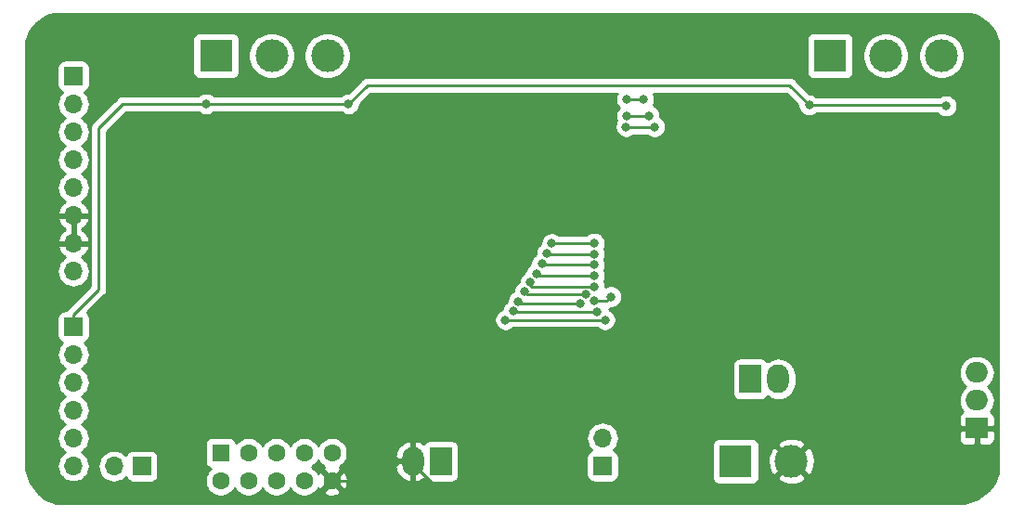
<source format=gbl>
G04 #@! TF.GenerationSoftware,KiCad,Pcbnew,5.1.4-e60b266~84~ubuntu18.04.1*
G04 #@! TF.CreationDate,2019-08-27T16:16:23+05:30*
G04 #@! TF.ProjectId,senseCam_Adapter_rev1,73656e73-6543-4616-9d5f-416461707465,rev?*
G04 #@! TF.SameCoordinates,Original*
G04 #@! TF.FileFunction,Copper,L2,Bot*
G04 #@! TF.FilePolarity,Positive*
%FSLAX46Y46*%
G04 Gerber Fmt 4.6, Leading zero omitted, Abs format (unit mm)*
G04 Created by KiCad (PCBNEW 5.1.4-e60b266~84~ubuntu18.04.1) date 2019-08-27 16:16:23*
%MOMM*%
%LPD*%
G04 APERTURE LIST*
%ADD10R,10.000000X9.000000*%
%ADD11C,0.750000*%
%ADD12O,2.000000X1.905000*%
%ADD13R,2.000000X1.905000*%
%ADD14C,3.000000*%
%ADD15R,3.000000X3.000000*%
%ADD16R,1.700000X1.700000*%
%ADD17O,1.700000X1.700000*%
%ADD18R,1.600000X1.600000*%
%ADD19C,1.600000*%
%ADD20R,2.000000X2.600000*%
%ADD21O,2.000000X2.600000*%
%ADD22C,0.800000*%
%ADD23C,0.250000*%
%ADD24C,0.254000*%
G04 APERTURE END LIST*
D10*
X26500000Y-28000000D03*
D11*
X22500000Y-31000000D03*
X22500000Y-29000000D03*
X22500000Y-27000000D03*
X22500000Y-25000000D03*
X24500000Y-31000000D03*
X24500000Y-29000000D03*
X24500000Y-27000000D03*
X24500000Y-25000000D03*
X26500000Y-31000000D03*
X26500000Y-29000000D03*
X26500000Y-27000000D03*
X26500000Y-25000000D03*
X28500000Y-31000000D03*
X28500000Y-29000000D03*
X28500000Y-27000000D03*
X28500000Y-25000000D03*
X30500000Y-31000000D03*
X30500000Y-29000000D03*
X30500000Y-27000000D03*
X30500000Y-25000000D03*
D10*
X81500000Y-28000000D03*
D11*
X77500000Y-31000000D03*
X77500000Y-29000000D03*
X77500000Y-27000000D03*
X77500000Y-25000000D03*
X79500000Y-31000000D03*
X79500000Y-29000000D03*
X79500000Y-27000000D03*
X79500000Y-25000000D03*
X81500000Y-31000000D03*
X81500000Y-29000000D03*
X81500000Y-27000000D03*
X81500000Y-25000000D03*
X83500000Y-31000000D03*
X83500000Y-29000000D03*
X83500000Y-27000000D03*
X83500000Y-25000000D03*
X85500000Y-31000000D03*
X85500000Y-29000000D03*
X85500000Y-27000000D03*
X85500000Y-25000000D03*
D10*
X39500000Y-28000000D03*
D11*
X35500000Y-31000000D03*
X35500000Y-29000000D03*
X35500000Y-27000000D03*
X35500000Y-25000000D03*
X37500000Y-31000000D03*
X37500000Y-29000000D03*
X37500000Y-27000000D03*
X37500000Y-25000000D03*
X39500000Y-31000000D03*
X39500000Y-29000000D03*
X39500000Y-27000000D03*
X39500000Y-25000000D03*
X41500000Y-31000000D03*
X41500000Y-29000000D03*
X41500000Y-27000000D03*
X41500000Y-25000000D03*
X43500000Y-31000000D03*
X43500000Y-29000000D03*
X43500000Y-27000000D03*
X43500000Y-25000000D03*
D10*
X94000000Y-28000000D03*
D11*
X90000000Y-31000000D03*
X90000000Y-29000000D03*
X90000000Y-27000000D03*
X90000000Y-25000000D03*
X92000000Y-31000000D03*
X92000000Y-29000000D03*
X92000000Y-27000000D03*
X92000000Y-25000000D03*
X94000000Y-31000000D03*
X94000000Y-29000000D03*
X94000000Y-27000000D03*
X94000000Y-25000000D03*
X96000000Y-31000000D03*
X96000000Y-29000000D03*
X96000000Y-27000000D03*
X96000000Y-25000000D03*
X98000000Y-31000000D03*
X98000000Y-29000000D03*
X98000000Y-27000000D03*
X98000000Y-25000000D03*
D12*
X97400000Y-43420000D03*
X97400000Y-45960000D03*
D13*
X97400000Y-48500000D03*
D14*
X80480000Y-51500000D03*
D15*
X75400000Y-51500000D03*
D14*
X38160000Y-14500000D03*
X33080000Y-14500000D03*
D15*
X28000000Y-14500000D03*
D14*
X94160000Y-14500000D03*
X89080000Y-14500000D03*
D15*
X84000000Y-14500000D03*
D16*
X21250000Y-51950000D03*
D17*
X18710000Y-51950000D03*
D18*
X28420000Y-50730000D03*
D19*
X28420000Y-53270000D03*
X30960000Y-50730000D03*
X30960000Y-53270000D03*
X33500000Y-50730000D03*
X33500000Y-53270000D03*
X36040000Y-50730000D03*
X36040000Y-53270000D03*
X38580000Y-50730000D03*
X38580000Y-53270000D03*
D20*
X76750000Y-44000000D03*
D21*
X79290000Y-44000000D03*
X45960000Y-51500000D03*
D20*
X48500000Y-51500000D03*
D16*
X15000000Y-16380000D03*
D17*
X15000000Y-18920000D03*
X15000000Y-21460000D03*
X15000000Y-24000000D03*
X15000000Y-26540000D03*
X15000000Y-29080000D03*
X15000000Y-31620000D03*
X15000000Y-34160000D03*
D16*
X15000000Y-39230000D03*
D17*
X15000000Y-41770000D03*
X15000000Y-44310000D03*
X15000000Y-46850000D03*
X15000000Y-49390000D03*
X15000000Y-51930000D03*
D16*
X63260000Y-51930000D03*
D17*
X63260000Y-49390000D03*
D22*
X64500000Y-41925000D03*
X62000000Y-42000000D03*
X22500000Y-49500000D03*
X28500000Y-41000000D03*
X41500000Y-41000000D03*
X29518630Y-43018630D03*
X27100000Y-48500000D03*
X65475000Y-18500000D03*
X67000000Y-18500000D03*
X65475000Y-20000000D03*
X67500000Y-20000000D03*
X65401998Y-21000000D03*
X68000000Y-21000000D03*
X62502232Y-36896839D03*
X64025153Y-36499847D03*
X62475000Y-31599988D03*
X58625020Y-31650641D03*
X62475000Y-32599991D03*
X58175010Y-32559890D03*
X62475000Y-33599994D03*
X57725000Y-33479816D03*
X62475000Y-34599997D03*
X57215990Y-34377029D03*
X62475000Y-35600000D03*
X56644661Y-35197752D03*
X61701810Y-36292764D03*
X56125000Y-36052127D03*
X61186883Y-37150000D03*
X55575010Y-36910234D03*
X62710088Y-37875000D03*
X55125000Y-37803259D03*
X63475000Y-38600000D03*
X54400000Y-38600000D03*
X27100000Y-18900000D03*
X40100000Y-18900000D03*
X82100000Y-19000000D03*
X94600000Y-19100000D03*
D23*
X64500000Y-41925000D02*
X62075000Y-41925000D01*
X62075000Y-41925000D02*
X62000000Y-42000000D01*
X62000000Y-42000000D02*
X50000000Y-54000000D01*
X48160000Y-54000000D02*
X45960000Y-51800000D01*
X45960000Y-51800000D02*
X45960000Y-51500000D01*
X50000000Y-54000000D02*
X48160000Y-54000000D01*
X44710000Y-51500000D02*
X45960000Y-51500000D01*
X41710000Y-48500000D02*
X44710000Y-51500000D01*
X29518630Y-42018630D02*
X28500000Y-41000000D01*
X41710000Y-48500000D02*
X41710000Y-41210000D01*
X41710000Y-41210000D02*
X41500000Y-41000000D01*
X29518630Y-43018630D02*
X29518630Y-42018630D01*
X29518630Y-48500000D02*
X29518630Y-43018630D01*
X22500000Y-49500000D02*
X25550000Y-49500000D01*
X25550000Y-49500000D02*
X26550000Y-48500000D01*
X42940000Y-53270000D02*
X44710000Y-51500000D01*
X38580000Y-53270000D02*
X42940000Y-53270000D01*
X29518630Y-48500000D02*
X33700000Y-48500000D01*
X37500000Y-48500000D02*
X41710000Y-48500000D01*
X33700000Y-48500000D02*
X37500000Y-48500000D01*
X27100000Y-48500000D02*
X29518630Y-48500000D01*
X26550000Y-48500000D02*
X27100000Y-48500000D01*
X67000000Y-18500000D02*
X66687347Y-18500000D01*
X66687347Y-18500000D02*
X65475000Y-18500000D01*
X65475000Y-20000000D02*
X67500000Y-20000000D01*
X68000000Y-21000000D02*
X65401998Y-21000000D01*
X62502232Y-36896839D02*
X63628161Y-36896839D01*
X63628161Y-36896839D02*
X64025153Y-36499847D01*
X62475000Y-31599988D02*
X58675673Y-31599988D01*
X58675673Y-31599988D02*
X58625020Y-31650641D01*
X62475000Y-32599991D02*
X58215111Y-32599991D01*
X58215111Y-32599991D02*
X58175010Y-32559890D01*
X62475000Y-33599994D02*
X57845178Y-33599994D01*
X57845178Y-33599994D02*
X57725000Y-33479816D01*
X62475000Y-34599997D02*
X57438958Y-34599997D01*
X57438958Y-34599997D02*
X57215990Y-34377029D01*
X62049811Y-35567763D02*
X56713638Y-35567763D01*
X62475000Y-35600000D02*
X62082048Y-35600000D01*
X62082048Y-35600000D02*
X62049811Y-35567763D01*
X56713638Y-35567763D02*
X56713638Y-35266729D01*
X56713638Y-35266729D02*
X56644661Y-35197752D01*
X61701810Y-36292764D02*
X56365637Y-36292764D01*
X56365637Y-36292764D02*
X56125000Y-36052127D01*
X61186883Y-37150000D02*
X55814776Y-37150000D01*
X55814776Y-37150000D02*
X55575010Y-36910234D01*
X62710088Y-37875000D02*
X55196741Y-37875000D01*
X55196741Y-37875000D02*
X55125000Y-37803259D01*
X63475000Y-38600000D02*
X54400000Y-38600000D01*
X27100000Y-18900000D02*
X40100000Y-18900000D01*
X40100000Y-18900000D02*
X41800000Y-17200000D01*
X41800000Y-17200000D02*
X80300000Y-17200000D01*
X80300000Y-17200000D02*
X82100000Y-19000000D01*
X82100000Y-19000000D02*
X94500000Y-19000000D01*
X94500000Y-19000000D02*
X94600000Y-19100000D01*
X15000000Y-38130000D02*
X15000000Y-39230000D01*
X17300000Y-21100000D02*
X17300000Y-35830000D01*
X19500000Y-18900000D02*
X17300000Y-21100000D01*
X17300000Y-35830000D02*
X15000000Y-38130000D01*
X27100000Y-18900000D02*
X19500000Y-18900000D01*
D24*
G36*
X96817214Y-10709612D02*
G01*
X97171419Y-10811657D01*
X97511975Y-10952719D01*
X97834583Y-11131018D01*
X98135201Y-11344319D01*
X98410056Y-11589944D01*
X98655681Y-11864799D01*
X98868982Y-12165417D01*
X99047281Y-12488025D01*
X99188343Y-12828581D01*
X99290388Y-13182786D01*
X99340001Y-13474791D01*
X99340000Y-52332316D01*
X99292758Y-52610849D01*
X99193647Y-52955492D01*
X99056635Y-53286901D01*
X98883432Y-53600934D01*
X98676225Y-53893620D01*
X98437593Y-54161325D01*
X98170165Y-54401009D01*
X97824314Y-54651349D01*
X97455519Y-54867509D01*
X97067652Y-55047161D01*
X96664283Y-55188655D01*
X96249186Y-55290668D01*
X95910372Y-55340000D01*
X13667683Y-55340000D01*
X13389151Y-55292758D01*
X13044508Y-55193647D01*
X12713099Y-55056635D01*
X12399066Y-54883432D01*
X12106380Y-54676225D01*
X11838675Y-54437593D01*
X11598991Y-54170165D01*
X11348651Y-53824314D01*
X11132491Y-53455519D01*
X10952839Y-53067652D01*
X10811345Y-52664283D01*
X10709332Y-52249186D01*
X10660000Y-51910372D01*
X10660000Y-41770000D01*
X13507815Y-41770000D01*
X13536487Y-42061111D01*
X13621401Y-42341034D01*
X13759294Y-42599014D01*
X13944866Y-42825134D01*
X14170986Y-43010706D01*
X14225791Y-43040000D01*
X14170986Y-43069294D01*
X13944866Y-43254866D01*
X13759294Y-43480986D01*
X13621401Y-43738966D01*
X13536487Y-44018889D01*
X13507815Y-44310000D01*
X13536487Y-44601111D01*
X13621401Y-44881034D01*
X13759294Y-45139014D01*
X13944866Y-45365134D01*
X14170986Y-45550706D01*
X14225791Y-45580000D01*
X14170986Y-45609294D01*
X13944866Y-45794866D01*
X13759294Y-46020986D01*
X13621401Y-46278966D01*
X13536487Y-46558889D01*
X13507815Y-46850000D01*
X13536487Y-47141111D01*
X13621401Y-47421034D01*
X13759294Y-47679014D01*
X13944866Y-47905134D01*
X14170986Y-48090706D01*
X14225791Y-48120000D01*
X14170986Y-48149294D01*
X13944866Y-48334866D01*
X13759294Y-48560986D01*
X13621401Y-48818966D01*
X13536487Y-49098889D01*
X13507815Y-49390000D01*
X13536487Y-49681111D01*
X13621401Y-49961034D01*
X13759294Y-50219014D01*
X13944866Y-50445134D01*
X14170986Y-50630706D01*
X14225791Y-50660000D01*
X14170986Y-50689294D01*
X13944866Y-50874866D01*
X13759294Y-51100986D01*
X13621401Y-51358966D01*
X13536487Y-51638889D01*
X13507815Y-51930000D01*
X13536487Y-52221111D01*
X13621401Y-52501034D01*
X13759294Y-52759014D01*
X13944866Y-52985134D01*
X14170986Y-53170706D01*
X14428966Y-53308599D01*
X14708889Y-53393513D01*
X14927050Y-53415000D01*
X15072950Y-53415000D01*
X15291111Y-53393513D01*
X15571034Y-53308599D01*
X15829014Y-53170706D01*
X16055134Y-52985134D01*
X16240706Y-52759014D01*
X16378599Y-52501034D01*
X16463513Y-52221111D01*
X16490215Y-51950000D01*
X17217815Y-51950000D01*
X17246487Y-52241111D01*
X17331401Y-52521034D01*
X17469294Y-52779014D01*
X17654866Y-53005134D01*
X17880986Y-53190706D01*
X18138966Y-53328599D01*
X18418889Y-53413513D01*
X18637050Y-53435000D01*
X18782950Y-53435000D01*
X19001111Y-53413513D01*
X19281034Y-53328599D01*
X19539014Y-53190706D01*
X19765134Y-53005134D01*
X19789607Y-52975313D01*
X19810498Y-53044180D01*
X19869463Y-53154494D01*
X19948815Y-53251185D01*
X20045506Y-53330537D01*
X20155820Y-53389502D01*
X20275518Y-53425812D01*
X20400000Y-53438072D01*
X22100000Y-53438072D01*
X22224482Y-53425812D01*
X22344180Y-53389502D01*
X22454494Y-53330537D01*
X22551185Y-53251185D01*
X22630537Y-53154494D01*
X22689502Y-53044180D01*
X22725812Y-52924482D01*
X22738072Y-52800000D01*
X22738072Y-51100000D01*
X22725812Y-50975518D01*
X22689502Y-50855820D01*
X22630537Y-50745506D01*
X22551185Y-50648815D01*
X22454494Y-50569463D01*
X22344180Y-50510498D01*
X22224482Y-50474188D01*
X22100000Y-50461928D01*
X20400000Y-50461928D01*
X20275518Y-50474188D01*
X20155820Y-50510498D01*
X20045506Y-50569463D01*
X19948815Y-50648815D01*
X19869463Y-50745506D01*
X19810498Y-50855820D01*
X19789607Y-50924687D01*
X19765134Y-50894866D01*
X19539014Y-50709294D01*
X19281034Y-50571401D01*
X19001111Y-50486487D01*
X18782950Y-50465000D01*
X18637050Y-50465000D01*
X18418889Y-50486487D01*
X18138966Y-50571401D01*
X17880986Y-50709294D01*
X17654866Y-50894866D01*
X17469294Y-51120986D01*
X17331401Y-51378966D01*
X17246487Y-51658889D01*
X17217815Y-51950000D01*
X16490215Y-51950000D01*
X16492185Y-51930000D01*
X16463513Y-51638889D01*
X16378599Y-51358966D01*
X16240706Y-51100986D01*
X16055134Y-50874866D01*
X15829014Y-50689294D01*
X15774209Y-50660000D01*
X15829014Y-50630706D01*
X16055134Y-50445134D01*
X16240706Y-50219014D01*
X16378599Y-49961034D01*
X16388013Y-49930000D01*
X26981928Y-49930000D01*
X26981928Y-51530000D01*
X26994188Y-51654482D01*
X27030498Y-51774180D01*
X27089463Y-51884494D01*
X27168815Y-51981185D01*
X27265506Y-52060537D01*
X27375820Y-52119502D01*
X27495518Y-52155812D01*
X27503961Y-52156643D01*
X27305363Y-52355241D01*
X27148320Y-52590273D01*
X27040147Y-52851426D01*
X26985000Y-53128665D01*
X26985000Y-53411335D01*
X27040147Y-53688574D01*
X27148320Y-53949727D01*
X27305363Y-54184759D01*
X27505241Y-54384637D01*
X27740273Y-54541680D01*
X28001426Y-54649853D01*
X28278665Y-54705000D01*
X28561335Y-54705000D01*
X28838574Y-54649853D01*
X29099727Y-54541680D01*
X29334759Y-54384637D01*
X29534637Y-54184759D01*
X29690000Y-53952241D01*
X29845363Y-54184759D01*
X30045241Y-54384637D01*
X30280273Y-54541680D01*
X30541426Y-54649853D01*
X30818665Y-54705000D01*
X31101335Y-54705000D01*
X31378574Y-54649853D01*
X31639727Y-54541680D01*
X31874759Y-54384637D01*
X32074637Y-54184759D01*
X32230000Y-53952241D01*
X32385363Y-54184759D01*
X32585241Y-54384637D01*
X32820273Y-54541680D01*
X33081426Y-54649853D01*
X33358665Y-54705000D01*
X33641335Y-54705000D01*
X33918574Y-54649853D01*
X34179727Y-54541680D01*
X34414759Y-54384637D01*
X34614637Y-54184759D01*
X34770000Y-53952241D01*
X34925363Y-54184759D01*
X35125241Y-54384637D01*
X35360273Y-54541680D01*
X35621426Y-54649853D01*
X35898665Y-54705000D01*
X36181335Y-54705000D01*
X36458574Y-54649853D01*
X36719727Y-54541680D01*
X36954759Y-54384637D01*
X37076694Y-54262702D01*
X37766903Y-54262702D01*
X37838486Y-54506671D01*
X38093996Y-54627571D01*
X38368184Y-54696300D01*
X38650512Y-54710217D01*
X38930130Y-54668787D01*
X39196292Y-54573603D01*
X39321514Y-54506671D01*
X39393097Y-54262702D01*
X38580000Y-53449605D01*
X37766903Y-54262702D01*
X37076694Y-54262702D01*
X37154637Y-54184759D01*
X37310915Y-53950872D01*
X37343329Y-54011514D01*
X37587298Y-54083097D01*
X38400395Y-53270000D01*
X38759605Y-53270000D01*
X39572702Y-54083097D01*
X39816671Y-54011514D01*
X39937571Y-53756004D01*
X40006300Y-53481816D01*
X40020217Y-53199488D01*
X39978787Y-52919870D01*
X39883603Y-52653708D01*
X39816671Y-52528486D01*
X39572702Y-52456903D01*
X38759605Y-53270000D01*
X38400395Y-53270000D01*
X37587298Y-52456903D01*
X37343329Y-52528486D01*
X37312806Y-52592992D01*
X37311680Y-52590273D01*
X37154637Y-52355241D01*
X36954759Y-52155363D01*
X36722241Y-52000000D01*
X36954759Y-51844637D01*
X37154637Y-51644759D01*
X37310000Y-51412241D01*
X37465363Y-51644759D01*
X37665241Y-51844637D01*
X37899128Y-52000915D01*
X37838486Y-52033329D01*
X37766903Y-52277298D01*
X38580000Y-53090395D01*
X39393097Y-52277298D01*
X39321514Y-52033329D01*
X39257008Y-52002806D01*
X39259727Y-52001680D01*
X39494759Y-51844637D01*
X39694637Y-51644759D01*
X39706503Y-51627000D01*
X44325000Y-51627000D01*
X44325000Y-51927000D01*
X44381193Y-52243532D01*
X44498058Y-52543020D01*
X44671105Y-52813954D01*
X44893683Y-53045922D01*
X45157239Y-53230010D01*
X45451645Y-53359144D01*
X45579566Y-53390124D01*
X45833000Y-53270777D01*
X45833000Y-51627000D01*
X44325000Y-51627000D01*
X39706503Y-51627000D01*
X39851680Y-51409727D01*
X39959853Y-51148574D01*
X39974885Y-51073000D01*
X44325000Y-51073000D01*
X44325000Y-51373000D01*
X45833000Y-51373000D01*
X45833000Y-49729223D01*
X46087000Y-49729223D01*
X46087000Y-51373000D01*
X46107000Y-51373000D01*
X46107000Y-51627000D01*
X46087000Y-51627000D01*
X46087000Y-53270777D01*
X46340434Y-53390124D01*
X46468355Y-53359144D01*
X46762761Y-53230010D01*
X46942662Y-53104353D01*
X46969463Y-53154494D01*
X47048815Y-53251185D01*
X47145506Y-53330537D01*
X47255820Y-53389502D01*
X47375518Y-53425812D01*
X47500000Y-53438072D01*
X49500000Y-53438072D01*
X49624482Y-53425812D01*
X49744180Y-53389502D01*
X49854494Y-53330537D01*
X49951185Y-53251185D01*
X50030537Y-53154494D01*
X50089502Y-53044180D01*
X50125812Y-52924482D01*
X50138072Y-52800000D01*
X50138072Y-50200000D01*
X50125812Y-50075518D01*
X50089502Y-49955820D01*
X50030537Y-49845506D01*
X49951185Y-49748815D01*
X49854494Y-49669463D01*
X49744180Y-49610498D01*
X49624482Y-49574188D01*
X49500000Y-49561928D01*
X47500000Y-49561928D01*
X47375518Y-49574188D01*
X47255820Y-49610498D01*
X47145506Y-49669463D01*
X47048815Y-49748815D01*
X46969463Y-49845506D01*
X46942662Y-49895647D01*
X46762761Y-49769990D01*
X46468355Y-49640856D01*
X46340434Y-49609876D01*
X46087000Y-49729223D01*
X45833000Y-49729223D01*
X45579566Y-49609876D01*
X45451645Y-49640856D01*
X45157239Y-49769990D01*
X44893683Y-49954078D01*
X44671105Y-50186046D01*
X44498058Y-50456980D01*
X44381193Y-50756468D01*
X44325000Y-51073000D01*
X39974885Y-51073000D01*
X40015000Y-50871335D01*
X40015000Y-50588665D01*
X39959853Y-50311426D01*
X39851680Y-50050273D01*
X39694637Y-49815241D01*
X39494759Y-49615363D01*
X39259727Y-49458320D01*
X39094788Y-49390000D01*
X61767815Y-49390000D01*
X61796487Y-49681111D01*
X61881401Y-49961034D01*
X62019294Y-50219014D01*
X62204866Y-50445134D01*
X62234687Y-50469607D01*
X62165820Y-50490498D01*
X62055506Y-50549463D01*
X61958815Y-50628815D01*
X61879463Y-50725506D01*
X61820498Y-50835820D01*
X61784188Y-50955518D01*
X61771928Y-51080000D01*
X61771928Y-52780000D01*
X61784188Y-52904482D01*
X61820498Y-53024180D01*
X61879463Y-53134494D01*
X61958815Y-53231185D01*
X62055506Y-53310537D01*
X62165820Y-53369502D01*
X62285518Y-53405812D01*
X62410000Y-53418072D01*
X64110000Y-53418072D01*
X64234482Y-53405812D01*
X64354180Y-53369502D01*
X64464494Y-53310537D01*
X64561185Y-53231185D01*
X64640537Y-53134494D01*
X64699502Y-53024180D01*
X64735812Y-52904482D01*
X64748072Y-52780000D01*
X64748072Y-51080000D01*
X64735812Y-50955518D01*
X64699502Y-50835820D01*
X64640537Y-50725506D01*
X64561185Y-50628815D01*
X64464494Y-50549463D01*
X64354180Y-50490498D01*
X64285313Y-50469607D01*
X64315134Y-50445134D01*
X64500706Y-50219014D01*
X64617771Y-50000000D01*
X73261928Y-50000000D01*
X73261928Y-53000000D01*
X73274188Y-53124482D01*
X73310498Y-53244180D01*
X73369463Y-53354494D01*
X73448815Y-53451185D01*
X73545506Y-53530537D01*
X73655820Y-53589502D01*
X73775518Y-53625812D01*
X73900000Y-53638072D01*
X76900000Y-53638072D01*
X77024482Y-53625812D01*
X77144180Y-53589502D01*
X77254494Y-53530537D01*
X77351185Y-53451185D01*
X77430537Y-53354494D01*
X77489502Y-53244180D01*
X77525812Y-53124482D01*
X77538072Y-53000000D01*
X77538072Y-52991653D01*
X79167952Y-52991653D01*
X79323962Y-53307214D01*
X79698745Y-53498020D01*
X80103551Y-53612044D01*
X80522824Y-53644902D01*
X80940451Y-53595334D01*
X81340383Y-53465243D01*
X81636038Y-53307214D01*
X81792048Y-52991653D01*
X80480000Y-51679605D01*
X79167952Y-52991653D01*
X77538072Y-52991653D01*
X77538072Y-51542824D01*
X78335098Y-51542824D01*
X78384666Y-51960451D01*
X78514757Y-52360383D01*
X78672786Y-52656038D01*
X78988347Y-52812048D01*
X80300395Y-51500000D01*
X80659605Y-51500000D01*
X81971653Y-52812048D01*
X82287214Y-52656038D01*
X82478020Y-52281255D01*
X82592044Y-51876449D01*
X82624902Y-51457176D01*
X82575334Y-51039549D01*
X82445243Y-50639617D01*
X82287214Y-50343962D01*
X81971653Y-50187952D01*
X80659605Y-51500000D01*
X80300395Y-51500000D01*
X78988347Y-50187952D01*
X78672786Y-50343962D01*
X78481980Y-50718745D01*
X78367956Y-51123551D01*
X78335098Y-51542824D01*
X77538072Y-51542824D01*
X77538072Y-50008347D01*
X79167952Y-50008347D01*
X80480000Y-51320395D01*
X81792048Y-50008347D01*
X81636038Y-49692786D01*
X81261255Y-49501980D01*
X81085592Y-49452500D01*
X95761928Y-49452500D01*
X95774188Y-49576982D01*
X95810498Y-49696680D01*
X95869463Y-49806994D01*
X95948815Y-49903685D01*
X96045506Y-49983037D01*
X96155820Y-50042002D01*
X96275518Y-50078312D01*
X96400000Y-50090572D01*
X97114250Y-50087500D01*
X97273000Y-49928750D01*
X97273000Y-48627000D01*
X97527000Y-48627000D01*
X97527000Y-49928750D01*
X97685750Y-50087500D01*
X98400000Y-50090572D01*
X98524482Y-50078312D01*
X98644180Y-50042002D01*
X98754494Y-49983037D01*
X98851185Y-49903685D01*
X98930537Y-49806994D01*
X98989502Y-49696680D01*
X99025812Y-49576982D01*
X99038072Y-49452500D01*
X99035000Y-48785750D01*
X98876250Y-48627000D01*
X97527000Y-48627000D01*
X97273000Y-48627000D01*
X95923750Y-48627000D01*
X95765000Y-48785750D01*
X95761928Y-49452500D01*
X81085592Y-49452500D01*
X80856449Y-49387956D01*
X80437176Y-49355098D01*
X80019549Y-49404666D01*
X79619617Y-49534757D01*
X79323962Y-49692786D01*
X79167952Y-50008347D01*
X77538072Y-50008347D01*
X77538072Y-50000000D01*
X77525812Y-49875518D01*
X77489502Y-49755820D01*
X77430537Y-49645506D01*
X77351185Y-49548815D01*
X77254494Y-49469463D01*
X77144180Y-49410498D01*
X77024482Y-49374188D01*
X76900000Y-49361928D01*
X73900000Y-49361928D01*
X73775518Y-49374188D01*
X73655820Y-49410498D01*
X73545506Y-49469463D01*
X73448815Y-49548815D01*
X73369463Y-49645506D01*
X73310498Y-49755820D01*
X73274188Y-49875518D01*
X73261928Y-50000000D01*
X64617771Y-50000000D01*
X64638599Y-49961034D01*
X64723513Y-49681111D01*
X64752185Y-49390000D01*
X64723513Y-49098889D01*
X64638599Y-48818966D01*
X64500706Y-48560986D01*
X64315134Y-48334866D01*
X64089014Y-48149294D01*
X63831034Y-48011401D01*
X63551111Y-47926487D01*
X63332950Y-47905000D01*
X63187050Y-47905000D01*
X62968889Y-47926487D01*
X62688966Y-48011401D01*
X62430986Y-48149294D01*
X62204866Y-48334866D01*
X62019294Y-48560986D01*
X61881401Y-48818966D01*
X61796487Y-49098889D01*
X61767815Y-49390000D01*
X39094788Y-49390000D01*
X38998574Y-49350147D01*
X38721335Y-49295000D01*
X38438665Y-49295000D01*
X38161426Y-49350147D01*
X37900273Y-49458320D01*
X37665241Y-49615363D01*
X37465363Y-49815241D01*
X37310000Y-50047759D01*
X37154637Y-49815241D01*
X36954759Y-49615363D01*
X36719727Y-49458320D01*
X36458574Y-49350147D01*
X36181335Y-49295000D01*
X35898665Y-49295000D01*
X35621426Y-49350147D01*
X35360273Y-49458320D01*
X35125241Y-49615363D01*
X34925363Y-49815241D01*
X34770000Y-50047759D01*
X34614637Y-49815241D01*
X34414759Y-49615363D01*
X34179727Y-49458320D01*
X33918574Y-49350147D01*
X33641335Y-49295000D01*
X33358665Y-49295000D01*
X33081426Y-49350147D01*
X32820273Y-49458320D01*
X32585241Y-49615363D01*
X32385363Y-49815241D01*
X32230000Y-50047759D01*
X32074637Y-49815241D01*
X31874759Y-49615363D01*
X31639727Y-49458320D01*
X31378574Y-49350147D01*
X31101335Y-49295000D01*
X30818665Y-49295000D01*
X30541426Y-49350147D01*
X30280273Y-49458320D01*
X30045241Y-49615363D01*
X29846643Y-49813961D01*
X29845812Y-49805518D01*
X29809502Y-49685820D01*
X29750537Y-49575506D01*
X29671185Y-49478815D01*
X29574494Y-49399463D01*
X29464180Y-49340498D01*
X29344482Y-49304188D01*
X29220000Y-49291928D01*
X27620000Y-49291928D01*
X27495518Y-49304188D01*
X27375820Y-49340498D01*
X27265506Y-49399463D01*
X27168815Y-49478815D01*
X27089463Y-49575506D01*
X27030498Y-49685820D01*
X26994188Y-49805518D01*
X26981928Y-49930000D01*
X16388013Y-49930000D01*
X16463513Y-49681111D01*
X16492185Y-49390000D01*
X16463513Y-49098889D01*
X16378599Y-48818966D01*
X16240706Y-48560986D01*
X16055134Y-48334866D01*
X15829014Y-48149294D01*
X15774209Y-48120000D01*
X15829014Y-48090706D01*
X16055134Y-47905134D01*
X16240706Y-47679014D01*
X16378599Y-47421034D01*
X16463513Y-47141111D01*
X16492185Y-46850000D01*
X16463513Y-46558889D01*
X16378599Y-46278966D01*
X16240706Y-46020986D01*
X16055134Y-45794866D01*
X15829014Y-45609294D01*
X15774209Y-45580000D01*
X15829014Y-45550706D01*
X16055134Y-45365134D01*
X16240706Y-45139014D01*
X16378599Y-44881034D01*
X16463513Y-44601111D01*
X16492185Y-44310000D01*
X16463513Y-44018889D01*
X16378599Y-43738966D01*
X16240706Y-43480986D01*
X16055134Y-43254866D01*
X15829014Y-43069294D01*
X15774209Y-43040000D01*
X15829014Y-43010706D01*
X16055134Y-42825134D01*
X16157828Y-42700000D01*
X75111928Y-42700000D01*
X75111928Y-45300000D01*
X75124188Y-45424482D01*
X75160498Y-45544180D01*
X75219463Y-45654494D01*
X75298815Y-45751185D01*
X75395506Y-45830537D01*
X75505820Y-45889502D01*
X75625518Y-45925812D01*
X75750000Y-45938072D01*
X77750000Y-45938072D01*
X77874482Y-45925812D01*
X77994180Y-45889502D01*
X78104494Y-45830537D01*
X78201185Y-45751185D01*
X78280537Y-45654494D01*
X78305739Y-45607345D01*
X78377249Y-45666031D01*
X78661286Y-45817852D01*
X78969485Y-45911343D01*
X79290000Y-45942911D01*
X79610516Y-45911343D01*
X79918715Y-45817852D01*
X80202752Y-45666031D01*
X80451714Y-45461714D01*
X80656031Y-45212752D01*
X80807852Y-44928715D01*
X80901343Y-44620515D01*
X80925000Y-44380321D01*
X80925000Y-43619678D01*
X80905334Y-43420000D01*
X95757319Y-43420000D01*
X95787970Y-43731204D01*
X95878745Y-44030449D01*
X96026155Y-44306235D01*
X96224537Y-44547963D01*
X96397609Y-44690000D01*
X96224537Y-44832037D01*
X96026155Y-45073765D01*
X95878745Y-45349551D01*
X95787970Y-45648796D01*
X95757319Y-45960000D01*
X95787970Y-46271204D01*
X95878745Y-46570449D01*
X96026155Y-46846235D01*
X96129446Y-46972095D01*
X96045506Y-47016963D01*
X95948815Y-47096315D01*
X95869463Y-47193006D01*
X95810498Y-47303320D01*
X95774188Y-47423018D01*
X95761928Y-47547500D01*
X95765000Y-48214250D01*
X95923750Y-48373000D01*
X97273000Y-48373000D01*
X97273000Y-48353000D01*
X97527000Y-48353000D01*
X97527000Y-48373000D01*
X98876250Y-48373000D01*
X99035000Y-48214250D01*
X99038072Y-47547500D01*
X99025812Y-47423018D01*
X98989502Y-47303320D01*
X98930537Y-47193006D01*
X98851185Y-47096315D01*
X98754494Y-47016963D01*
X98670554Y-46972095D01*
X98773845Y-46846235D01*
X98921255Y-46570449D01*
X99012030Y-46271204D01*
X99042681Y-45960000D01*
X99012030Y-45648796D01*
X98921255Y-45349551D01*
X98773845Y-45073765D01*
X98575463Y-44832037D01*
X98402391Y-44690000D01*
X98575463Y-44547963D01*
X98773845Y-44306235D01*
X98921255Y-44030449D01*
X99012030Y-43731204D01*
X99042681Y-43420000D01*
X99012030Y-43108796D01*
X98921255Y-42809551D01*
X98773845Y-42533765D01*
X98575463Y-42292037D01*
X98333735Y-42093655D01*
X98057949Y-41946245D01*
X97758704Y-41855470D01*
X97525486Y-41832500D01*
X97274514Y-41832500D01*
X97041296Y-41855470D01*
X96742051Y-41946245D01*
X96466265Y-42093655D01*
X96224537Y-42292037D01*
X96026155Y-42533765D01*
X95878745Y-42809551D01*
X95787970Y-43108796D01*
X95757319Y-43420000D01*
X80905334Y-43420000D01*
X80901343Y-43379484D01*
X80807852Y-43071285D01*
X80656031Y-42787248D01*
X80451714Y-42538286D01*
X80202751Y-42333969D01*
X79918714Y-42182148D01*
X79610515Y-42088657D01*
X79290000Y-42057089D01*
X78969484Y-42088657D01*
X78661285Y-42182148D01*
X78377248Y-42333969D01*
X78305739Y-42392655D01*
X78280537Y-42345506D01*
X78201185Y-42248815D01*
X78104494Y-42169463D01*
X77994180Y-42110498D01*
X77874482Y-42074188D01*
X77750000Y-42061928D01*
X75750000Y-42061928D01*
X75625518Y-42074188D01*
X75505820Y-42110498D01*
X75395506Y-42169463D01*
X75298815Y-42248815D01*
X75219463Y-42345506D01*
X75160498Y-42455820D01*
X75124188Y-42575518D01*
X75111928Y-42700000D01*
X16157828Y-42700000D01*
X16240706Y-42599014D01*
X16378599Y-42341034D01*
X16463513Y-42061111D01*
X16492185Y-41770000D01*
X16463513Y-41478889D01*
X16378599Y-41198966D01*
X16240706Y-40940986D01*
X16055134Y-40714866D01*
X16025313Y-40690393D01*
X16094180Y-40669502D01*
X16204494Y-40610537D01*
X16301185Y-40531185D01*
X16380537Y-40434494D01*
X16439502Y-40324180D01*
X16475812Y-40204482D01*
X16488072Y-40080000D01*
X16488072Y-38498061D01*
X53365000Y-38498061D01*
X53365000Y-38701939D01*
X53404774Y-38901898D01*
X53482795Y-39090256D01*
X53596063Y-39259774D01*
X53740226Y-39403937D01*
X53909744Y-39517205D01*
X54098102Y-39595226D01*
X54298061Y-39635000D01*
X54501939Y-39635000D01*
X54701898Y-39595226D01*
X54890256Y-39517205D01*
X55059774Y-39403937D01*
X55103711Y-39360000D01*
X62771289Y-39360000D01*
X62815226Y-39403937D01*
X62984744Y-39517205D01*
X63173102Y-39595226D01*
X63373061Y-39635000D01*
X63576939Y-39635000D01*
X63776898Y-39595226D01*
X63965256Y-39517205D01*
X64134774Y-39403937D01*
X64278937Y-39259774D01*
X64392205Y-39090256D01*
X64470226Y-38901898D01*
X64510000Y-38701939D01*
X64510000Y-38498061D01*
X64470226Y-38298102D01*
X64392205Y-38109744D01*
X64278937Y-37940226D01*
X64134774Y-37796063D01*
X63965256Y-37682795D01*
X63834236Y-37628524D01*
X63920408Y-37602385D01*
X64046761Y-37534847D01*
X64127092Y-37534847D01*
X64327051Y-37495073D01*
X64515409Y-37417052D01*
X64684927Y-37303784D01*
X64829090Y-37159621D01*
X64942358Y-36990103D01*
X65020379Y-36801745D01*
X65060153Y-36601786D01*
X65060153Y-36397908D01*
X65020379Y-36197949D01*
X64942358Y-36009591D01*
X64829090Y-35840073D01*
X64684927Y-35695910D01*
X64515409Y-35582642D01*
X64327051Y-35504621D01*
X64127092Y-35464847D01*
X63923214Y-35464847D01*
X63723255Y-35504621D01*
X63534897Y-35582642D01*
X63510000Y-35599278D01*
X63510000Y-35498061D01*
X63470226Y-35298102D01*
X63392205Y-35109744D01*
X63385693Y-35099999D01*
X63392205Y-35090253D01*
X63470226Y-34901895D01*
X63510000Y-34701936D01*
X63510000Y-34498058D01*
X63470226Y-34298099D01*
X63392205Y-34109741D01*
X63385693Y-34099995D01*
X63392205Y-34090250D01*
X63470226Y-33901892D01*
X63510000Y-33701933D01*
X63510000Y-33498055D01*
X63470226Y-33298096D01*
X63392205Y-33109738D01*
X63385693Y-33099992D01*
X63392205Y-33090247D01*
X63470226Y-32901889D01*
X63510000Y-32701930D01*
X63510000Y-32498052D01*
X63470226Y-32298093D01*
X63392205Y-32109735D01*
X63385693Y-32099990D01*
X63392205Y-32090244D01*
X63470226Y-31901886D01*
X63510000Y-31701927D01*
X63510000Y-31688485D01*
X76991120Y-31688485D01*
X77010899Y-31889255D01*
X77193782Y-31967587D01*
X77388433Y-32008735D01*
X77587372Y-32011118D01*
X77782952Y-31974644D01*
X77967659Y-31900715D01*
X77989101Y-31889255D01*
X78008880Y-31688485D01*
X78991120Y-31688485D01*
X79010899Y-31889255D01*
X79193782Y-31967587D01*
X79388433Y-32008735D01*
X79587372Y-32011118D01*
X79782952Y-31974644D01*
X79967659Y-31900715D01*
X79989101Y-31889255D01*
X80008880Y-31688485D01*
X80991120Y-31688485D01*
X81010899Y-31889255D01*
X81193782Y-31967587D01*
X81388433Y-32008735D01*
X81587372Y-32011118D01*
X81782952Y-31974644D01*
X81967659Y-31900715D01*
X81989101Y-31889255D01*
X82008880Y-31688485D01*
X82991120Y-31688485D01*
X83010899Y-31889255D01*
X83193782Y-31967587D01*
X83388433Y-32008735D01*
X83587372Y-32011118D01*
X83782952Y-31974644D01*
X83967659Y-31900715D01*
X83989101Y-31889255D01*
X84008880Y-31688485D01*
X84991120Y-31688485D01*
X85010899Y-31889255D01*
X85193782Y-31967587D01*
X85388433Y-32008735D01*
X85587372Y-32011118D01*
X85782952Y-31974644D01*
X85967659Y-31900715D01*
X85989101Y-31889255D01*
X86008880Y-31688485D01*
X89491120Y-31688485D01*
X89510899Y-31889255D01*
X89693782Y-31967587D01*
X89888433Y-32008735D01*
X90087372Y-32011118D01*
X90282952Y-31974644D01*
X90467659Y-31900715D01*
X90489101Y-31889255D01*
X90508880Y-31688485D01*
X91491120Y-31688485D01*
X91510899Y-31889255D01*
X91693782Y-31967587D01*
X91888433Y-32008735D01*
X92087372Y-32011118D01*
X92282952Y-31974644D01*
X92467659Y-31900715D01*
X92489101Y-31889255D01*
X92508880Y-31688485D01*
X93491120Y-31688485D01*
X93510899Y-31889255D01*
X93693782Y-31967587D01*
X93888433Y-32008735D01*
X94087372Y-32011118D01*
X94282952Y-31974644D01*
X94467659Y-31900715D01*
X94489101Y-31889255D01*
X94508880Y-31688485D01*
X95491120Y-31688485D01*
X95510899Y-31889255D01*
X95693782Y-31967587D01*
X95888433Y-32008735D01*
X96087372Y-32011118D01*
X96282952Y-31974644D01*
X96467659Y-31900715D01*
X96489101Y-31889255D01*
X96508880Y-31688485D01*
X97491120Y-31688485D01*
X97510899Y-31889255D01*
X97693782Y-31967587D01*
X97888433Y-32008735D01*
X98087372Y-32011118D01*
X98282952Y-31974644D01*
X98467659Y-31900715D01*
X98489101Y-31889255D01*
X98508880Y-31688485D01*
X98000000Y-31179605D01*
X97491120Y-31688485D01*
X96508880Y-31688485D01*
X96000000Y-31179605D01*
X95491120Y-31688485D01*
X94508880Y-31688485D01*
X94000000Y-31179605D01*
X93491120Y-31688485D01*
X92508880Y-31688485D01*
X92000000Y-31179605D01*
X91491120Y-31688485D01*
X90508880Y-31688485D01*
X90000000Y-31179605D01*
X89491120Y-31688485D01*
X86008880Y-31688485D01*
X85500000Y-31179605D01*
X84991120Y-31688485D01*
X84008880Y-31688485D01*
X83500000Y-31179605D01*
X82991120Y-31688485D01*
X82008880Y-31688485D01*
X81500000Y-31179605D01*
X80991120Y-31688485D01*
X80008880Y-31688485D01*
X79500000Y-31179605D01*
X78991120Y-31688485D01*
X78008880Y-31688485D01*
X77500000Y-31179605D01*
X76991120Y-31688485D01*
X63510000Y-31688485D01*
X63510000Y-31498049D01*
X63470226Y-31298090D01*
X63392205Y-31109732D01*
X63377265Y-31087372D01*
X76488882Y-31087372D01*
X76525356Y-31282952D01*
X76599285Y-31467659D01*
X76610745Y-31489101D01*
X76811515Y-31508880D01*
X77320395Y-31000000D01*
X77679605Y-31000000D01*
X78188485Y-31508880D01*
X78389255Y-31489101D01*
X78467587Y-31306218D01*
X78500585Y-31150123D01*
X78525356Y-31282952D01*
X78599285Y-31467659D01*
X78610745Y-31489101D01*
X78811515Y-31508880D01*
X79320395Y-31000000D01*
X79679605Y-31000000D01*
X80188485Y-31508880D01*
X80389255Y-31489101D01*
X80467587Y-31306218D01*
X80500585Y-31150123D01*
X80525356Y-31282952D01*
X80599285Y-31467659D01*
X80610745Y-31489101D01*
X80811515Y-31508880D01*
X81320395Y-31000000D01*
X81679605Y-31000000D01*
X82188485Y-31508880D01*
X82389255Y-31489101D01*
X82467587Y-31306218D01*
X82500585Y-31150123D01*
X82525356Y-31282952D01*
X82599285Y-31467659D01*
X82610745Y-31489101D01*
X82811515Y-31508880D01*
X83320395Y-31000000D01*
X83679605Y-31000000D01*
X84188485Y-31508880D01*
X84389255Y-31489101D01*
X84467587Y-31306218D01*
X84500585Y-31150123D01*
X84525356Y-31282952D01*
X84599285Y-31467659D01*
X84610745Y-31489101D01*
X84811515Y-31508880D01*
X85320395Y-31000000D01*
X85679605Y-31000000D01*
X86188485Y-31508880D01*
X86389255Y-31489101D01*
X86467587Y-31306218D01*
X86508735Y-31111567D01*
X86509024Y-31087372D01*
X88988882Y-31087372D01*
X89025356Y-31282952D01*
X89099285Y-31467659D01*
X89110745Y-31489101D01*
X89311515Y-31508880D01*
X89820395Y-31000000D01*
X90179605Y-31000000D01*
X90688485Y-31508880D01*
X90889255Y-31489101D01*
X90967587Y-31306218D01*
X91000585Y-31150123D01*
X91025356Y-31282952D01*
X91099285Y-31467659D01*
X91110745Y-31489101D01*
X91311515Y-31508880D01*
X91820395Y-31000000D01*
X92179605Y-31000000D01*
X92688485Y-31508880D01*
X92889255Y-31489101D01*
X92967587Y-31306218D01*
X93000585Y-31150123D01*
X93025356Y-31282952D01*
X93099285Y-31467659D01*
X93110745Y-31489101D01*
X93311515Y-31508880D01*
X93820395Y-31000000D01*
X94179605Y-31000000D01*
X94688485Y-31508880D01*
X94889255Y-31489101D01*
X94967587Y-31306218D01*
X95000585Y-31150123D01*
X95025356Y-31282952D01*
X95099285Y-31467659D01*
X95110745Y-31489101D01*
X95311515Y-31508880D01*
X95820395Y-31000000D01*
X96179605Y-31000000D01*
X96688485Y-31508880D01*
X96889255Y-31489101D01*
X96967587Y-31306218D01*
X97000585Y-31150123D01*
X97025356Y-31282952D01*
X97099285Y-31467659D01*
X97110745Y-31489101D01*
X97311515Y-31508880D01*
X97820395Y-31000000D01*
X98179605Y-31000000D01*
X98688485Y-31508880D01*
X98889255Y-31489101D01*
X98967587Y-31306218D01*
X99008735Y-31111567D01*
X99011118Y-30912628D01*
X98974644Y-30717048D01*
X98900715Y-30532341D01*
X98889255Y-30510899D01*
X98688485Y-30491120D01*
X98179605Y-31000000D01*
X97820395Y-31000000D01*
X97311515Y-30491120D01*
X97110745Y-30510899D01*
X97032413Y-30693782D01*
X96999415Y-30849877D01*
X96974644Y-30717048D01*
X96900715Y-30532341D01*
X96889255Y-30510899D01*
X96688485Y-30491120D01*
X96179605Y-31000000D01*
X95820395Y-31000000D01*
X95311515Y-30491120D01*
X95110745Y-30510899D01*
X95032413Y-30693782D01*
X94999415Y-30849877D01*
X94974644Y-30717048D01*
X94900715Y-30532341D01*
X94889255Y-30510899D01*
X94688485Y-30491120D01*
X94179605Y-31000000D01*
X93820395Y-31000000D01*
X93311515Y-30491120D01*
X93110745Y-30510899D01*
X93032413Y-30693782D01*
X92999415Y-30849877D01*
X92974644Y-30717048D01*
X92900715Y-30532341D01*
X92889255Y-30510899D01*
X92688485Y-30491120D01*
X92179605Y-31000000D01*
X91820395Y-31000000D01*
X91311515Y-30491120D01*
X91110745Y-30510899D01*
X91032413Y-30693782D01*
X90999415Y-30849877D01*
X90974644Y-30717048D01*
X90900715Y-30532341D01*
X90889255Y-30510899D01*
X90688485Y-30491120D01*
X90179605Y-31000000D01*
X89820395Y-31000000D01*
X89311515Y-30491120D01*
X89110745Y-30510899D01*
X89032413Y-30693782D01*
X88991265Y-30888433D01*
X88988882Y-31087372D01*
X86509024Y-31087372D01*
X86511118Y-30912628D01*
X86474644Y-30717048D01*
X86400715Y-30532341D01*
X86389255Y-30510899D01*
X86188485Y-30491120D01*
X85679605Y-31000000D01*
X85320395Y-31000000D01*
X84811515Y-30491120D01*
X84610745Y-30510899D01*
X84532413Y-30693782D01*
X84499415Y-30849877D01*
X84474644Y-30717048D01*
X84400715Y-30532341D01*
X84389255Y-30510899D01*
X84188485Y-30491120D01*
X83679605Y-31000000D01*
X83320395Y-31000000D01*
X82811515Y-30491120D01*
X82610745Y-30510899D01*
X82532413Y-30693782D01*
X82499415Y-30849877D01*
X82474644Y-30717048D01*
X82400715Y-30532341D01*
X82389255Y-30510899D01*
X82188485Y-30491120D01*
X81679605Y-31000000D01*
X81320395Y-31000000D01*
X80811515Y-30491120D01*
X80610745Y-30510899D01*
X80532413Y-30693782D01*
X80499415Y-30849877D01*
X80474644Y-30717048D01*
X80400715Y-30532341D01*
X80389255Y-30510899D01*
X80188485Y-30491120D01*
X79679605Y-31000000D01*
X79320395Y-31000000D01*
X78811515Y-30491120D01*
X78610745Y-30510899D01*
X78532413Y-30693782D01*
X78499415Y-30849877D01*
X78474644Y-30717048D01*
X78400715Y-30532341D01*
X78389255Y-30510899D01*
X78188485Y-30491120D01*
X77679605Y-31000000D01*
X77320395Y-31000000D01*
X76811515Y-30491120D01*
X76610745Y-30510899D01*
X76532413Y-30693782D01*
X76491265Y-30888433D01*
X76488882Y-31087372D01*
X63377265Y-31087372D01*
X63278937Y-30940214D01*
X63134774Y-30796051D01*
X62965256Y-30682783D01*
X62776898Y-30604762D01*
X62576939Y-30564988D01*
X62373061Y-30564988D01*
X62173102Y-30604762D01*
X61984744Y-30682783D01*
X61815226Y-30796051D01*
X61771289Y-30839988D01*
X59274743Y-30839988D01*
X59115276Y-30733436D01*
X58926918Y-30655415D01*
X58726959Y-30615641D01*
X58523081Y-30615641D01*
X58323122Y-30655415D01*
X58134764Y-30733436D01*
X57965246Y-30846704D01*
X57821083Y-30990867D01*
X57707815Y-31160385D01*
X57629794Y-31348743D01*
X57590020Y-31548702D01*
X57590020Y-31705984D01*
X57515236Y-31755953D01*
X57371073Y-31900116D01*
X57257805Y-32069634D01*
X57179784Y-32257992D01*
X57140010Y-32457951D01*
X57140010Y-32625910D01*
X57065226Y-32675879D01*
X56921063Y-32820042D01*
X56807795Y-32989560D01*
X56729774Y-33177918D01*
X56690000Y-33377877D01*
X56690000Y-33483701D01*
X56556216Y-33573092D01*
X56412053Y-33717255D01*
X56298785Y-33886773D01*
X56220764Y-34075131D01*
X56182194Y-34269036D01*
X56154405Y-34280547D01*
X55984887Y-34393815D01*
X55840724Y-34537978D01*
X55727456Y-34707496D01*
X55649435Y-34895854D01*
X55609661Y-35095813D01*
X55609661Y-35151682D01*
X55465226Y-35248190D01*
X55321063Y-35392353D01*
X55207795Y-35561871D01*
X55129774Y-35750229D01*
X55090000Y-35950188D01*
X55090000Y-35990856D01*
X55084754Y-35993029D01*
X54915236Y-36106297D01*
X54771073Y-36250460D01*
X54657805Y-36419978D01*
X54579784Y-36608336D01*
X54540010Y-36808295D01*
X54540010Y-36949353D01*
X54465226Y-36999322D01*
X54321063Y-37143485D01*
X54207795Y-37313003D01*
X54129774Y-37501361D01*
X54109661Y-37602475D01*
X54098102Y-37604774D01*
X53909744Y-37682795D01*
X53740226Y-37796063D01*
X53596063Y-37940226D01*
X53482795Y-38109744D01*
X53404774Y-38298102D01*
X53365000Y-38498061D01*
X16488072Y-38498061D01*
X16488072Y-38380000D01*
X16475812Y-38255518D01*
X16439502Y-38135820D01*
X16380537Y-38025506D01*
X16301185Y-37928815D01*
X16287345Y-37917457D01*
X17811003Y-36393799D01*
X17840001Y-36370001D01*
X17934974Y-36254276D01*
X18005546Y-36122247D01*
X18049003Y-35978986D01*
X18060000Y-35867333D01*
X18060000Y-35867324D01*
X18063676Y-35830001D01*
X18060000Y-35792678D01*
X18060000Y-31688485D01*
X21991120Y-31688485D01*
X22010899Y-31889255D01*
X22193782Y-31967587D01*
X22388433Y-32008735D01*
X22587372Y-32011118D01*
X22782952Y-31974644D01*
X22967659Y-31900715D01*
X22989101Y-31889255D01*
X23008880Y-31688485D01*
X23991120Y-31688485D01*
X24010899Y-31889255D01*
X24193782Y-31967587D01*
X24388433Y-32008735D01*
X24587372Y-32011118D01*
X24782952Y-31974644D01*
X24967659Y-31900715D01*
X24989101Y-31889255D01*
X25008880Y-31688485D01*
X25991120Y-31688485D01*
X26010899Y-31889255D01*
X26193782Y-31967587D01*
X26388433Y-32008735D01*
X26587372Y-32011118D01*
X26782952Y-31974644D01*
X26967659Y-31900715D01*
X26989101Y-31889255D01*
X27008880Y-31688485D01*
X27991120Y-31688485D01*
X28010899Y-31889255D01*
X28193782Y-31967587D01*
X28388433Y-32008735D01*
X28587372Y-32011118D01*
X28782952Y-31974644D01*
X28967659Y-31900715D01*
X28989101Y-31889255D01*
X29008880Y-31688485D01*
X29991120Y-31688485D01*
X30010899Y-31889255D01*
X30193782Y-31967587D01*
X30388433Y-32008735D01*
X30587372Y-32011118D01*
X30782952Y-31974644D01*
X30967659Y-31900715D01*
X30989101Y-31889255D01*
X31008880Y-31688485D01*
X34991120Y-31688485D01*
X35010899Y-31889255D01*
X35193782Y-31967587D01*
X35388433Y-32008735D01*
X35587372Y-32011118D01*
X35782952Y-31974644D01*
X35967659Y-31900715D01*
X35989101Y-31889255D01*
X36008880Y-31688485D01*
X36991120Y-31688485D01*
X37010899Y-31889255D01*
X37193782Y-31967587D01*
X37388433Y-32008735D01*
X37587372Y-32011118D01*
X37782952Y-31974644D01*
X37967659Y-31900715D01*
X37989101Y-31889255D01*
X38008880Y-31688485D01*
X38991120Y-31688485D01*
X39010899Y-31889255D01*
X39193782Y-31967587D01*
X39388433Y-32008735D01*
X39587372Y-32011118D01*
X39782952Y-31974644D01*
X39967659Y-31900715D01*
X39989101Y-31889255D01*
X40008880Y-31688485D01*
X40991120Y-31688485D01*
X41010899Y-31889255D01*
X41193782Y-31967587D01*
X41388433Y-32008735D01*
X41587372Y-32011118D01*
X41782952Y-31974644D01*
X41967659Y-31900715D01*
X41989101Y-31889255D01*
X42008880Y-31688485D01*
X42991120Y-31688485D01*
X43010899Y-31889255D01*
X43193782Y-31967587D01*
X43388433Y-32008735D01*
X43587372Y-32011118D01*
X43782952Y-31974644D01*
X43967659Y-31900715D01*
X43989101Y-31889255D01*
X44008880Y-31688485D01*
X43500000Y-31179605D01*
X42991120Y-31688485D01*
X42008880Y-31688485D01*
X41500000Y-31179605D01*
X40991120Y-31688485D01*
X40008880Y-31688485D01*
X39500000Y-31179605D01*
X38991120Y-31688485D01*
X38008880Y-31688485D01*
X37500000Y-31179605D01*
X36991120Y-31688485D01*
X36008880Y-31688485D01*
X35500000Y-31179605D01*
X34991120Y-31688485D01*
X31008880Y-31688485D01*
X30500000Y-31179605D01*
X29991120Y-31688485D01*
X29008880Y-31688485D01*
X28500000Y-31179605D01*
X27991120Y-31688485D01*
X27008880Y-31688485D01*
X26500000Y-31179605D01*
X25991120Y-31688485D01*
X25008880Y-31688485D01*
X24500000Y-31179605D01*
X23991120Y-31688485D01*
X23008880Y-31688485D01*
X22500000Y-31179605D01*
X21991120Y-31688485D01*
X18060000Y-31688485D01*
X18060000Y-31087372D01*
X21488882Y-31087372D01*
X21525356Y-31282952D01*
X21599285Y-31467659D01*
X21610745Y-31489101D01*
X21811515Y-31508880D01*
X22320395Y-31000000D01*
X22679605Y-31000000D01*
X23188485Y-31508880D01*
X23389255Y-31489101D01*
X23467587Y-31306218D01*
X23500585Y-31150123D01*
X23525356Y-31282952D01*
X23599285Y-31467659D01*
X23610745Y-31489101D01*
X23811515Y-31508880D01*
X24320395Y-31000000D01*
X24679605Y-31000000D01*
X25188485Y-31508880D01*
X25389255Y-31489101D01*
X25467587Y-31306218D01*
X25500585Y-31150123D01*
X25525356Y-31282952D01*
X25599285Y-31467659D01*
X25610745Y-31489101D01*
X25811515Y-31508880D01*
X26320395Y-31000000D01*
X26679605Y-31000000D01*
X27188485Y-31508880D01*
X27389255Y-31489101D01*
X27467587Y-31306218D01*
X27500585Y-31150123D01*
X27525356Y-31282952D01*
X27599285Y-31467659D01*
X27610745Y-31489101D01*
X27811515Y-31508880D01*
X28320395Y-31000000D01*
X28679605Y-31000000D01*
X29188485Y-31508880D01*
X29389255Y-31489101D01*
X29467587Y-31306218D01*
X29500585Y-31150123D01*
X29525356Y-31282952D01*
X29599285Y-31467659D01*
X29610745Y-31489101D01*
X29811515Y-31508880D01*
X30320395Y-31000000D01*
X30679605Y-31000000D01*
X31188485Y-31508880D01*
X31389255Y-31489101D01*
X31467587Y-31306218D01*
X31508735Y-31111567D01*
X31509024Y-31087372D01*
X34488882Y-31087372D01*
X34525356Y-31282952D01*
X34599285Y-31467659D01*
X34610745Y-31489101D01*
X34811515Y-31508880D01*
X35320395Y-31000000D01*
X35679605Y-31000000D01*
X36188485Y-31508880D01*
X36389255Y-31489101D01*
X36467587Y-31306218D01*
X36500585Y-31150123D01*
X36525356Y-31282952D01*
X36599285Y-31467659D01*
X36610745Y-31489101D01*
X36811515Y-31508880D01*
X37320395Y-31000000D01*
X37679605Y-31000000D01*
X38188485Y-31508880D01*
X38389255Y-31489101D01*
X38467587Y-31306218D01*
X38500585Y-31150123D01*
X38525356Y-31282952D01*
X38599285Y-31467659D01*
X38610745Y-31489101D01*
X38811515Y-31508880D01*
X39320395Y-31000000D01*
X39679605Y-31000000D01*
X40188485Y-31508880D01*
X40389255Y-31489101D01*
X40467587Y-31306218D01*
X40500585Y-31150123D01*
X40525356Y-31282952D01*
X40599285Y-31467659D01*
X40610745Y-31489101D01*
X40811515Y-31508880D01*
X41320395Y-31000000D01*
X41679605Y-31000000D01*
X42188485Y-31508880D01*
X42389255Y-31489101D01*
X42467587Y-31306218D01*
X42500585Y-31150123D01*
X42525356Y-31282952D01*
X42599285Y-31467659D01*
X42610745Y-31489101D01*
X42811515Y-31508880D01*
X43320395Y-31000000D01*
X43679605Y-31000000D01*
X44188485Y-31508880D01*
X44389255Y-31489101D01*
X44467587Y-31306218D01*
X44508735Y-31111567D01*
X44511118Y-30912628D01*
X44474644Y-30717048D01*
X44400715Y-30532341D01*
X44389255Y-30510899D01*
X44188485Y-30491120D01*
X43679605Y-31000000D01*
X43320395Y-31000000D01*
X42811515Y-30491120D01*
X42610745Y-30510899D01*
X42532413Y-30693782D01*
X42499415Y-30849877D01*
X42474644Y-30717048D01*
X42400715Y-30532341D01*
X42389255Y-30510899D01*
X42188485Y-30491120D01*
X41679605Y-31000000D01*
X41320395Y-31000000D01*
X40811515Y-30491120D01*
X40610745Y-30510899D01*
X40532413Y-30693782D01*
X40499415Y-30849877D01*
X40474644Y-30717048D01*
X40400715Y-30532341D01*
X40389255Y-30510899D01*
X40188485Y-30491120D01*
X39679605Y-31000000D01*
X39320395Y-31000000D01*
X38811515Y-30491120D01*
X38610745Y-30510899D01*
X38532413Y-30693782D01*
X38499415Y-30849877D01*
X38474644Y-30717048D01*
X38400715Y-30532341D01*
X38389255Y-30510899D01*
X38188485Y-30491120D01*
X37679605Y-31000000D01*
X37320395Y-31000000D01*
X36811515Y-30491120D01*
X36610745Y-30510899D01*
X36532413Y-30693782D01*
X36499415Y-30849877D01*
X36474644Y-30717048D01*
X36400715Y-30532341D01*
X36389255Y-30510899D01*
X36188485Y-30491120D01*
X35679605Y-31000000D01*
X35320395Y-31000000D01*
X34811515Y-30491120D01*
X34610745Y-30510899D01*
X34532413Y-30693782D01*
X34491265Y-30888433D01*
X34488882Y-31087372D01*
X31509024Y-31087372D01*
X31511118Y-30912628D01*
X31474644Y-30717048D01*
X31400715Y-30532341D01*
X31389255Y-30510899D01*
X31188485Y-30491120D01*
X30679605Y-31000000D01*
X30320395Y-31000000D01*
X29811515Y-30491120D01*
X29610745Y-30510899D01*
X29532413Y-30693782D01*
X29499415Y-30849877D01*
X29474644Y-30717048D01*
X29400715Y-30532341D01*
X29389255Y-30510899D01*
X29188485Y-30491120D01*
X28679605Y-31000000D01*
X28320395Y-31000000D01*
X27811515Y-30491120D01*
X27610745Y-30510899D01*
X27532413Y-30693782D01*
X27499415Y-30849877D01*
X27474644Y-30717048D01*
X27400715Y-30532341D01*
X27389255Y-30510899D01*
X27188485Y-30491120D01*
X26679605Y-31000000D01*
X26320395Y-31000000D01*
X25811515Y-30491120D01*
X25610745Y-30510899D01*
X25532413Y-30693782D01*
X25499415Y-30849877D01*
X25474644Y-30717048D01*
X25400715Y-30532341D01*
X25389255Y-30510899D01*
X25188485Y-30491120D01*
X24679605Y-31000000D01*
X24320395Y-31000000D01*
X23811515Y-30491120D01*
X23610745Y-30510899D01*
X23532413Y-30693782D01*
X23499415Y-30849877D01*
X23474644Y-30717048D01*
X23400715Y-30532341D01*
X23389255Y-30510899D01*
X23188485Y-30491120D01*
X22679605Y-31000000D01*
X22320395Y-31000000D01*
X21811515Y-30491120D01*
X21610745Y-30510899D01*
X21532413Y-30693782D01*
X21491265Y-30888433D01*
X21488882Y-31087372D01*
X18060000Y-31087372D01*
X18060000Y-29688485D01*
X21991120Y-29688485D01*
X22010899Y-29889255D01*
X22193782Y-29967587D01*
X22349877Y-30000585D01*
X22217048Y-30025356D01*
X22032341Y-30099285D01*
X22010899Y-30110745D01*
X21991120Y-30311515D01*
X22500000Y-30820395D01*
X23008880Y-30311515D01*
X22989101Y-30110745D01*
X22806218Y-30032413D01*
X22650123Y-29999415D01*
X22782952Y-29974644D01*
X22967659Y-29900715D01*
X22989101Y-29889255D01*
X23008880Y-29688485D01*
X23991120Y-29688485D01*
X24010899Y-29889255D01*
X24193782Y-29967587D01*
X24349877Y-30000585D01*
X24217048Y-30025356D01*
X24032341Y-30099285D01*
X24010899Y-30110745D01*
X23991120Y-30311515D01*
X24500000Y-30820395D01*
X25008880Y-30311515D01*
X24989101Y-30110745D01*
X24806218Y-30032413D01*
X24650123Y-29999415D01*
X24782952Y-29974644D01*
X24967659Y-29900715D01*
X24989101Y-29889255D01*
X25008880Y-29688485D01*
X25991120Y-29688485D01*
X26010899Y-29889255D01*
X26193782Y-29967587D01*
X26349877Y-30000585D01*
X26217048Y-30025356D01*
X26032341Y-30099285D01*
X26010899Y-30110745D01*
X25991120Y-30311515D01*
X26500000Y-30820395D01*
X27008880Y-30311515D01*
X26989101Y-30110745D01*
X26806218Y-30032413D01*
X26650123Y-29999415D01*
X26782952Y-29974644D01*
X26967659Y-29900715D01*
X26989101Y-29889255D01*
X27008880Y-29688485D01*
X27991120Y-29688485D01*
X28010899Y-29889255D01*
X28193782Y-29967587D01*
X28349877Y-30000585D01*
X28217048Y-30025356D01*
X28032341Y-30099285D01*
X28010899Y-30110745D01*
X27991120Y-30311515D01*
X28500000Y-30820395D01*
X29008880Y-30311515D01*
X28989101Y-30110745D01*
X28806218Y-30032413D01*
X28650123Y-29999415D01*
X28782952Y-29974644D01*
X28967659Y-29900715D01*
X28989101Y-29889255D01*
X29008880Y-29688485D01*
X29991120Y-29688485D01*
X30010899Y-29889255D01*
X30193782Y-29967587D01*
X30349877Y-30000585D01*
X30217048Y-30025356D01*
X30032341Y-30099285D01*
X30010899Y-30110745D01*
X29991120Y-30311515D01*
X30500000Y-30820395D01*
X31008880Y-30311515D01*
X30989101Y-30110745D01*
X30806218Y-30032413D01*
X30650123Y-29999415D01*
X30782952Y-29974644D01*
X30967659Y-29900715D01*
X30989101Y-29889255D01*
X31008880Y-29688485D01*
X34991120Y-29688485D01*
X35010899Y-29889255D01*
X35193782Y-29967587D01*
X35349877Y-30000585D01*
X35217048Y-30025356D01*
X35032341Y-30099285D01*
X35010899Y-30110745D01*
X34991120Y-30311515D01*
X35500000Y-30820395D01*
X36008880Y-30311515D01*
X35989101Y-30110745D01*
X35806218Y-30032413D01*
X35650123Y-29999415D01*
X35782952Y-29974644D01*
X35967659Y-29900715D01*
X35989101Y-29889255D01*
X36008880Y-29688485D01*
X36991120Y-29688485D01*
X37010899Y-29889255D01*
X37193782Y-29967587D01*
X37349877Y-30000585D01*
X37217048Y-30025356D01*
X37032341Y-30099285D01*
X37010899Y-30110745D01*
X36991120Y-30311515D01*
X37500000Y-30820395D01*
X38008880Y-30311515D01*
X37989101Y-30110745D01*
X37806218Y-30032413D01*
X37650123Y-29999415D01*
X37782952Y-29974644D01*
X37967659Y-29900715D01*
X37989101Y-29889255D01*
X38008880Y-29688485D01*
X38991120Y-29688485D01*
X39010899Y-29889255D01*
X39193782Y-29967587D01*
X39349877Y-30000585D01*
X39217048Y-30025356D01*
X39032341Y-30099285D01*
X39010899Y-30110745D01*
X38991120Y-30311515D01*
X39500000Y-30820395D01*
X40008880Y-30311515D01*
X39989101Y-30110745D01*
X39806218Y-30032413D01*
X39650123Y-29999415D01*
X39782952Y-29974644D01*
X39967659Y-29900715D01*
X39989101Y-29889255D01*
X40008880Y-29688485D01*
X40991120Y-29688485D01*
X41010899Y-29889255D01*
X41193782Y-29967587D01*
X41349877Y-30000585D01*
X41217048Y-30025356D01*
X41032341Y-30099285D01*
X41010899Y-30110745D01*
X40991120Y-30311515D01*
X41500000Y-30820395D01*
X42008880Y-30311515D01*
X41989101Y-30110745D01*
X41806218Y-30032413D01*
X41650123Y-29999415D01*
X41782952Y-29974644D01*
X41967659Y-29900715D01*
X41989101Y-29889255D01*
X42008880Y-29688485D01*
X42991120Y-29688485D01*
X43010899Y-29889255D01*
X43193782Y-29967587D01*
X43349877Y-30000585D01*
X43217048Y-30025356D01*
X43032341Y-30099285D01*
X43010899Y-30110745D01*
X42991120Y-30311515D01*
X43500000Y-30820395D01*
X44008880Y-30311515D01*
X43989101Y-30110745D01*
X43806218Y-30032413D01*
X43650123Y-29999415D01*
X43782952Y-29974644D01*
X43967659Y-29900715D01*
X43989101Y-29889255D01*
X44008880Y-29688485D01*
X76991120Y-29688485D01*
X77010899Y-29889255D01*
X77193782Y-29967587D01*
X77349877Y-30000585D01*
X77217048Y-30025356D01*
X77032341Y-30099285D01*
X77010899Y-30110745D01*
X76991120Y-30311515D01*
X77500000Y-30820395D01*
X78008880Y-30311515D01*
X77989101Y-30110745D01*
X77806218Y-30032413D01*
X77650123Y-29999415D01*
X77782952Y-29974644D01*
X77967659Y-29900715D01*
X77989101Y-29889255D01*
X78008880Y-29688485D01*
X78991120Y-29688485D01*
X79010899Y-29889255D01*
X79193782Y-29967587D01*
X79349877Y-30000585D01*
X79217048Y-30025356D01*
X79032341Y-30099285D01*
X79010899Y-30110745D01*
X78991120Y-30311515D01*
X79500000Y-30820395D01*
X80008880Y-30311515D01*
X79989101Y-30110745D01*
X79806218Y-30032413D01*
X79650123Y-29999415D01*
X79782952Y-29974644D01*
X79967659Y-29900715D01*
X79989101Y-29889255D01*
X80008880Y-29688485D01*
X80991120Y-29688485D01*
X81010899Y-29889255D01*
X81193782Y-29967587D01*
X81349877Y-30000585D01*
X81217048Y-30025356D01*
X81032341Y-30099285D01*
X81010899Y-30110745D01*
X80991120Y-30311515D01*
X81500000Y-30820395D01*
X82008880Y-30311515D01*
X81989101Y-30110745D01*
X81806218Y-30032413D01*
X81650123Y-29999415D01*
X81782952Y-29974644D01*
X81967659Y-29900715D01*
X81989101Y-29889255D01*
X82008880Y-29688485D01*
X82991120Y-29688485D01*
X83010899Y-29889255D01*
X83193782Y-29967587D01*
X83349877Y-30000585D01*
X83217048Y-30025356D01*
X83032341Y-30099285D01*
X83010899Y-30110745D01*
X82991120Y-30311515D01*
X83500000Y-30820395D01*
X84008880Y-30311515D01*
X83989101Y-30110745D01*
X83806218Y-30032413D01*
X83650123Y-29999415D01*
X83782952Y-29974644D01*
X83967659Y-29900715D01*
X83989101Y-29889255D01*
X84008880Y-29688485D01*
X84991120Y-29688485D01*
X85010899Y-29889255D01*
X85193782Y-29967587D01*
X85349877Y-30000585D01*
X85217048Y-30025356D01*
X85032341Y-30099285D01*
X85010899Y-30110745D01*
X84991120Y-30311515D01*
X85500000Y-30820395D01*
X86008880Y-30311515D01*
X85989101Y-30110745D01*
X85806218Y-30032413D01*
X85650123Y-29999415D01*
X85782952Y-29974644D01*
X85967659Y-29900715D01*
X85989101Y-29889255D01*
X86008880Y-29688485D01*
X89491120Y-29688485D01*
X89510899Y-29889255D01*
X89693782Y-29967587D01*
X89849877Y-30000585D01*
X89717048Y-30025356D01*
X89532341Y-30099285D01*
X89510899Y-30110745D01*
X89491120Y-30311515D01*
X90000000Y-30820395D01*
X90508880Y-30311515D01*
X90489101Y-30110745D01*
X90306218Y-30032413D01*
X90150123Y-29999415D01*
X90282952Y-29974644D01*
X90467659Y-29900715D01*
X90489101Y-29889255D01*
X90508880Y-29688485D01*
X91491120Y-29688485D01*
X91510899Y-29889255D01*
X91693782Y-29967587D01*
X91849877Y-30000585D01*
X91717048Y-30025356D01*
X91532341Y-30099285D01*
X91510899Y-30110745D01*
X91491120Y-30311515D01*
X92000000Y-30820395D01*
X92508880Y-30311515D01*
X92489101Y-30110745D01*
X92306218Y-30032413D01*
X92150123Y-29999415D01*
X92282952Y-29974644D01*
X92467659Y-29900715D01*
X92489101Y-29889255D01*
X92508880Y-29688485D01*
X93491120Y-29688485D01*
X93510899Y-29889255D01*
X93693782Y-29967587D01*
X93849877Y-30000585D01*
X93717048Y-30025356D01*
X93532341Y-30099285D01*
X93510899Y-30110745D01*
X93491120Y-30311515D01*
X94000000Y-30820395D01*
X94508880Y-30311515D01*
X94489101Y-30110745D01*
X94306218Y-30032413D01*
X94150123Y-29999415D01*
X94282952Y-29974644D01*
X94467659Y-29900715D01*
X94489101Y-29889255D01*
X94508880Y-29688485D01*
X95491120Y-29688485D01*
X95510899Y-29889255D01*
X95693782Y-29967587D01*
X95849877Y-30000585D01*
X95717048Y-30025356D01*
X95532341Y-30099285D01*
X95510899Y-30110745D01*
X95491120Y-30311515D01*
X96000000Y-30820395D01*
X96508880Y-30311515D01*
X96489101Y-30110745D01*
X96306218Y-30032413D01*
X96150123Y-29999415D01*
X96282952Y-29974644D01*
X96467659Y-29900715D01*
X96489101Y-29889255D01*
X96508880Y-29688485D01*
X97491120Y-29688485D01*
X97510899Y-29889255D01*
X97693782Y-29967587D01*
X97849877Y-30000585D01*
X97717048Y-30025356D01*
X97532341Y-30099285D01*
X97510899Y-30110745D01*
X97491120Y-30311515D01*
X98000000Y-30820395D01*
X98508880Y-30311515D01*
X98489101Y-30110745D01*
X98306218Y-30032413D01*
X98150123Y-29999415D01*
X98282952Y-29974644D01*
X98467659Y-29900715D01*
X98489101Y-29889255D01*
X98508880Y-29688485D01*
X98000000Y-29179605D01*
X97491120Y-29688485D01*
X96508880Y-29688485D01*
X96000000Y-29179605D01*
X95491120Y-29688485D01*
X94508880Y-29688485D01*
X94000000Y-29179605D01*
X93491120Y-29688485D01*
X92508880Y-29688485D01*
X92000000Y-29179605D01*
X91491120Y-29688485D01*
X90508880Y-29688485D01*
X90000000Y-29179605D01*
X89491120Y-29688485D01*
X86008880Y-29688485D01*
X85500000Y-29179605D01*
X84991120Y-29688485D01*
X84008880Y-29688485D01*
X83500000Y-29179605D01*
X82991120Y-29688485D01*
X82008880Y-29688485D01*
X81500000Y-29179605D01*
X80991120Y-29688485D01*
X80008880Y-29688485D01*
X79500000Y-29179605D01*
X78991120Y-29688485D01*
X78008880Y-29688485D01*
X77500000Y-29179605D01*
X76991120Y-29688485D01*
X44008880Y-29688485D01*
X43500000Y-29179605D01*
X42991120Y-29688485D01*
X42008880Y-29688485D01*
X41500000Y-29179605D01*
X40991120Y-29688485D01*
X40008880Y-29688485D01*
X39500000Y-29179605D01*
X38991120Y-29688485D01*
X38008880Y-29688485D01*
X37500000Y-29179605D01*
X36991120Y-29688485D01*
X36008880Y-29688485D01*
X35500000Y-29179605D01*
X34991120Y-29688485D01*
X31008880Y-29688485D01*
X30500000Y-29179605D01*
X29991120Y-29688485D01*
X29008880Y-29688485D01*
X28500000Y-29179605D01*
X27991120Y-29688485D01*
X27008880Y-29688485D01*
X26500000Y-29179605D01*
X25991120Y-29688485D01*
X25008880Y-29688485D01*
X24500000Y-29179605D01*
X23991120Y-29688485D01*
X23008880Y-29688485D01*
X22500000Y-29179605D01*
X21991120Y-29688485D01*
X18060000Y-29688485D01*
X18060000Y-29087372D01*
X21488882Y-29087372D01*
X21525356Y-29282952D01*
X21599285Y-29467659D01*
X21610745Y-29489101D01*
X21811515Y-29508880D01*
X22320395Y-29000000D01*
X22679605Y-29000000D01*
X23188485Y-29508880D01*
X23389255Y-29489101D01*
X23467587Y-29306218D01*
X23500585Y-29150123D01*
X23525356Y-29282952D01*
X23599285Y-29467659D01*
X23610745Y-29489101D01*
X23811515Y-29508880D01*
X24320395Y-29000000D01*
X24679605Y-29000000D01*
X25188485Y-29508880D01*
X25389255Y-29489101D01*
X25467587Y-29306218D01*
X25500585Y-29150123D01*
X25525356Y-29282952D01*
X25599285Y-29467659D01*
X25610745Y-29489101D01*
X25811515Y-29508880D01*
X26320395Y-29000000D01*
X26679605Y-29000000D01*
X27188485Y-29508880D01*
X27389255Y-29489101D01*
X27467587Y-29306218D01*
X27500585Y-29150123D01*
X27525356Y-29282952D01*
X27599285Y-29467659D01*
X27610745Y-29489101D01*
X27811515Y-29508880D01*
X28320395Y-29000000D01*
X28679605Y-29000000D01*
X29188485Y-29508880D01*
X29389255Y-29489101D01*
X29467587Y-29306218D01*
X29500585Y-29150123D01*
X29525356Y-29282952D01*
X29599285Y-29467659D01*
X29610745Y-29489101D01*
X29811515Y-29508880D01*
X30320395Y-29000000D01*
X30679605Y-29000000D01*
X31188485Y-29508880D01*
X31389255Y-29489101D01*
X31467587Y-29306218D01*
X31508735Y-29111567D01*
X31509024Y-29087372D01*
X34488882Y-29087372D01*
X34525356Y-29282952D01*
X34599285Y-29467659D01*
X34610745Y-29489101D01*
X34811515Y-29508880D01*
X35320395Y-29000000D01*
X35679605Y-29000000D01*
X36188485Y-29508880D01*
X36389255Y-29489101D01*
X36467587Y-29306218D01*
X36500585Y-29150123D01*
X36525356Y-29282952D01*
X36599285Y-29467659D01*
X36610745Y-29489101D01*
X36811515Y-29508880D01*
X37320395Y-29000000D01*
X37679605Y-29000000D01*
X38188485Y-29508880D01*
X38389255Y-29489101D01*
X38467587Y-29306218D01*
X38500585Y-29150123D01*
X38525356Y-29282952D01*
X38599285Y-29467659D01*
X38610745Y-29489101D01*
X38811515Y-29508880D01*
X39320395Y-29000000D01*
X39679605Y-29000000D01*
X40188485Y-29508880D01*
X40389255Y-29489101D01*
X40467587Y-29306218D01*
X40500585Y-29150123D01*
X40525356Y-29282952D01*
X40599285Y-29467659D01*
X40610745Y-29489101D01*
X40811515Y-29508880D01*
X41320395Y-29000000D01*
X41679605Y-29000000D01*
X42188485Y-29508880D01*
X42389255Y-29489101D01*
X42467587Y-29306218D01*
X42500585Y-29150123D01*
X42525356Y-29282952D01*
X42599285Y-29467659D01*
X42610745Y-29489101D01*
X42811515Y-29508880D01*
X43320395Y-29000000D01*
X43679605Y-29000000D01*
X44188485Y-29508880D01*
X44389255Y-29489101D01*
X44467587Y-29306218D01*
X44508735Y-29111567D01*
X44509024Y-29087372D01*
X76488882Y-29087372D01*
X76525356Y-29282952D01*
X76599285Y-29467659D01*
X76610745Y-29489101D01*
X76811515Y-29508880D01*
X77320395Y-29000000D01*
X77679605Y-29000000D01*
X78188485Y-29508880D01*
X78389255Y-29489101D01*
X78467587Y-29306218D01*
X78500585Y-29150123D01*
X78525356Y-29282952D01*
X78599285Y-29467659D01*
X78610745Y-29489101D01*
X78811515Y-29508880D01*
X79320395Y-29000000D01*
X79679605Y-29000000D01*
X80188485Y-29508880D01*
X80389255Y-29489101D01*
X80467587Y-29306218D01*
X80500585Y-29150123D01*
X80525356Y-29282952D01*
X80599285Y-29467659D01*
X80610745Y-29489101D01*
X80811515Y-29508880D01*
X81320395Y-29000000D01*
X81679605Y-29000000D01*
X82188485Y-29508880D01*
X82389255Y-29489101D01*
X82467587Y-29306218D01*
X82500585Y-29150123D01*
X82525356Y-29282952D01*
X82599285Y-29467659D01*
X82610745Y-29489101D01*
X82811515Y-29508880D01*
X83320395Y-29000000D01*
X83679605Y-29000000D01*
X84188485Y-29508880D01*
X84389255Y-29489101D01*
X84467587Y-29306218D01*
X84500585Y-29150123D01*
X84525356Y-29282952D01*
X84599285Y-29467659D01*
X84610745Y-29489101D01*
X84811515Y-29508880D01*
X85320395Y-29000000D01*
X85679605Y-29000000D01*
X86188485Y-29508880D01*
X86389255Y-29489101D01*
X86467587Y-29306218D01*
X86508735Y-29111567D01*
X86509024Y-29087372D01*
X88988882Y-29087372D01*
X89025356Y-29282952D01*
X89099285Y-29467659D01*
X89110745Y-29489101D01*
X89311515Y-29508880D01*
X89820395Y-29000000D01*
X90179605Y-29000000D01*
X90688485Y-29508880D01*
X90889255Y-29489101D01*
X90967587Y-29306218D01*
X91000585Y-29150123D01*
X91025356Y-29282952D01*
X91099285Y-29467659D01*
X91110745Y-29489101D01*
X91311515Y-29508880D01*
X91820395Y-29000000D01*
X92179605Y-29000000D01*
X92688485Y-29508880D01*
X92889255Y-29489101D01*
X92967587Y-29306218D01*
X93000585Y-29150123D01*
X93025356Y-29282952D01*
X93099285Y-29467659D01*
X93110745Y-29489101D01*
X93311515Y-29508880D01*
X93820395Y-29000000D01*
X94179605Y-29000000D01*
X94688485Y-29508880D01*
X94889255Y-29489101D01*
X94967587Y-29306218D01*
X95000585Y-29150123D01*
X95025356Y-29282952D01*
X95099285Y-29467659D01*
X95110745Y-29489101D01*
X95311515Y-29508880D01*
X95820395Y-29000000D01*
X96179605Y-29000000D01*
X96688485Y-29508880D01*
X96889255Y-29489101D01*
X96967587Y-29306218D01*
X97000585Y-29150123D01*
X97025356Y-29282952D01*
X97099285Y-29467659D01*
X97110745Y-29489101D01*
X97311515Y-29508880D01*
X97820395Y-29000000D01*
X98179605Y-29000000D01*
X98688485Y-29508880D01*
X98889255Y-29489101D01*
X98967587Y-29306218D01*
X99008735Y-29111567D01*
X99011118Y-28912628D01*
X98974644Y-28717048D01*
X98900715Y-28532341D01*
X98889255Y-28510899D01*
X98688485Y-28491120D01*
X98179605Y-29000000D01*
X97820395Y-29000000D01*
X97311515Y-28491120D01*
X97110745Y-28510899D01*
X97032413Y-28693782D01*
X96999415Y-28849877D01*
X96974644Y-28717048D01*
X96900715Y-28532341D01*
X96889255Y-28510899D01*
X96688485Y-28491120D01*
X96179605Y-29000000D01*
X95820395Y-29000000D01*
X95311515Y-28491120D01*
X95110745Y-28510899D01*
X95032413Y-28693782D01*
X94999415Y-28849877D01*
X94974644Y-28717048D01*
X94900715Y-28532341D01*
X94889255Y-28510899D01*
X94688485Y-28491120D01*
X94179605Y-29000000D01*
X93820395Y-29000000D01*
X93311515Y-28491120D01*
X93110745Y-28510899D01*
X93032413Y-28693782D01*
X92999415Y-28849877D01*
X92974644Y-28717048D01*
X92900715Y-28532341D01*
X92889255Y-28510899D01*
X92688485Y-28491120D01*
X92179605Y-29000000D01*
X91820395Y-29000000D01*
X91311515Y-28491120D01*
X91110745Y-28510899D01*
X91032413Y-28693782D01*
X90999415Y-28849877D01*
X90974644Y-28717048D01*
X90900715Y-28532341D01*
X90889255Y-28510899D01*
X90688485Y-28491120D01*
X90179605Y-29000000D01*
X89820395Y-29000000D01*
X89311515Y-28491120D01*
X89110745Y-28510899D01*
X89032413Y-28693782D01*
X88991265Y-28888433D01*
X88988882Y-29087372D01*
X86509024Y-29087372D01*
X86511118Y-28912628D01*
X86474644Y-28717048D01*
X86400715Y-28532341D01*
X86389255Y-28510899D01*
X86188485Y-28491120D01*
X85679605Y-29000000D01*
X85320395Y-29000000D01*
X84811515Y-28491120D01*
X84610745Y-28510899D01*
X84532413Y-28693782D01*
X84499415Y-28849877D01*
X84474644Y-28717048D01*
X84400715Y-28532341D01*
X84389255Y-28510899D01*
X84188485Y-28491120D01*
X83679605Y-29000000D01*
X83320395Y-29000000D01*
X82811515Y-28491120D01*
X82610745Y-28510899D01*
X82532413Y-28693782D01*
X82499415Y-28849877D01*
X82474644Y-28717048D01*
X82400715Y-28532341D01*
X82389255Y-28510899D01*
X82188485Y-28491120D01*
X81679605Y-29000000D01*
X81320395Y-29000000D01*
X80811515Y-28491120D01*
X80610745Y-28510899D01*
X80532413Y-28693782D01*
X80499415Y-28849877D01*
X80474644Y-28717048D01*
X80400715Y-28532341D01*
X80389255Y-28510899D01*
X80188485Y-28491120D01*
X79679605Y-29000000D01*
X79320395Y-29000000D01*
X78811515Y-28491120D01*
X78610745Y-28510899D01*
X78532413Y-28693782D01*
X78499415Y-28849877D01*
X78474644Y-28717048D01*
X78400715Y-28532341D01*
X78389255Y-28510899D01*
X78188485Y-28491120D01*
X77679605Y-29000000D01*
X77320395Y-29000000D01*
X76811515Y-28491120D01*
X76610745Y-28510899D01*
X76532413Y-28693782D01*
X76491265Y-28888433D01*
X76488882Y-29087372D01*
X44509024Y-29087372D01*
X44511118Y-28912628D01*
X44474644Y-28717048D01*
X44400715Y-28532341D01*
X44389255Y-28510899D01*
X44188485Y-28491120D01*
X43679605Y-29000000D01*
X43320395Y-29000000D01*
X42811515Y-28491120D01*
X42610745Y-28510899D01*
X42532413Y-28693782D01*
X42499415Y-28849877D01*
X42474644Y-28717048D01*
X42400715Y-28532341D01*
X42389255Y-28510899D01*
X42188485Y-28491120D01*
X41679605Y-29000000D01*
X41320395Y-29000000D01*
X40811515Y-28491120D01*
X40610745Y-28510899D01*
X40532413Y-28693782D01*
X40499415Y-28849877D01*
X40474644Y-28717048D01*
X40400715Y-28532341D01*
X40389255Y-28510899D01*
X40188485Y-28491120D01*
X39679605Y-29000000D01*
X39320395Y-29000000D01*
X38811515Y-28491120D01*
X38610745Y-28510899D01*
X38532413Y-28693782D01*
X38499415Y-28849877D01*
X38474644Y-28717048D01*
X38400715Y-28532341D01*
X38389255Y-28510899D01*
X38188485Y-28491120D01*
X37679605Y-29000000D01*
X37320395Y-29000000D01*
X36811515Y-28491120D01*
X36610745Y-28510899D01*
X36532413Y-28693782D01*
X36499415Y-28849877D01*
X36474644Y-28717048D01*
X36400715Y-28532341D01*
X36389255Y-28510899D01*
X36188485Y-28491120D01*
X35679605Y-29000000D01*
X35320395Y-29000000D01*
X34811515Y-28491120D01*
X34610745Y-28510899D01*
X34532413Y-28693782D01*
X34491265Y-28888433D01*
X34488882Y-29087372D01*
X31509024Y-29087372D01*
X31511118Y-28912628D01*
X31474644Y-28717048D01*
X31400715Y-28532341D01*
X31389255Y-28510899D01*
X31188485Y-28491120D01*
X30679605Y-29000000D01*
X30320395Y-29000000D01*
X29811515Y-28491120D01*
X29610745Y-28510899D01*
X29532413Y-28693782D01*
X29499415Y-28849877D01*
X29474644Y-28717048D01*
X29400715Y-28532341D01*
X29389255Y-28510899D01*
X29188485Y-28491120D01*
X28679605Y-29000000D01*
X28320395Y-29000000D01*
X27811515Y-28491120D01*
X27610745Y-28510899D01*
X27532413Y-28693782D01*
X27499415Y-28849877D01*
X27474644Y-28717048D01*
X27400715Y-28532341D01*
X27389255Y-28510899D01*
X27188485Y-28491120D01*
X26679605Y-29000000D01*
X26320395Y-29000000D01*
X25811515Y-28491120D01*
X25610745Y-28510899D01*
X25532413Y-28693782D01*
X25499415Y-28849877D01*
X25474644Y-28717048D01*
X25400715Y-28532341D01*
X25389255Y-28510899D01*
X25188485Y-28491120D01*
X24679605Y-29000000D01*
X24320395Y-29000000D01*
X23811515Y-28491120D01*
X23610745Y-28510899D01*
X23532413Y-28693782D01*
X23499415Y-28849877D01*
X23474644Y-28717048D01*
X23400715Y-28532341D01*
X23389255Y-28510899D01*
X23188485Y-28491120D01*
X22679605Y-29000000D01*
X22320395Y-29000000D01*
X21811515Y-28491120D01*
X21610745Y-28510899D01*
X21532413Y-28693782D01*
X21491265Y-28888433D01*
X21488882Y-29087372D01*
X18060000Y-29087372D01*
X18060000Y-27688485D01*
X21991120Y-27688485D01*
X22010899Y-27889255D01*
X22193782Y-27967587D01*
X22349877Y-28000585D01*
X22217048Y-28025356D01*
X22032341Y-28099285D01*
X22010899Y-28110745D01*
X21991120Y-28311515D01*
X22500000Y-28820395D01*
X23008880Y-28311515D01*
X22989101Y-28110745D01*
X22806218Y-28032413D01*
X22650123Y-27999415D01*
X22782952Y-27974644D01*
X22967659Y-27900715D01*
X22989101Y-27889255D01*
X23008880Y-27688485D01*
X23991120Y-27688485D01*
X24010899Y-27889255D01*
X24193782Y-27967587D01*
X24349877Y-28000585D01*
X24217048Y-28025356D01*
X24032341Y-28099285D01*
X24010899Y-28110745D01*
X23991120Y-28311515D01*
X24500000Y-28820395D01*
X25008880Y-28311515D01*
X24989101Y-28110745D01*
X24806218Y-28032413D01*
X24650123Y-27999415D01*
X24782952Y-27974644D01*
X24967659Y-27900715D01*
X24989101Y-27889255D01*
X25008880Y-27688485D01*
X25991120Y-27688485D01*
X26010899Y-27889255D01*
X26193782Y-27967587D01*
X26349877Y-28000585D01*
X26217048Y-28025356D01*
X26032341Y-28099285D01*
X26010899Y-28110745D01*
X25991120Y-28311515D01*
X26500000Y-28820395D01*
X27008880Y-28311515D01*
X26989101Y-28110745D01*
X26806218Y-28032413D01*
X26650123Y-27999415D01*
X26782952Y-27974644D01*
X26967659Y-27900715D01*
X26989101Y-27889255D01*
X27008880Y-27688485D01*
X27991120Y-27688485D01*
X28010899Y-27889255D01*
X28193782Y-27967587D01*
X28349877Y-28000585D01*
X28217048Y-28025356D01*
X28032341Y-28099285D01*
X28010899Y-28110745D01*
X27991120Y-28311515D01*
X28500000Y-28820395D01*
X29008880Y-28311515D01*
X28989101Y-28110745D01*
X28806218Y-28032413D01*
X28650123Y-27999415D01*
X28782952Y-27974644D01*
X28967659Y-27900715D01*
X28989101Y-27889255D01*
X29008880Y-27688485D01*
X29991120Y-27688485D01*
X30010899Y-27889255D01*
X30193782Y-27967587D01*
X30349877Y-28000585D01*
X30217048Y-28025356D01*
X30032341Y-28099285D01*
X30010899Y-28110745D01*
X29991120Y-28311515D01*
X30500000Y-28820395D01*
X31008880Y-28311515D01*
X30989101Y-28110745D01*
X30806218Y-28032413D01*
X30650123Y-27999415D01*
X30782952Y-27974644D01*
X30967659Y-27900715D01*
X30989101Y-27889255D01*
X31008880Y-27688485D01*
X34991120Y-27688485D01*
X35010899Y-27889255D01*
X35193782Y-27967587D01*
X35349877Y-28000585D01*
X35217048Y-28025356D01*
X35032341Y-28099285D01*
X35010899Y-28110745D01*
X34991120Y-28311515D01*
X35500000Y-28820395D01*
X36008880Y-28311515D01*
X35989101Y-28110745D01*
X35806218Y-28032413D01*
X35650123Y-27999415D01*
X35782952Y-27974644D01*
X35967659Y-27900715D01*
X35989101Y-27889255D01*
X36008880Y-27688485D01*
X36991120Y-27688485D01*
X37010899Y-27889255D01*
X37193782Y-27967587D01*
X37349877Y-28000585D01*
X37217048Y-28025356D01*
X37032341Y-28099285D01*
X37010899Y-28110745D01*
X36991120Y-28311515D01*
X37500000Y-28820395D01*
X38008880Y-28311515D01*
X37989101Y-28110745D01*
X37806218Y-28032413D01*
X37650123Y-27999415D01*
X37782952Y-27974644D01*
X37967659Y-27900715D01*
X37989101Y-27889255D01*
X38008880Y-27688485D01*
X38991120Y-27688485D01*
X39010899Y-27889255D01*
X39193782Y-27967587D01*
X39349877Y-28000585D01*
X39217048Y-28025356D01*
X39032341Y-28099285D01*
X39010899Y-28110745D01*
X38991120Y-28311515D01*
X39500000Y-28820395D01*
X40008880Y-28311515D01*
X39989101Y-28110745D01*
X39806218Y-28032413D01*
X39650123Y-27999415D01*
X39782952Y-27974644D01*
X39967659Y-27900715D01*
X39989101Y-27889255D01*
X40008880Y-27688485D01*
X40991120Y-27688485D01*
X41010899Y-27889255D01*
X41193782Y-27967587D01*
X41349877Y-28000585D01*
X41217048Y-28025356D01*
X41032341Y-28099285D01*
X41010899Y-28110745D01*
X40991120Y-28311515D01*
X41500000Y-28820395D01*
X42008880Y-28311515D01*
X41989101Y-28110745D01*
X41806218Y-28032413D01*
X41650123Y-27999415D01*
X41782952Y-27974644D01*
X41967659Y-27900715D01*
X41989101Y-27889255D01*
X42008880Y-27688485D01*
X42991120Y-27688485D01*
X43010899Y-27889255D01*
X43193782Y-27967587D01*
X43349877Y-28000585D01*
X43217048Y-28025356D01*
X43032341Y-28099285D01*
X43010899Y-28110745D01*
X42991120Y-28311515D01*
X43500000Y-28820395D01*
X44008880Y-28311515D01*
X43989101Y-28110745D01*
X43806218Y-28032413D01*
X43650123Y-27999415D01*
X43782952Y-27974644D01*
X43967659Y-27900715D01*
X43989101Y-27889255D01*
X44008880Y-27688485D01*
X76991120Y-27688485D01*
X77010899Y-27889255D01*
X77193782Y-27967587D01*
X77349877Y-28000585D01*
X77217048Y-28025356D01*
X77032341Y-28099285D01*
X77010899Y-28110745D01*
X76991120Y-28311515D01*
X77500000Y-28820395D01*
X78008880Y-28311515D01*
X77989101Y-28110745D01*
X77806218Y-28032413D01*
X77650123Y-27999415D01*
X77782952Y-27974644D01*
X77967659Y-27900715D01*
X77989101Y-27889255D01*
X78008880Y-27688485D01*
X78991120Y-27688485D01*
X79010899Y-27889255D01*
X79193782Y-27967587D01*
X79349877Y-28000585D01*
X79217048Y-28025356D01*
X79032341Y-28099285D01*
X79010899Y-28110745D01*
X78991120Y-28311515D01*
X79500000Y-28820395D01*
X80008880Y-28311515D01*
X79989101Y-28110745D01*
X79806218Y-28032413D01*
X79650123Y-27999415D01*
X79782952Y-27974644D01*
X79967659Y-27900715D01*
X79989101Y-27889255D01*
X80008880Y-27688485D01*
X80991120Y-27688485D01*
X81010899Y-27889255D01*
X81193782Y-27967587D01*
X81349877Y-28000585D01*
X81217048Y-28025356D01*
X81032341Y-28099285D01*
X81010899Y-28110745D01*
X80991120Y-28311515D01*
X81500000Y-28820395D01*
X82008880Y-28311515D01*
X81989101Y-28110745D01*
X81806218Y-28032413D01*
X81650123Y-27999415D01*
X81782952Y-27974644D01*
X81967659Y-27900715D01*
X81989101Y-27889255D01*
X82008880Y-27688485D01*
X82991120Y-27688485D01*
X83010899Y-27889255D01*
X83193782Y-27967587D01*
X83349877Y-28000585D01*
X83217048Y-28025356D01*
X83032341Y-28099285D01*
X83010899Y-28110745D01*
X82991120Y-28311515D01*
X83500000Y-28820395D01*
X84008880Y-28311515D01*
X83989101Y-28110745D01*
X83806218Y-28032413D01*
X83650123Y-27999415D01*
X83782952Y-27974644D01*
X83967659Y-27900715D01*
X83989101Y-27889255D01*
X84008880Y-27688485D01*
X84991120Y-27688485D01*
X85010899Y-27889255D01*
X85193782Y-27967587D01*
X85349877Y-28000585D01*
X85217048Y-28025356D01*
X85032341Y-28099285D01*
X85010899Y-28110745D01*
X84991120Y-28311515D01*
X85500000Y-28820395D01*
X86008880Y-28311515D01*
X85989101Y-28110745D01*
X85806218Y-28032413D01*
X85650123Y-27999415D01*
X85782952Y-27974644D01*
X85967659Y-27900715D01*
X85989101Y-27889255D01*
X86008880Y-27688485D01*
X89491120Y-27688485D01*
X89510899Y-27889255D01*
X89693782Y-27967587D01*
X89849877Y-28000585D01*
X89717048Y-28025356D01*
X89532341Y-28099285D01*
X89510899Y-28110745D01*
X89491120Y-28311515D01*
X90000000Y-28820395D01*
X90508880Y-28311515D01*
X90489101Y-28110745D01*
X90306218Y-28032413D01*
X90150123Y-27999415D01*
X90282952Y-27974644D01*
X90467659Y-27900715D01*
X90489101Y-27889255D01*
X90508880Y-27688485D01*
X91491120Y-27688485D01*
X91510899Y-27889255D01*
X91693782Y-27967587D01*
X91849877Y-28000585D01*
X91717048Y-28025356D01*
X91532341Y-28099285D01*
X91510899Y-28110745D01*
X91491120Y-28311515D01*
X92000000Y-28820395D01*
X92508880Y-28311515D01*
X92489101Y-28110745D01*
X92306218Y-28032413D01*
X92150123Y-27999415D01*
X92282952Y-27974644D01*
X92467659Y-27900715D01*
X92489101Y-27889255D01*
X92508880Y-27688485D01*
X93491120Y-27688485D01*
X93510899Y-27889255D01*
X93693782Y-27967587D01*
X93849877Y-28000585D01*
X93717048Y-28025356D01*
X93532341Y-28099285D01*
X93510899Y-28110745D01*
X93491120Y-28311515D01*
X94000000Y-28820395D01*
X94508880Y-28311515D01*
X94489101Y-28110745D01*
X94306218Y-28032413D01*
X94150123Y-27999415D01*
X94282952Y-27974644D01*
X94467659Y-27900715D01*
X94489101Y-27889255D01*
X94508880Y-27688485D01*
X95491120Y-27688485D01*
X95510899Y-27889255D01*
X95693782Y-27967587D01*
X95849877Y-28000585D01*
X95717048Y-28025356D01*
X95532341Y-28099285D01*
X95510899Y-28110745D01*
X95491120Y-28311515D01*
X96000000Y-28820395D01*
X96508880Y-28311515D01*
X96489101Y-28110745D01*
X96306218Y-28032413D01*
X96150123Y-27999415D01*
X96282952Y-27974644D01*
X96467659Y-27900715D01*
X96489101Y-27889255D01*
X96508880Y-27688485D01*
X97491120Y-27688485D01*
X97510899Y-27889255D01*
X97693782Y-27967587D01*
X97849877Y-28000585D01*
X97717048Y-28025356D01*
X97532341Y-28099285D01*
X97510899Y-28110745D01*
X97491120Y-28311515D01*
X98000000Y-28820395D01*
X98508880Y-28311515D01*
X98489101Y-28110745D01*
X98306218Y-28032413D01*
X98150123Y-27999415D01*
X98282952Y-27974644D01*
X98467659Y-27900715D01*
X98489101Y-27889255D01*
X98508880Y-27688485D01*
X98000000Y-27179605D01*
X97491120Y-27688485D01*
X96508880Y-27688485D01*
X96000000Y-27179605D01*
X95491120Y-27688485D01*
X94508880Y-27688485D01*
X94000000Y-27179605D01*
X93491120Y-27688485D01*
X92508880Y-27688485D01*
X92000000Y-27179605D01*
X91491120Y-27688485D01*
X90508880Y-27688485D01*
X90000000Y-27179605D01*
X89491120Y-27688485D01*
X86008880Y-27688485D01*
X85500000Y-27179605D01*
X84991120Y-27688485D01*
X84008880Y-27688485D01*
X83500000Y-27179605D01*
X82991120Y-27688485D01*
X82008880Y-27688485D01*
X81500000Y-27179605D01*
X80991120Y-27688485D01*
X80008880Y-27688485D01*
X79500000Y-27179605D01*
X78991120Y-27688485D01*
X78008880Y-27688485D01*
X77500000Y-27179605D01*
X76991120Y-27688485D01*
X44008880Y-27688485D01*
X43500000Y-27179605D01*
X42991120Y-27688485D01*
X42008880Y-27688485D01*
X41500000Y-27179605D01*
X40991120Y-27688485D01*
X40008880Y-27688485D01*
X39500000Y-27179605D01*
X38991120Y-27688485D01*
X38008880Y-27688485D01*
X37500000Y-27179605D01*
X36991120Y-27688485D01*
X36008880Y-27688485D01*
X35500000Y-27179605D01*
X34991120Y-27688485D01*
X31008880Y-27688485D01*
X30500000Y-27179605D01*
X29991120Y-27688485D01*
X29008880Y-27688485D01*
X28500000Y-27179605D01*
X27991120Y-27688485D01*
X27008880Y-27688485D01*
X26500000Y-27179605D01*
X25991120Y-27688485D01*
X25008880Y-27688485D01*
X24500000Y-27179605D01*
X23991120Y-27688485D01*
X23008880Y-27688485D01*
X22500000Y-27179605D01*
X21991120Y-27688485D01*
X18060000Y-27688485D01*
X18060000Y-27087372D01*
X21488882Y-27087372D01*
X21525356Y-27282952D01*
X21599285Y-27467659D01*
X21610745Y-27489101D01*
X21811515Y-27508880D01*
X22320395Y-27000000D01*
X22679605Y-27000000D01*
X23188485Y-27508880D01*
X23389255Y-27489101D01*
X23467587Y-27306218D01*
X23500585Y-27150123D01*
X23525356Y-27282952D01*
X23599285Y-27467659D01*
X23610745Y-27489101D01*
X23811515Y-27508880D01*
X24320395Y-27000000D01*
X24679605Y-27000000D01*
X25188485Y-27508880D01*
X25389255Y-27489101D01*
X25467587Y-27306218D01*
X25500585Y-27150123D01*
X25525356Y-27282952D01*
X25599285Y-27467659D01*
X25610745Y-27489101D01*
X25811515Y-27508880D01*
X26320395Y-27000000D01*
X26679605Y-27000000D01*
X27188485Y-27508880D01*
X27389255Y-27489101D01*
X27467587Y-27306218D01*
X27500585Y-27150123D01*
X27525356Y-27282952D01*
X27599285Y-27467659D01*
X27610745Y-27489101D01*
X27811515Y-27508880D01*
X28320395Y-27000000D01*
X28679605Y-27000000D01*
X29188485Y-27508880D01*
X29389255Y-27489101D01*
X29467587Y-27306218D01*
X29500585Y-27150123D01*
X29525356Y-27282952D01*
X29599285Y-27467659D01*
X29610745Y-27489101D01*
X29811515Y-27508880D01*
X30320395Y-27000000D01*
X30679605Y-27000000D01*
X31188485Y-27508880D01*
X31389255Y-27489101D01*
X31467587Y-27306218D01*
X31508735Y-27111567D01*
X31509024Y-27087372D01*
X34488882Y-27087372D01*
X34525356Y-27282952D01*
X34599285Y-27467659D01*
X34610745Y-27489101D01*
X34811515Y-27508880D01*
X35320395Y-27000000D01*
X35679605Y-27000000D01*
X36188485Y-27508880D01*
X36389255Y-27489101D01*
X36467587Y-27306218D01*
X36500585Y-27150123D01*
X36525356Y-27282952D01*
X36599285Y-27467659D01*
X36610745Y-27489101D01*
X36811515Y-27508880D01*
X37320395Y-27000000D01*
X37679605Y-27000000D01*
X38188485Y-27508880D01*
X38389255Y-27489101D01*
X38467587Y-27306218D01*
X38500585Y-27150123D01*
X38525356Y-27282952D01*
X38599285Y-27467659D01*
X38610745Y-27489101D01*
X38811515Y-27508880D01*
X39320395Y-27000000D01*
X39679605Y-27000000D01*
X40188485Y-27508880D01*
X40389255Y-27489101D01*
X40467587Y-27306218D01*
X40500585Y-27150123D01*
X40525356Y-27282952D01*
X40599285Y-27467659D01*
X40610745Y-27489101D01*
X40811515Y-27508880D01*
X41320395Y-27000000D01*
X41679605Y-27000000D01*
X42188485Y-27508880D01*
X42389255Y-27489101D01*
X42467587Y-27306218D01*
X42500585Y-27150123D01*
X42525356Y-27282952D01*
X42599285Y-27467659D01*
X42610745Y-27489101D01*
X42811515Y-27508880D01*
X43320395Y-27000000D01*
X43679605Y-27000000D01*
X44188485Y-27508880D01*
X44389255Y-27489101D01*
X44467587Y-27306218D01*
X44508735Y-27111567D01*
X44509024Y-27087372D01*
X76488882Y-27087372D01*
X76525356Y-27282952D01*
X76599285Y-27467659D01*
X76610745Y-27489101D01*
X76811515Y-27508880D01*
X77320395Y-27000000D01*
X77679605Y-27000000D01*
X78188485Y-27508880D01*
X78389255Y-27489101D01*
X78467587Y-27306218D01*
X78500585Y-27150123D01*
X78525356Y-27282952D01*
X78599285Y-27467659D01*
X78610745Y-27489101D01*
X78811515Y-27508880D01*
X79320395Y-27000000D01*
X79679605Y-27000000D01*
X80188485Y-27508880D01*
X80389255Y-27489101D01*
X80467587Y-27306218D01*
X80500585Y-27150123D01*
X80525356Y-27282952D01*
X80599285Y-27467659D01*
X80610745Y-27489101D01*
X80811515Y-27508880D01*
X81320395Y-27000000D01*
X81679605Y-27000000D01*
X82188485Y-27508880D01*
X82389255Y-27489101D01*
X82467587Y-27306218D01*
X82500585Y-27150123D01*
X82525356Y-27282952D01*
X82599285Y-27467659D01*
X82610745Y-27489101D01*
X82811515Y-27508880D01*
X83320395Y-27000000D01*
X83679605Y-27000000D01*
X84188485Y-27508880D01*
X84389255Y-27489101D01*
X84467587Y-27306218D01*
X84500585Y-27150123D01*
X84525356Y-27282952D01*
X84599285Y-27467659D01*
X84610745Y-27489101D01*
X84811515Y-27508880D01*
X85320395Y-27000000D01*
X85679605Y-27000000D01*
X86188485Y-27508880D01*
X86389255Y-27489101D01*
X86467587Y-27306218D01*
X86508735Y-27111567D01*
X86509024Y-27087372D01*
X88988882Y-27087372D01*
X89025356Y-27282952D01*
X89099285Y-27467659D01*
X89110745Y-27489101D01*
X89311515Y-27508880D01*
X89820395Y-27000000D01*
X90179605Y-27000000D01*
X90688485Y-27508880D01*
X90889255Y-27489101D01*
X90967587Y-27306218D01*
X91000585Y-27150123D01*
X91025356Y-27282952D01*
X91099285Y-27467659D01*
X91110745Y-27489101D01*
X91311515Y-27508880D01*
X91820395Y-27000000D01*
X92179605Y-27000000D01*
X92688485Y-27508880D01*
X92889255Y-27489101D01*
X92967587Y-27306218D01*
X93000585Y-27150123D01*
X93025356Y-27282952D01*
X93099285Y-27467659D01*
X93110745Y-27489101D01*
X93311515Y-27508880D01*
X93820395Y-27000000D01*
X94179605Y-27000000D01*
X94688485Y-27508880D01*
X94889255Y-27489101D01*
X94967587Y-27306218D01*
X95000585Y-27150123D01*
X95025356Y-27282952D01*
X95099285Y-27467659D01*
X95110745Y-27489101D01*
X95311515Y-27508880D01*
X95820395Y-27000000D01*
X96179605Y-27000000D01*
X96688485Y-27508880D01*
X96889255Y-27489101D01*
X96967587Y-27306218D01*
X97000585Y-27150123D01*
X97025356Y-27282952D01*
X97099285Y-27467659D01*
X97110745Y-27489101D01*
X97311515Y-27508880D01*
X97820395Y-27000000D01*
X98179605Y-27000000D01*
X98688485Y-27508880D01*
X98889255Y-27489101D01*
X98967587Y-27306218D01*
X99008735Y-27111567D01*
X99011118Y-26912628D01*
X98974644Y-26717048D01*
X98900715Y-26532341D01*
X98889255Y-26510899D01*
X98688485Y-26491120D01*
X98179605Y-27000000D01*
X97820395Y-27000000D01*
X97311515Y-26491120D01*
X97110745Y-26510899D01*
X97032413Y-26693782D01*
X96999415Y-26849877D01*
X96974644Y-26717048D01*
X96900715Y-26532341D01*
X96889255Y-26510899D01*
X96688485Y-26491120D01*
X96179605Y-27000000D01*
X95820395Y-27000000D01*
X95311515Y-26491120D01*
X95110745Y-26510899D01*
X95032413Y-26693782D01*
X94999415Y-26849877D01*
X94974644Y-26717048D01*
X94900715Y-26532341D01*
X94889255Y-26510899D01*
X94688485Y-26491120D01*
X94179605Y-27000000D01*
X93820395Y-27000000D01*
X93311515Y-26491120D01*
X93110745Y-26510899D01*
X93032413Y-26693782D01*
X92999415Y-26849877D01*
X92974644Y-26717048D01*
X92900715Y-26532341D01*
X92889255Y-26510899D01*
X92688485Y-26491120D01*
X92179605Y-27000000D01*
X91820395Y-27000000D01*
X91311515Y-26491120D01*
X91110745Y-26510899D01*
X91032413Y-26693782D01*
X90999415Y-26849877D01*
X90974644Y-26717048D01*
X90900715Y-26532341D01*
X90889255Y-26510899D01*
X90688485Y-26491120D01*
X90179605Y-27000000D01*
X89820395Y-27000000D01*
X89311515Y-26491120D01*
X89110745Y-26510899D01*
X89032413Y-26693782D01*
X88991265Y-26888433D01*
X88988882Y-27087372D01*
X86509024Y-27087372D01*
X86511118Y-26912628D01*
X86474644Y-26717048D01*
X86400715Y-26532341D01*
X86389255Y-26510899D01*
X86188485Y-26491120D01*
X85679605Y-27000000D01*
X85320395Y-27000000D01*
X84811515Y-26491120D01*
X84610745Y-26510899D01*
X84532413Y-26693782D01*
X84499415Y-26849877D01*
X84474644Y-26717048D01*
X84400715Y-26532341D01*
X84389255Y-26510899D01*
X84188485Y-26491120D01*
X83679605Y-27000000D01*
X83320395Y-27000000D01*
X82811515Y-26491120D01*
X82610745Y-26510899D01*
X82532413Y-26693782D01*
X82499415Y-26849877D01*
X82474644Y-26717048D01*
X82400715Y-26532341D01*
X82389255Y-26510899D01*
X82188485Y-26491120D01*
X81679605Y-27000000D01*
X81320395Y-27000000D01*
X80811515Y-26491120D01*
X80610745Y-26510899D01*
X80532413Y-26693782D01*
X80499415Y-26849877D01*
X80474644Y-26717048D01*
X80400715Y-26532341D01*
X80389255Y-26510899D01*
X80188485Y-26491120D01*
X79679605Y-27000000D01*
X79320395Y-27000000D01*
X78811515Y-26491120D01*
X78610745Y-26510899D01*
X78532413Y-26693782D01*
X78499415Y-26849877D01*
X78474644Y-26717048D01*
X78400715Y-26532341D01*
X78389255Y-26510899D01*
X78188485Y-26491120D01*
X77679605Y-27000000D01*
X77320395Y-27000000D01*
X76811515Y-26491120D01*
X76610745Y-26510899D01*
X76532413Y-26693782D01*
X76491265Y-26888433D01*
X76488882Y-27087372D01*
X44509024Y-27087372D01*
X44511118Y-26912628D01*
X44474644Y-26717048D01*
X44400715Y-26532341D01*
X44389255Y-26510899D01*
X44188485Y-26491120D01*
X43679605Y-27000000D01*
X43320395Y-27000000D01*
X42811515Y-26491120D01*
X42610745Y-26510899D01*
X42532413Y-26693782D01*
X42499415Y-26849877D01*
X42474644Y-26717048D01*
X42400715Y-26532341D01*
X42389255Y-26510899D01*
X42188485Y-26491120D01*
X41679605Y-27000000D01*
X41320395Y-27000000D01*
X40811515Y-26491120D01*
X40610745Y-26510899D01*
X40532413Y-26693782D01*
X40499415Y-26849877D01*
X40474644Y-26717048D01*
X40400715Y-26532341D01*
X40389255Y-26510899D01*
X40188485Y-26491120D01*
X39679605Y-27000000D01*
X39320395Y-27000000D01*
X38811515Y-26491120D01*
X38610745Y-26510899D01*
X38532413Y-26693782D01*
X38499415Y-26849877D01*
X38474644Y-26717048D01*
X38400715Y-26532341D01*
X38389255Y-26510899D01*
X38188485Y-26491120D01*
X37679605Y-27000000D01*
X37320395Y-27000000D01*
X36811515Y-26491120D01*
X36610745Y-26510899D01*
X36532413Y-26693782D01*
X36499415Y-26849877D01*
X36474644Y-26717048D01*
X36400715Y-26532341D01*
X36389255Y-26510899D01*
X36188485Y-26491120D01*
X35679605Y-27000000D01*
X35320395Y-27000000D01*
X34811515Y-26491120D01*
X34610745Y-26510899D01*
X34532413Y-26693782D01*
X34491265Y-26888433D01*
X34488882Y-27087372D01*
X31509024Y-27087372D01*
X31511118Y-26912628D01*
X31474644Y-26717048D01*
X31400715Y-26532341D01*
X31389255Y-26510899D01*
X31188485Y-26491120D01*
X30679605Y-27000000D01*
X30320395Y-27000000D01*
X29811515Y-26491120D01*
X29610745Y-26510899D01*
X29532413Y-26693782D01*
X29499415Y-26849877D01*
X29474644Y-26717048D01*
X29400715Y-26532341D01*
X29389255Y-26510899D01*
X29188485Y-26491120D01*
X28679605Y-27000000D01*
X28320395Y-27000000D01*
X27811515Y-26491120D01*
X27610745Y-26510899D01*
X27532413Y-26693782D01*
X27499415Y-26849877D01*
X27474644Y-26717048D01*
X27400715Y-26532341D01*
X27389255Y-26510899D01*
X27188485Y-26491120D01*
X26679605Y-27000000D01*
X26320395Y-27000000D01*
X25811515Y-26491120D01*
X25610745Y-26510899D01*
X25532413Y-26693782D01*
X25499415Y-26849877D01*
X25474644Y-26717048D01*
X25400715Y-26532341D01*
X25389255Y-26510899D01*
X25188485Y-26491120D01*
X24679605Y-27000000D01*
X24320395Y-27000000D01*
X23811515Y-26491120D01*
X23610745Y-26510899D01*
X23532413Y-26693782D01*
X23499415Y-26849877D01*
X23474644Y-26717048D01*
X23400715Y-26532341D01*
X23389255Y-26510899D01*
X23188485Y-26491120D01*
X22679605Y-27000000D01*
X22320395Y-27000000D01*
X21811515Y-26491120D01*
X21610745Y-26510899D01*
X21532413Y-26693782D01*
X21491265Y-26888433D01*
X21488882Y-27087372D01*
X18060000Y-27087372D01*
X18060000Y-25688485D01*
X21991120Y-25688485D01*
X22010899Y-25889255D01*
X22193782Y-25967587D01*
X22349877Y-26000585D01*
X22217048Y-26025356D01*
X22032341Y-26099285D01*
X22010899Y-26110745D01*
X21991120Y-26311515D01*
X22500000Y-26820395D01*
X23008880Y-26311515D01*
X22989101Y-26110745D01*
X22806218Y-26032413D01*
X22650123Y-25999415D01*
X22782952Y-25974644D01*
X22967659Y-25900715D01*
X22989101Y-25889255D01*
X23008880Y-25688485D01*
X23991120Y-25688485D01*
X24010899Y-25889255D01*
X24193782Y-25967587D01*
X24349877Y-26000585D01*
X24217048Y-26025356D01*
X24032341Y-26099285D01*
X24010899Y-26110745D01*
X23991120Y-26311515D01*
X24500000Y-26820395D01*
X25008880Y-26311515D01*
X24989101Y-26110745D01*
X24806218Y-26032413D01*
X24650123Y-25999415D01*
X24782952Y-25974644D01*
X24967659Y-25900715D01*
X24989101Y-25889255D01*
X25008880Y-25688485D01*
X25991120Y-25688485D01*
X26010899Y-25889255D01*
X26193782Y-25967587D01*
X26349877Y-26000585D01*
X26217048Y-26025356D01*
X26032341Y-26099285D01*
X26010899Y-26110745D01*
X25991120Y-26311515D01*
X26500000Y-26820395D01*
X27008880Y-26311515D01*
X26989101Y-26110745D01*
X26806218Y-26032413D01*
X26650123Y-25999415D01*
X26782952Y-25974644D01*
X26967659Y-25900715D01*
X26989101Y-25889255D01*
X27008880Y-25688485D01*
X27991120Y-25688485D01*
X28010899Y-25889255D01*
X28193782Y-25967587D01*
X28349877Y-26000585D01*
X28217048Y-26025356D01*
X28032341Y-26099285D01*
X28010899Y-26110745D01*
X27991120Y-26311515D01*
X28500000Y-26820395D01*
X29008880Y-26311515D01*
X28989101Y-26110745D01*
X28806218Y-26032413D01*
X28650123Y-25999415D01*
X28782952Y-25974644D01*
X28967659Y-25900715D01*
X28989101Y-25889255D01*
X29008880Y-25688485D01*
X29991120Y-25688485D01*
X30010899Y-25889255D01*
X30193782Y-25967587D01*
X30349877Y-26000585D01*
X30217048Y-26025356D01*
X30032341Y-26099285D01*
X30010899Y-26110745D01*
X29991120Y-26311515D01*
X30500000Y-26820395D01*
X31008880Y-26311515D01*
X30989101Y-26110745D01*
X30806218Y-26032413D01*
X30650123Y-25999415D01*
X30782952Y-25974644D01*
X30967659Y-25900715D01*
X30989101Y-25889255D01*
X31008880Y-25688485D01*
X34991120Y-25688485D01*
X35010899Y-25889255D01*
X35193782Y-25967587D01*
X35349877Y-26000585D01*
X35217048Y-26025356D01*
X35032341Y-26099285D01*
X35010899Y-26110745D01*
X34991120Y-26311515D01*
X35500000Y-26820395D01*
X36008880Y-26311515D01*
X35989101Y-26110745D01*
X35806218Y-26032413D01*
X35650123Y-25999415D01*
X35782952Y-25974644D01*
X35967659Y-25900715D01*
X35989101Y-25889255D01*
X36008880Y-25688485D01*
X36991120Y-25688485D01*
X37010899Y-25889255D01*
X37193782Y-25967587D01*
X37349877Y-26000585D01*
X37217048Y-26025356D01*
X37032341Y-26099285D01*
X37010899Y-26110745D01*
X36991120Y-26311515D01*
X37500000Y-26820395D01*
X38008880Y-26311515D01*
X37989101Y-26110745D01*
X37806218Y-26032413D01*
X37650123Y-25999415D01*
X37782952Y-25974644D01*
X37967659Y-25900715D01*
X37989101Y-25889255D01*
X38008880Y-25688485D01*
X38991120Y-25688485D01*
X39010899Y-25889255D01*
X39193782Y-25967587D01*
X39349877Y-26000585D01*
X39217048Y-26025356D01*
X39032341Y-26099285D01*
X39010899Y-26110745D01*
X38991120Y-26311515D01*
X39500000Y-26820395D01*
X40008880Y-26311515D01*
X39989101Y-26110745D01*
X39806218Y-26032413D01*
X39650123Y-25999415D01*
X39782952Y-25974644D01*
X39967659Y-25900715D01*
X39989101Y-25889255D01*
X40008880Y-25688485D01*
X40991120Y-25688485D01*
X41010899Y-25889255D01*
X41193782Y-25967587D01*
X41349877Y-26000585D01*
X41217048Y-26025356D01*
X41032341Y-26099285D01*
X41010899Y-26110745D01*
X40991120Y-26311515D01*
X41500000Y-26820395D01*
X42008880Y-26311515D01*
X41989101Y-26110745D01*
X41806218Y-26032413D01*
X41650123Y-25999415D01*
X41782952Y-25974644D01*
X41967659Y-25900715D01*
X41989101Y-25889255D01*
X42008880Y-25688485D01*
X42991120Y-25688485D01*
X43010899Y-25889255D01*
X43193782Y-25967587D01*
X43349877Y-26000585D01*
X43217048Y-26025356D01*
X43032341Y-26099285D01*
X43010899Y-26110745D01*
X42991120Y-26311515D01*
X43500000Y-26820395D01*
X44008880Y-26311515D01*
X43989101Y-26110745D01*
X43806218Y-26032413D01*
X43650123Y-25999415D01*
X43782952Y-25974644D01*
X43967659Y-25900715D01*
X43989101Y-25889255D01*
X44008880Y-25688485D01*
X76991120Y-25688485D01*
X77010899Y-25889255D01*
X77193782Y-25967587D01*
X77349877Y-26000585D01*
X77217048Y-26025356D01*
X77032341Y-26099285D01*
X77010899Y-26110745D01*
X76991120Y-26311515D01*
X77500000Y-26820395D01*
X78008880Y-26311515D01*
X77989101Y-26110745D01*
X77806218Y-26032413D01*
X77650123Y-25999415D01*
X77782952Y-25974644D01*
X77967659Y-25900715D01*
X77989101Y-25889255D01*
X78008880Y-25688485D01*
X78991120Y-25688485D01*
X79010899Y-25889255D01*
X79193782Y-25967587D01*
X79349877Y-26000585D01*
X79217048Y-26025356D01*
X79032341Y-26099285D01*
X79010899Y-26110745D01*
X78991120Y-26311515D01*
X79500000Y-26820395D01*
X80008880Y-26311515D01*
X79989101Y-26110745D01*
X79806218Y-26032413D01*
X79650123Y-25999415D01*
X79782952Y-25974644D01*
X79967659Y-25900715D01*
X79989101Y-25889255D01*
X80008880Y-25688485D01*
X80991120Y-25688485D01*
X81010899Y-25889255D01*
X81193782Y-25967587D01*
X81349877Y-26000585D01*
X81217048Y-26025356D01*
X81032341Y-26099285D01*
X81010899Y-26110745D01*
X80991120Y-26311515D01*
X81500000Y-26820395D01*
X82008880Y-26311515D01*
X81989101Y-26110745D01*
X81806218Y-26032413D01*
X81650123Y-25999415D01*
X81782952Y-25974644D01*
X81967659Y-25900715D01*
X81989101Y-25889255D01*
X82008880Y-25688485D01*
X82991120Y-25688485D01*
X83010899Y-25889255D01*
X83193782Y-25967587D01*
X83349877Y-26000585D01*
X83217048Y-26025356D01*
X83032341Y-26099285D01*
X83010899Y-26110745D01*
X82991120Y-26311515D01*
X83500000Y-26820395D01*
X84008880Y-26311515D01*
X83989101Y-26110745D01*
X83806218Y-26032413D01*
X83650123Y-25999415D01*
X83782952Y-25974644D01*
X83967659Y-25900715D01*
X83989101Y-25889255D01*
X84008880Y-25688485D01*
X84991120Y-25688485D01*
X85010899Y-25889255D01*
X85193782Y-25967587D01*
X85349877Y-26000585D01*
X85217048Y-26025356D01*
X85032341Y-26099285D01*
X85010899Y-26110745D01*
X84991120Y-26311515D01*
X85500000Y-26820395D01*
X86008880Y-26311515D01*
X85989101Y-26110745D01*
X85806218Y-26032413D01*
X85650123Y-25999415D01*
X85782952Y-25974644D01*
X85967659Y-25900715D01*
X85989101Y-25889255D01*
X86008880Y-25688485D01*
X89491120Y-25688485D01*
X89510899Y-25889255D01*
X89693782Y-25967587D01*
X89849877Y-26000585D01*
X89717048Y-26025356D01*
X89532341Y-26099285D01*
X89510899Y-26110745D01*
X89491120Y-26311515D01*
X90000000Y-26820395D01*
X90508880Y-26311515D01*
X90489101Y-26110745D01*
X90306218Y-26032413D01*
X90150123Y-25999415D01*
X90282952Y-25974644D01*
X90467659Y-25900715D01*
X90489101Y-25889255D01*
X90508880Y-25688485D01*
X91491120Y-25688485D01*
X91510899Y-25889255D01*
X91693782Y-25967587D01*
X91849877Y-26000585D01*
X91717048Y-26025356D01*
X91532341Y-26099285D01*
X91510899Y-26110745D01*
X91491120Y-26311515D01*
X92000000Y-26820395D01*
X92508880Y-26311515D01*
X92489101Y-26110745D01*
X92306218Y-26032413D01*
X92150123Y-25999415D01*
X92282952Y-25974644D01*
X92467659Y-25900715D01*
X92489101Y-25889255D01*
X92508880Y-25688485D01*
X93491120Y-25688485D01*
X93510899Y-25889255D01*
X93693782Y-25967587D01*
X93849877Y-26000585D01*
X93717048Y-26025356D01*
X93532341Y-26099285D01*
X93510899Y-26110745D01*
X93491120Y-26311515D01*
X94000000Y-26820395D01*
X94508880Y-26311515D01*
X94489101Y-26110745D01*
X94306218Y-26032413D01*
X94150123Y-25999415D01*
X94282952Y-25974644D01*
X94467659Y-25900715D01*
X94489101Y-25889255D01*
X94508880Y-25688485D01*
X95491120Y-25688485D01*
X95510899Y-25889255D01*
X95693782Y-25967587D01*
X95849877Y-26000585D01*
X95717048Y-26025356D01*
X95532341Y-26099285D01*
X95510899Y-26110745D01*
X95491120Y-26311515D01*
X96000000Y-26820395D01*
X96508880Y-26311515D01*
X96489101Y-26110745D01*
X96306218Y-26032413D01*
X96150123Y-25999415D01*
X96282952Y-25974644D01*
X96467659Y-25900715D01*
X96489101Y-25889255D01*
X96508880Y-25688485D01*
X97491120Y-25688485D01*
X97510899Y-25889255D01*
X97693782Y-25967587D01*
X97849877Y-26000585D01*
X97717048Y-26025356D01*
X97532341Y-26099285D01*
X97510899Y-26110745D01*
X97491120Y-26311515D01*
X98000000Y-26820395D01*
X98508880Y-26311515D01*
X98489101Y-26110745D01*
X98306218Y-26032413D01*
X98150123Y-25999415D01*
X98282952Y-25974644D01*
X98467659Y-25900715D01*
X98489101Y-25889255D01*
X98508880Y-25688485D01*
X98000000Y-25179605D01*
X97491120Y-25688485D01*
X96508880Y-25688485D01*
X96000000Y-25179605D01*
X95491120Y-25688485D01*
X94508880Y-25688485D01*
X94000000Y-25179605D01*
X93491120Y-25688485D01*
X92508880Y-25688485D01*
X92000000Y-25179605D01*
X91491120Y-25688485D01*
X90508880Y-25688485D01*
X90000000Y-25179605D01*
X89491120Y-25688485D01*
X86008880Y-25688485D01*
X85500000Y-25179605D01*
X84991120Y-25688485D01*
X84008880Y-25688485D01*
X83500000Y-25179605D01*
X82991120Y-25688485D01*
X82008880Y-25688485D01*
X81500000Y-25179605D01*
X80991120Y-25688485D01*
X80008880Y-25688485D01*
X79500000Y-25179605D01*
X78991120Y-25688485D01*
X78008880Y-25688485D01*
X77500000Y-25179605D01*
X76991120Y-25688485D01*
X44008880Y-25688485D01*
X43500000Y-25179605D01*
X42991120Y-25688485D01*
X42008880Y-25688485D01*
X41500000Y-25179605D01*
X40991120Y-25688485D01*
X40008880Y-25688485D01*
X39500000Y-25179605D01*
X38991120Y-25688485D01*
X38008880Y-25688485D01*
X37500000Y-25179605D01*
X36991120Y-25688485D01*
X36008880Y-25688485D01*
X35500000Y-25179605D01*
X34991120Y-25688485D01*
X31008880Y-25688485D01*
X30500000Y-25179605D01*
X29991120Y-25688485D01*
X29008880Y-25688485D01*
X28500000Y-25179605D01*
X27991120Y-25688485D01*
X27008880Y-25688485D01*
X26500000Y-25179605D01*
X25991120Y-25688485D01*
X25008880Y-25688485D01*
X24500000Y-25179605D01*
X23991120Y-25688485D01*
X23008880Y-25688485D01*
X22500000Y-25179605D01*
X21991120Y-25688485D01*
X18060000Y-25688485D01*
X18060000Y-25087372D01*
X21488882Y-25087372D01*
X21525356Y-25282952D01*
X21599285Y-25467659D01*
X21610745Y-25489101D01*
X21811515Y-25508880D01*
X22320395Y-25000000D01*
X22679605Y-25000000D01*
X23188485Y-25508880D01*
X23389255Y-25489101D01*
X23467587Y-25306218D01*
X23500585Y-25150123D01*
X23525356Y-25282952D01*
X23599285Y-25467659D01*
X23610745Y-25489101D01*
X23811515Y-25508880D01*
X24320395Y-25000000D01*
X24679605Y-25000000D01*
X25188485Y-25508880D01*
X25389255Y-25489101D01*
X25467587Y-25306218D01*
X25500585Y-25150123D01*
X25525356Y-25282952D01*
X25599285Y-25467659D01*
X25610745Y-25489101D01*
X25811515Y-25508880D01*
X26320395Y-25000000D01*
X26679605Y-25000000D01*
X27188485Y-25508880D01*
X27389255Y-25489101D01*
X27467587Y-25306218D01*
X27500585Y-25150123D01*
X27525356Y-25282952D01*
X27599285Y-25467659D01*
X27610745Y-25489101D01*
X27811515Y-25508880D01*
X28320395Y-25000000D01*
X28679605Y-25000000D01*
X29188485Y-25508880D01*
X29389255Y-25489101D01*
X29467587Y-25306218D01*
X29500585Y-25150123D01*
X29525356Y-25282952D01*
X29599285Y-25467659D01*
X29610745Y-25489101D01*
X29811515Y-25508880D01*
X30320395Y-25000000D01*
X30679605Y-25000000D01*
X31188485Y-25508880D01*
X31389255Y-25489101D01*
X31467587Y-25306218D01*
X31508735Y-25111567D01*
X31509024Y-25087372D01*
X34488882Y-25087372D01*
X34525356Y-25282952D01*
X34599285Y-25467659D01*
X34610745Y-25489101D01*
X34811515Y-25508880D01*
X35320395Y-25000000D01*
X35679605Y-25000000D01*
X36188485Y-25508880D01*
X36389255Y-25489101D01*
X36467587Y-25306218D01*
X36500585Y-25150123D01*
X36525356Y-25282952D01*
X36599285Y-25467659D01*
X36610745Y-25489101D01*
X36811515Y-25508880D01*
X37320395Y-25000000D01*
X37679605Y-25000000D01*
X38188485Y-25508880D01*
X38389255Y-25489101D01*
X38467587Y-25306218D01*
X38500585Y-25150123D01*
X38525356Y-25282952D01*
X38599285Y-25467659D01*
X38610745Y-25489101D01*
X38811515Y-25508880D01*
X39320395Y-25000000D01*
X39679605Y-25000000D01*
X40188485Y-25508880D01*
X40389255Y-25489101D01*
X40467587Y-25306218D01*
X40500585Y-25150123D01*
X40525356Y-25282952D01*
X40599285Y-25467659D01*
X40610745Y-25489101D01*
X40811515Y-25508880D01*
X41320395Y-25000000D01*
X41679605Y-25000000D01*
X42188485Y-25508880D01*
X42389255Y-25489101D01*
X42467587Y-25306218D01*
X42500585Y-25150123D01*
X42525356Y-25282952D01*
X42599285Y-25467659D01*
X42610745Y-25489101D01*
X42811515Y-25508880D01*
X43320395Y-25000000D01*
X43679605Y-25000000D01*
X44188485Y-25508880D01*
X44389255Y-25489101D01*
X44467587Y-25306218D01*
X44508735Y-25111567D01*
X44509024Y-25087372D01*
X76488882Y-25087372D01*
X76525356Y-25282952D01*
X76599285Y-25467659D01*
X76610745Y-25489101D01*
X76811515Y-25508880D01*
X77320395Y-25000000D01*
X77679605Y-25000000D01*
X78188485Y-25508880D01*
X78389255Y-25489101D01*
X78467587Y-25306218D01*
X78500585Y-25150123D01*
X78525356Y-25282952D01*
X78599285Y-25467659D01*
X78610745Y-25489101D01*
X78811515Y-25508880D01*
X79320395Y-25000000D01*
X79679605Y-25000000D01*
X80188485Y-25508880D01*
X80389255Y-25489101D01*
X80467587Y-25306218D01*
X80500585Y-25150123D01*
X80525356Y-25282952D01*
X80599285Y-25467659D01*
X80610745Y-25489101D01*
X80811515Y-25508880D01*
X81320395Y-25000000D01*
X81679605Y-25000000D01*
X82188485Y-25508880D01*
X82389255Y-25489101D01*
X82467587Y-25306218D01*
X82500585Y-25150123D01*
X82525356Y-25282952D01*
X82599285Y-25467659D01*
X82610745Y-25489101D01*
X82811515Y-25508880D01*
X83320395Y-25000000D01*
X83679605Y-25000000D01*
X84188485Y-25508880D01*
X84389255Y-25489101D01*
X84467587Y-25306218D01*
X84500585Y-25150123D01*
X84525356Y-25282952D01*
X84599285Y-25467659D01*
X84610745Y-25489101D01*
X84811515Y-25508880D01*
X85320395Y-25000000D01*
X85679605Y-25000000D01*
X86188485Y-25508880D01*
X86389255Y-25489101D01*
X86467587Y-25306218D01*
X86508735Y-25111567D01*
X86509024Y-25087372D01*
X88988882Y-25087372D01*
X89025356Y-25282952D01*
X89099285Y-25467659D01*
X89110745Y-25489101D01*
X89311515Y-25508880D01*
X89820395Y-25000000D01*
X90179605Y-25000000D01*
X90688485Y-25508880D01*
X90889255Y-25489101D01*
X90967587Y-25306218D01*
X91000585Y-25150123D01*
X91025356Y-25282952D01*
X91099285Y-25467659D01*
X91110745Y-25489101D01*
X91311515Y-25508880D01*
X91820395Y-25000000D01*
X92179605Y-25000000D01*
X92688485Y-25508880D01*
X92889255Y-25489101D01*
X92967587Y-25306218D01*
X93000585Y-25150123D01*
X93025356Y-25282952D01*
X93099285Y-25467659D01*
X93110745Y-25489101D01*
X93311515Y-25508880D01*
X93820395Y-25000000D01*
X94179605Y-25000000D01*
X94688485Y-25508880D01*
X94889255Y-25489101D01*
X94967587Y-25306218D01*
X95000585Y-25150123D01*
X95025356Y-25282952D01*
X95099285Y-25467659D01*
X95110745Y-25489101D01*
X95311515Y-25508880D01*
X95820395Y-25000000D01*
X96179605Y-25000000D01*
X96688485Y-25508880D01*
X96889255Y-25489101D01*
X96967587Y-25306218D01*
X97000585Y-25150123D01*
X97025356Y-25282952D01*
X97099285Y-25467659D01*
X97110745Y-25489101D01*
X97311515Y-25508880D01*
X97820395Y-25000000D01*
X98179605Y-25000000D01*
X98688485Y-25508880D01*
X98889255Y-25489101D01*
X98967587Y-25306218D01*
X99008735Y-25111567D01*
X99011118Y-24912628D01*
X98974644Y-24717048D01*
X98900715Y-24532341D01*
X98889255Y-24510899D01*
X98688485Y-24491120D01*
X98179605Y-25000000D01*
X97820395Y-25000000D01*
X97311515Y-24491120D01*
X97110745Y-24510899D01*
X97032413Y-24693782D01*
X96999415Y-24849877D01*
X96974644Y-24717048D01*
X96900715Y-24532341D01*
X96889255Y-24510899D01*
X96688485Y-24491120D01*
X96179605Y-25000000D01*
X95820395Y-25000000D01*
X95311515Y-24491120D01*
X95110745Y-24510899D01*
X95032413Y-24693782D01*
X94999415Y-24849877D01*
X94974644Y-24717048D01*
X94900715Y-24532341D01*
X94889255Y-24510899D01*
X94688485Y-24491120D01*
X94179605Y-25000000D01*
X93820395Y-25000000D01*
X93311515Y-24491120D01*
X93110745Y-24510899D01*
X93032413Y-24693782D01*
X92999415Y-24849877D01*
X92974644Y-24717048D01*
X92900715Y-24532341D01*
X92889255Y-24510899D01*
X92688485Y-24491120D01*
X92179605Y-25000000D01*
X91820395Y-25000000D01*
X91311515Y-24491120D01*
X91110745Y-24510899D01*
X91032413Y-24693782D01*
X90999415Y-24849877D01*
X90974644Y-24717048D01*
X90900715Y-24532341D01*
X90889255Y-24510899D01*
X90688485Y-24491120D01*
X90179605Y-25000000D01*
X89820395Y-25000000D01*
X89311515Y-24491120D01*
X89110745Y-24510899D01*
X89032413Y-24693782D01*
X88991265Y-24888433D01*
X88988882Y-25087372D01*
X86509024Y-25087372D01*
X86511118Y-24912628D01*
X86474644Y-24717048D01*
X86400715Y-24532341D01*
X86389255Y-24510899D01*
X86188485Y-24491120D01*
X85679605Y-25000000D01*
X85320395Y-25000000D01*
X84811515Y-24491120D01*
X84610745Y-24510899D01*
X84532413Y-24693782D01*
X84499415Y-24849877D01*
X84474644Y-24717048D01*
X84400715Y-24532341D01*
X84389255Y-24510899D01*
X84188485Y-24491120D01*
X83679605Y-25000000D01*
X83320395Y-25000000D01*
X82811515Y-24491120D01*
X82610745Y-24510899D01*
X82532413Y-24693782D01*
X82499415Y-24849877D01*
X82474644Y-24717048D01*
X82400715Y-24532341D01*
X82389255Y-24510899D01*
X82188485Y-24491120D01*
X81679605Y-25000000D01*
X81320395Y-25000000D01*
X80811515Y-24491120D01*
X80610745Y-24510899D01*
X80532413Y-24693782D01*
X80499415Y-24849877D01*
X80474644Y-24717048D01*
X80400715Y-24532341D01*
X80389255Y-24510899D01*
X80188485Y-24491120D01*
X79679605Y-25000000D01*
X79320395Y-25000000D01*
X78811515Y-24491120D01*
X78610745Y-24510899D01*
X78532413Y-24693782D01*
X78499415Y-24849877D01*
X78474644Y-24717048D01*
X78400715Y-24532341D01*
X78389255Y-24510899D01*
X78188485Y-24491120D01*
X77679605Y-25000000D01*
X77320395Y-25000000D01*
X76811515Y-24491120D01*
X76610745Y-24510899D01*
X76532413Y-24693782D01*
X76491265Y-24888433D01*
X76488882Y-25087372D01*
X44509024Y-25087372D01*
X44511118Y-24912628D01*
X44474644Y-24717048D01*
X44400715Y-24532341D01*
X44389255Y-24510899D01*
X44188485Y-24491120D01*
X43679605Y-25000000D01*
X43320395Y-25000000D01*
X42811515Y-24491120D01*
X42610745Y-24510899D01*
X42532413Y-24693782D01*
X42499415Y-24849877D01*
X42474644Y-24717048D01*
X42400715Y-24532341D01*
X42389255Y-24510899D01*
X42188485Y-24491120D01*
X41679605Y-25000000D01*
X41320395Y-25000000D01*
X40811515Y-24491120D01*
X40610745Y-24510899D01*
X40532413Y-24693782D01*
X40499415Y-24849877D01*
X40474644Y-24717048D01*
X40400715Y-24532341D01*
X40389255Y-24510899D01*
X40188485Y-24491120D01*
X39679605Y-25000000D01*
X39320395Y-25000000D01*
X38811515Y-24491120D01*
X38610745Y-24510899D01*
X38532413Y-24693782D01*
X38499415Y-24849877D01*
X38474644Y-24717048D01*
X38400715Y-24532341D01*
X38389255Y-24510899D01*
X38188485Y-24491120D01*
X37679605Y-25000000D01*
X37320395Y-25000000D01*
X36811515Y-24491120D01*
X36610745Y-24510899D01*
X36532413Y-24693782D01*
X36499415Y-24849877D01*
X36474644Y-24717048D01*
X36400715Y-24532341D01*
X36389255Y-24510899D01*
X36188485Y-24491120D01*
X35679605Y-25000000D01*
X35320395Y-25000000D01*
X34811515Y-24491120D01*
X34610745Y-24510899D01*
X34532413Y-24693782D01*
X34491265Y-24888433D01*
X34488882Y-25087372D01*
X31509024Y-25087372D01*
X31511118Y-24912628D01*
X31474644Y-24717048D01*
X31400715Y-24532341D01*
X31389255Y-24510899D01*
X31188485Y-24491120D01*
X30679605Y-25000000D01*
X30320395Y-25000000D01*
X29811515Y-24491120D01*
X29610745Y-24510899D01*
X29532413Y-24693782D01*
X29499415Y-24849877D01*
X29474644Y-24717048D01*
X29400715Y-24532341D01*
X29389255Y-24510899D01*
X29188485Y-24491120D01*
X28679605Y-25000000D01*
X28320395Y-25000000D01*
X27811515Y-24491120D01*
X27610745Y-24510899D01*
X27532413Y-24693782D01*
X27499415Y-24849877D01*
X27474644Y-24717048D01*
X27400715Y-24532341D01*
X27389255Y-24510899D01*
X27188485Y-24491120D01*
X26679605Y-25000000D01*
X26320395Y-25000000D01*
X25811515Y-24491120D01*
X25610745Y-24510899D01*
X25532413Y-24693782D01*
X25499415Y-24849877D01*
X25474644Y-24717048D01*
X25400715Y-24532341D01*
X25389255Y-24510899D01*
X25188485Y-24491120D01*
X24679605Y-25000000D01*
X24320395Y-25000000D01*
X23811515Y-24491120D01*
X23610745Y-24510899D01*
X23532413Y-24693782D01*
X23499415Y-24849877D01*
X23474644Y-24717048D01*
X23400715Y-24532341D01*
X23389255Y-24510899D01*
X23188485Y-24491120D01*
X22679605Y-25000000D01*
X22320395Y-25000000D01*
X21811515Y-24491120D01*
X21610745Y-24510899D01*
X21532413Y-24693782D01*
X21491265Y-24888433D01*
X21488882Y-25087372D01*
X18060000Y-25087372D01*
X18060000Y-24311515D01*
X21991120Y-24311515D01*
X22500000Y-24820395D01*
X23008880Y-24311515D01*
X23991120Y-24311515D01*
X24500000Y-24820395D01*
X25008880Y-24311515D01*
X25991120Y-24311515D01*
X26500000Y-24820395D01*
X27008880Y-24311515D01*
X27991120Y-24311515D01*
X28500000Y-24820395D01*
X29008880Y-24311515D01*
X29991120Y-24311515D01*
X30500000Y-24820395D01*
X31008880Y-24311515D01*
X34991120Y-24311515D01*
X35500000Y-24820395D01*
X36008880Y-24311515D01*
X36991120Y-24311515D01*
X37500000Y-24820395D01*
X38008880Y-24311515D01*
X38991120Y-24311515D01*
X39500000Y-24820395D01*
X40008880Y-24311515D01*
X40991120Y-24311515D01*
X41500000Y-24820395D01*
X42008880Y-24311515D01*
X42991120Y-24311515D01*
X43500000Y-24820395D01*
X44008880Y-24311515D01*
X76991120Y-24311515D01*
X77500000Y-24820395D01*
X78008880Y-24311515D01*
X78991120Y-24311515D01*
X79500000Y-24820395D01*
X80008880Y-24311515D01*
X80991120Y-24311515D01*
X81500000Y-24820395D01*
X82008880Y-24311515D01*
X82991120Y-24311515D01*
X83500000Y-24820395D01*
X84008880Y-24311515D01*
X84991120Y-24311515D01*
X85500000Y-24820395D01*
X86008880Y-24311515D01*
X89491120Y-24311515D01*
X90000000Y-24820395D01*
X90508880Y-24311515D01*
X91491120Y-24311515D01*
X92000000Y-24820395D01*
X92508880Y-24311515D01*
X93491120Y-24311515D01*
X94000000Y-24820395D01*
X94508880Y-24311515D01*
X95491120Y-24311515D01*
X96000000Y-24820395D01*
X96508880Y-24311515D01*
X97491120Y-24311515D01*
X98000000Y-24820395D01*
X98508880Y-24311515D01*
X98489101Y-24110745D01*
X98306218Y-24032413D01*
X98111567Y-23991265D01*
X97912628Y-23988882D01*
X97717048Y-24025356D01*
X97532341Y-24099285D01*
X97510899Y-24110745D01*
X97491120Y-24311515D01*
X96508880Y-24311515D01*
X96489101Y-24110745D01*
X96306218Y-24032413D01*
X96111567Y-23991265D01*
X95912628Y-23988882D01*
X95717048Y-24025356D01*
X95532341Y-24099285D01*
X95510899Y-24110745D01*
X95491120Y-24311515D01*
X94508880Y-24311515D01*
X94489101Y-24110745D01*
X94306218Y-24032413D01*
X94111567Y-23991265D01*
X93912628Y-23988882D01*
X93717048Y-24025356D01*
X93532341Y-24099285D01*
X93510899Y-24110745D01*
X93491120Y-24311515D01*
X92508880Y-24311515D01*
X92489101Y-24110745D01*
X92306218Y-24032413D01*
X92111567Y-23991265D01*
X91912628Y-23988882D01*
X91717048Y-24025356D01*
X91532341Y-24099285D01*
X91510899Y-24110745D01*
X91491120Y-24311515D01*
X90508880Y-24311515D01*
X90489101Y-24110745D01*
X90306218Y-24032413D01*
X90111567Y-23991265D01*
X89912628Y-23988882D01*
X89717048Y-24025356D01*
X89532341Y-24099285D01*
X89510899Y-24110745D01*
X89491120Y-24311515D01*
X86008880Y-24311515D01*
X85989101Y-24110745D01*
X85806218Y-24032413D01*
X85611567Y-23991265D01*
X85412628Y-23988882D01*
X85217048Y-24025356D01*
X85032341Y-24099285D01*
X85010899Y-24110745D01*
X84991120Y-24311515D01*
X84008880Y-24311515D01*
X83989101Y-24110745D01*
X83806218Y-24032413D01*
X83611567Y-23991265D01*
X83412628Y-23988882D01*
X83217048Y-24025356D01*
X83032341Y-24099285D01*
X83010899Y-24110745D01*
X82991120Y-24311515D01*
X82008880Y-24311515D01*
X81989101Y-24110745D01*
X81806218Y-24032413D01*
X81611567Y-23991265D01*
X81412628Y-23988882D01*
X81217048Y-24025356D01*
X81032341Y-24099285D01*
X81010899Y-24110745D01*
X80991120Y-24311515D01*
X80008880Y-24311515D01*
X79989101Y-24110745D01*
X79806218Y-24032413D01*
X79611567Y-23991265D01*
X79412628Y-23988882D01*
X79217048Y-24025356D01*
X79032341Y-24099285D01*
X79010899Y-24110745D01*
X78991120Y-24311515D01*
X78008880Y-24311515D01*
X77989101Y-24110745D01*
X77806218Y-24032413D01*
X77611567Y-23991265D01*
X77412628Y-23988882D01*
X77217048Y-24025356D01*
X77032341Y-24099285D01*
X77010899Y-24110745D01*
X76991120Y-24311515D01*
X44008880Y-24311515D01*
X43989101Y-24110745D01*
X43806218Y-24032413D01*
X43611567Y-23991265D01*
X43412628Y-23988882D01*
X43217048Y-24025356D01*
X43032341Y-24099285D01*
X43010899Y-24110745D01*
X42991120Y-24311515D01*
X42008880Y-24311515D01*
X41989101Y-24110745D01*
X41806218Y-24032413D01*
X41611567Y-23991265D01*
X41412628Y-23988882D01*
X41217048Y-24025356D01*
X41032341Y-24099285D01*
X41010899Y-24110745D01*
X40991120Y-24311515D01*
X40008880Y-24311515D01*
X39989101Y-24110745D01*
X39806218Y-24032413D01*
X39611567Y-23991265D01*
X39412628Y-23988882D01*
X39217048Y-24025356D01*
X39032341Y-24099285D01*
X39010899Y-24110745D01*
X38991120Y-24311515D01*
X38008880Y-24311515D01*
X37989101Y-24110745D01*
X37806218Y-24032413D01*
X37611567Y-23991265D01*
X37412628Y-23988882D01*
X37217048Y-24025356D01*
X37032341Y-24099285D01*
X37010899Y-24110745D01*
X36991120Y-24311515D01*
X36008880Y-24311515D01*
X35989101Y-24110745D01*
X35806218Y-24032413D01*
X35611567Y-23991265D01*
X35412628Y-23988882D01*
X35217048Y-24025356D01*
X35032341Y-24099285D01*
X35010899Y-24110745D01*
X34991120Y-24311515D01*
X31008880Y-24311515D01*
X30989101Y-24110745D01*
X30806218Y-24032413D01*
X30611567Y-23991265D01*
X30412628Y-23988882D01*
X30217048Y-24025356D01*
X30032341Y-24099285D01*
X30010899Y-24110745D01*
X29991120Y-24311515D01*
X29008880Y-24311515D01*
X28989101Y-24110745D01*
X28806218Y-24032413D01*
X28611567Y-23991265D01*
X28412628Y-23988882D01*
X28217048Y-24025356D01*
X28032341Y-24099285D01*
X28010899Y-24110745D01*
X27991120Y-24311515D01*
X27008880Y-24311515D01*
X26989101Y-24110745D01*
X26806218Y-24032413D01*
X26611567Y-23991265D01*
X26412628Y-23988882D01*
X26217048Y-24025356D01*
X26032341Y-24099285D01*
X26010899Y-24110745D01*
X25991120Y-24311515D01*
X25008880Y-24311515D01*
X24989101Y-24110745D01*
X24806218Y-24032413D01*
X24611567Y-23991265D01*
X24412628Y-23988882D01*
X24217048Y-24025356D01*
X24032341Y-24099285D01*
X24010899Y-24110745D01*
X23991120Y-24311515D01*
X23008880Y-24311515D01*
X22989101Y-24110745D01*
X22806218Y-24032413D01*
X22611567Y-23991265D01*
X22412628Y-23988882D01*
X22217048Y-24025356D01*
X22032341Y-24099285D01*
X22010899Y-24110745D01*
X21991120Y-24311515D01*
X18060000Y-24311515D01*
X18060000Y-21414801D01*
X19814802Y-19660000D01*
X26396289Y-19660000D01*
X26440226Y-19703937D01*
X26609744Y-19817205D01*
X26798102Y-19895226D01*
X26998061Y-19935000D01*
X27201939Y-19935000D01*
X27401898Y-19895226D01*
X27590256Y-19817205D01*
X27759774Y-19703937D01*
X27803711Y-19660000D01*
X39396289Y-19660000D01*
X39440226Y-19703937D01*
X39609744Y-19817205D01*
X39798102Y-19895226D01*
X39998061Y-19935000D01*
X40201939Y-19935000D01*
X40401898Y-19895226D01*
X40590256Y-19817205D01*
X40759774Y-19703937D01*
X40903937Y-19559774D01*
X41017205Y-19390256D01*
X41095226Y-19201898D01*
X41135000Y-19001939D01*
X41135000Y-18939801D01*
X42114802Y-17960000D01*
X64591033Y-17960000D01*
X64557795Y-18009744D01*
X64479774Y-18198102D01*
X64440000Y-18398061D01*
X64440000Y-18601939D01*
X64479774Y-18801898D01*
X64557795Y-18990256D01*
X64671063Y-19159774D01*
X64761289Y-19250000D01*
X64671063Y-19340226D01*
X64557795Y-19509744D01*
X64479774Y-19698102D01*
X64440000Y-19898061D01*
X64440000Y-20101939D01*
X64479774Y-20301898D01*
X64534841Y-20434841D01*
X64484793Y-20509744D01*
X64406772Y-20698102D01*
X64366998Y-20898061D01*
X64366998Y-21101939D01*
X64406772Y-21301898D01*
X64484793Y-21490256D01*
X64598061Y-21659774D01*
X64742224Y-21803937D01*
X64911742Y-21917205D01*
X65100100Y-21995226D01*
X65300059Y-22035000D01*
X65503937Y-22035000D01*
X65703896Y-21995226D01*
X65892254Y-21917205D01*
X66061772Y-21803937D01*
X66105709Y-21760000D01*
X67296289Y-21760000D01*
X67340226Y-21803937D01*
X67509744Y-21917205D01*
X67698102Y-21995226D01*
X67898061Y-22035000D01*
X68101939Y-22035000D01*
X68301898Y-21995226D01*
X68490256Y-21917205D01*
X68659774Y-21803937D01*
X68803937Y-21659774D01*
X68917205Y-21490256D01*
X68995226Y-21301898D01*
X69035000Y-21101939D01*
X69035000Y-20898061D01*
X68995226Y-20698102D01*
X68917205Y-20509744D01*
X68803937Y-20340226D01*
X68659774Y-20196063D01*
X68533112Y-20111430D01*
X68535000Y-20101939D01*
X68535000Y-19898061D01*
X68495226Y-19698102D01*
X68417205Y-19509744D01*
X68303937Y-19340226D01*
X68159774Y-19196063D01*
X67990256Y-19082795D01*
X67884612Y-19039035D01*
X67917205Y-18990256D01*
X67995226Y-18801898D01*
X68035000Y-18601939D01*
X68035000Y-18398061D01*
X67995226Y-18198102D01*
X67917205Y-18009744D01*
X67883967Y-17960000D01*
X79985199Y-17960000D01*
X81065000Y-19039802D01*
X81065000Y-19101939D01*
X81104774Y-19301898D01*
X81182795Y-19490256D01*
X81296063Y-19659774D01*
X81440226Y-19803937D01*
X81609744Y-19917205D01*
X81798102Y-19995226D01*
X81998061Y-20035000D01*
X82201939Y-20035000D01*
X82401898Y-19995226D01*
X82590256Y-19917205D01*
X82759774Y-19803937D01*
X82803711Y-19760000D01*
X93796289Y-19760000D01*
X93940226Y-19903937D01*
X94109744Y-20017205D01*
X94298102Y-20095226D01*
X94498061Y-20135000D01*
X94701939Y-20135000D01*
X94901898Y-20095226D01*
X95090256Y-20017205D01*
X95259774Y-19903937D01*
X95403937Y-19759774D01*
X95517205Y-19590256D01*
X95595226Y-19401898D01*
X95635000Y-19201939D01*
X95635000Y-18998061D01*
X95595226Y-18798102D01*
X95517205Y-18609744D01*
X95403937Y-18440226D01*
X95259774Y-18296063D01*
X95090256Y-18182795D01*
X94901898Y-18104774D01*
X94701939Y-18065000D01*
X94498061Y-18065000D01*
X94298102Y-18104774D01*
X94109744Y-18182795D01*
X94024130Y-18240000D01*
X82803711Y-18240000D01*
X82759774Y-18196063D01*
X82590256Y-18082795D01*
X82401898Y-18004774D01*
X82201939Y-17965000D01*
X82139802Y-17965000D01*
X80863803Y-16689002D01*
X80840001Y-16659999D01*
X80724276Y-16565026D01*
X80592247Y-16494454D01*
X80448986Y-16450997D01*
X80337333Y-16440000D01*
X80337322Y-16440000D01*
X80300000Y-16436324D01*
X80262678Y-16440000D01*
X41837322Y-16440000D01*
X41799999Y-16436324D01*
X41762676Y-16440000D01*
X41762667Y-16440000D01*
X41651014Y-16450997D01*
X41507753Y-16494454D01*
X41375723Y-16565026D01*
X41301656Y-16625812D01*
X41259999Y-16659999D01*
X41236201Y-16688997D01*
X40060199Y-17865000D01*
X39998061Y-17865000D01*
X39798102Y-17904774D01*
X39609744Y-17982795D01*
X39440226Y-18096063D01*
X39396289Y-18140000D01*
X27803711Y-18140000D01*
X27759774Y-18096063D01*
X27590256Y-17982795D01*
X27401898Y-17904774D01*
X27201939Y-17865000D01*
X26998061Y-17865000D01*
X26798102Y-17904774D01*
X26609744Y-17982795D01*
X26440226Y-18096063D01*
X26396289Y-18140000D01*
X19537323Y-18140000D01*
X19500000Y-18136324D01*
X19462677Y-18140000D01*
X19462667Y-18140000D01*
X19351014Y-18150997D01*
X19207753Y-18194454D01*
X19075724Y-18265026D01*
X18959999Y-18359999D01*
X18936201Y-18388997D01*
X16789003Y-20536196D01*
X16759999Y-20559999D01*
X16704871Y-20627174D01*
X16665026Y-20675724D01*
X16619979Y-20760000D01*
X16594454Y-20807754D01*
X16550997Y-20951015D01*
X16540000Y-21062668D01*
X16540000Y-21062678D01*
X16536324Y-21100000D01*
X16540000Y-21137322D01*
X16540001Y-35515197D01*
X14489003Y-37566196D01*
X14459999Y-37589999D01*
X14418755Y-37640256D01*
X14365026Y-37705724D01*
X14345674Y-37741928D01*
X14150000Y-37741928D01*
X14025518Y-37754188D01*
X13905820Y-37790498D01*
X13795506Y-37849463D01*
X13698815Y-37928815D01*
X13619463Y-38025506D01*
X13560498Y-38135820D01*
X13524188Y-38255518D01*
X13511928Y-38380000D01*
X13511928Y-40080000D01*
X13524188Y-40204482D01*
X13560498Y-40324180D01*
X13619463Y-40434494D01*
X13698815Y-40531185D01*
X13795506Y-40610537D01*
X13905820Y-40669502D01*
X13974687Y-40690393D01*
X13944866Y-40714866D01*
X13759294Y-40940986D01*
X13621401Y-41198966D01*
X13536487Y-41478889D01*
X13507815Y-41770000D01*
X10660000Y-41770000D01*
X10660000Y-34160000D01*
X13507815Y-34160000D01*
X13536487Y-34451111D01*
X13621401Y-34731034D01*
X13759294Y-34989014D01*
X13944866Y-35215134D01*
X14170986Y-35400706D01*
X14428966Y-35538599D01*
X14708889Y-35623513D01*
X14927050Y-35645000D01*
X15072950Y-35645000D01*
X15291111Y-35623513D01*
X15571034Y-35538599D01*
X15829014Y-35400706D01*
X16055134Y-35215134D01*
X16240706Y-34989014D01*
X16378599Y-34731034D01*
X16463513Y-34451111D01*
X16492185Y-34160000D01*
X16463513Y-33868889D01*
X16378599Y-33588966D01*
X16240706Y-33330986D01*
X16055134Y-33104866D01*
X15829014Y-32919294D01*
X15764477Y-32884799D01*
X15881355Y-32815178D01*
X16097588Y-32620269D01*
X16271641Y-32386920D01*
X16396825Y-32124099D01*
X16441476Y-31976890D01*
X16320155Y-31747000D01*
X15127000Y-31747000D01*
X15127000Y-31767000D01*
X14873000Y-31767000D01*
X14873000Y-31747000D01*
X13679845Y-31747000D01*
X13558524Y-31976890D01*
X13603175Y-32124099D01*
X13728359Y-32386920D01*
X13902412Y-32620269D01*
X14118645Y-32815178D01*
X14235523Y-32884799D01*
X14170986Y-32919294D01*
X13944866Y-33104866D01*
X13759294Y-33330986D01*
X13621401Y-33588966D01*
X13536487Y-33868889D01*
X13507815Y-34160000D01*
X10660000Y-34160000D01*
X10660000Y-29436890D01*
X13558524Y-29436890D01*
X13603175Y-29584099D01*
X13728359Y-29846920D01*
X13902412Y-30080269D01*
X14118645Y-30275178D01*
X14244255Y-30350000D01*
X14118645Y-30424822D01*
X13902412Y-30619731D01*
X13728359Y-30853080D01*
X13603175Y-31115901D01*
X13558524Y-31263110D01*
X13679845Y-31493000D01*
X14873000Y-31493000D01*
X14873000Y-29207000D01*
X15127000Y-29207000D01*
X15127000Y-31493000D01*
X16320155Y-31493000D01*
X16441476Y-31263110D01*
X16396825Y-31115901D01*
X16271641Y-30853080D01*
X16097588Y-30619731D01*
X15881355Y-30424822D01*
X15755745Y-30350000D01*
X15881355Y-30275178D01*
X16097588Y-30080269D01*
X16271641Y-29846920D01*
X16396825Y-29584099D01*
X16441476Y-29436890D01*
X16320155Y-29207000D01*
X15127000Y-29207000D01*
X14873000Y-29207000D01*
X13679845Y-29207000D01*
X13558524Y-29436890D01*
X10660000Y-29436890D01*
X10660000Y-18920000D01*
X13507815Y-18920000D01*
X13536487Y-19211111D01*
X13621401Y-19491034D01*
X13759294Y-19749014D01*
X13944866Y-19975134D01*
X14170986Y-20160706D01*
X14225791Y-20190000D01*
X14170986Y-20219294D01*
X13944866Y-20404866D01*
X13759294Y-20630986D01*
X13621401Y-20888966D01*
X13536487Y-21168889D01*
X13507815Y-21460000D01*
X13536487Y-21751111D01*
X13621401Y-22031034D01*
X13759294Y-22289014D01*
X13944866Y-22515134D01*
X14170986Y-22700706D01*
X14225791Y-22730000D01*
X14170986Y-22759294D01*
X13944866Y-22944866D01*
X13759294Y-23170986D01*
X13621401Y-23428966D01*
X13536487Y-23708889D01*
X13507815Y-24000000D01*
X13536487Y-24291111D01*
X13621401Y-24571034D01*
X13759294Y-24829014D01*
X13944866Y-25055134D01*
X14170986Y-25240706D01*
X14225791Y-25270000D01*
X14170986Y-25299294D01*
X13944866Y-25484866D01*
X13759294Y-25710986D01*
X13621401Y-25968966D01*
X13536487Y-26248889D01*
X13507815Y-26540000D01*
X13536487Y-26831111D01*
X13621401Y-27111034D01*
X13759294Y-27369014D01*
X13944866Y-27595134D01*
X14170986Y-27780706D01*
X14235523Y-27815201D01*
X14118645Y-27884822D01*
X13902412Y-28079731D01*
X13728359Y-28313080D01*
X13603175Y-28575901D01*
X13558524Y-28723110D01*
X13679845Y-28953000D01*
X14873000Y-28953000D01*
X14873000Y-28933000D01*
X15127000Y-28933000D01*
X15127000Y-28953000D01*
X16320155Y-28953000D01*
X16441476Y-28723110D01*
X16396825Y-28575901D01*
X16271641Y-28313080D01*
X16097588Y-28079731D01*
X15881355Y-27884822D01*
X15764477Y-27815201D01*
X15829014Y-27780706D01*
X16055134Y-27595134D01*
X16240706Y-27369014D01*
X16378599Y-27111034D01*
X16463513Y-26831111D01*
X16492185Y-26540000D01*
X16463513Y-26248889D01*
X16378599Y-25968966D01*
X16240706Y-25710986D01*
X16055134Y-25484866D01*
X15829014Y-25299294D01*
X15774209Y-25270000D01*
X15829014Y-25240706D01*
X16055134Y-25055134D01*
X16240706Y-24829014D01*
X16378599Y-24571034D01*
X16463513Y-24291111D01*
X16492185Y-24000000D01*
X16463513Y-23708889D01*
X16378599Y-23428966D01*
X16240706Y-23170986D01*
X16055134Y-22944866D01*
X15829014Y-22759294D01*
X15774209Y-22730000D01*
X15829014Y-22700706D01*
X16055134Y-22515134D01*
X16240706Y-22289014D01*
X16378599Y-22031034D01*
X16463513Y-21751111D01*
X16492185Y-21460000D01*
X16463513Y-21168889D01*
X16378599Y-20888966D01*
X16240706Y-20630986D01*
X16055134Y-20404866D01*
X15829014Y-20219294D01*
X15774209Y-20190000D01*
X15829014Y-20160706D01*
X16055134Y-19975134D01*
X16240706Y-19749014D01*
X16378599Y-19491034D01*
X16463513Y-19211111D01*
X16492185Y-18920000D01*
X16463513Y-18628889D01*
X16378599Y-18348966D01*
X16240706Y-18090986D01*
X16055134Y-17864866D01*
X16025313Y-17840393D01*
X16094180Y-17819502D01*
X16204494Y-17760537D01*
X16301185Y-17681185D01*
X16380537Y-17584494D01*
X16439502Y-17474180D01*
X16475812Y-17354482D01*
X16488072Y-17230000D01*
X16488072Y-15530000D01*
X16475812Y-15405518D01*
X16439502Y-15285820D01*
X16380537Y-15175506D01*
X16301185Y-15078815D01*
X16204494Y-14999463D01*
X16094180Y-14940498D01*
X15974482Y-14904188D01*
X15850000Y-14891928D01*
X14150000Y-14891928D01*
X14025518Y-14904188D01*
X13905820Y-14940498D01*
X13795506Y-14999463D01*
X13698815Y-15078815D01*
X13619463Y-15175506D01*
X13560498Y-15285820D01*
X13524188Y-15405518D01*
X13511928Y-15530000D01*
X13511928Y-17230000D01*
X13524188Y-17354482D01*
X13560498Y-17474180D01*
X13619463Y-17584494D01*
X13698815Y-17681185D01*
X13795506Y-17760537D01*
X13905820Y-17819502D01*
X13974687Y-17840393D01*
X13944866Y-17864866D01*
X13759294Y-18090986D01*
X13621401Y-18348966D01*
X13536487Y-18628889D01*
X13507815Y-18920000D01*
X10660000Y-18920000D01*
X10660000Y-13474785D01*
X10709612Y-13182786D01*
X10762271Y-13000000D01*
X25861928Y-13000000D01*
X25861928Y-16000000D01*
X25874188Y-16124482D01*
X25910498Y-16244180D01*
X25969463Y-16354494D01*
X26048815Y-16451185D01*
X26145506Y-16530537D01*
X26255820Y-16589502D01*
X26375518Y-16625812D01*
X26500000Y-16638072D01*
X29500000Y-16638072D01*
X29624482Y-16625812D01*
X29744180Y-16589502D01*
X29854494Y-16530537D01*
X29951185Y-16451185D01*
X30030537Y-16354494D01*
X30089502Y-16244180D01*
X30125812Y-16124482D01*
X30138072Y-16000000D01*
X30138072Y-14289721D01*
X30945000Y-14289721D01*
X30945000Y-14710279D01*
X31027047Y-15122756D01*
X31187988Y-15511302D01*
X31421637Y-15860983D01*
X31719017Y-16158363D01*
X32068698Y-16392012D01*
X32457244Y-16552953D01*
X32869721Y-16635000D01*
X33290279Y-16635000D01*
X33702756Y-16552953D01*
X34091302Y-16392012D01*
X34440983Y-16158363D01*
X34738363Y-15860983D01*
X34972012Y-15511302D01*
X35132953Y-15122756D01*
X35215000Y-14710279D01*
X35215000Y-14289721D01*
X36025000Y-14289721D01*
X36025000Y-14710279D01*
X36107047Y-15122756D01*
X36267988Y-15511302D01*
X36501637Y-15860983D01*
X36799017Y-16158363D01*
X37148698Y-16392012D01*
X37537244Y-16552953D01*
X37949721Y-16635000D01*
X38370279Y-16635000D01*
X38782756Y-16552953D01*
X39171302Y-16392012D01*
X39520983Y-16158363D01*
X39818363Y-15860983D01*
X40052012Y-15511302D01*
X40212953Y-15122756D01*
X40295000Y-14710279D01*
X40295000Y-14289721D01*
X40212953Y-13877244D01*
X40052012Y-13488698D01*
X39818363Y-13139017D01*
X39679346Y-13000000D01*
X81861928Y-13000000D01*
X81861928Y-16000000D01*
X81874188Y-16124482D01*
X81910498Y-16244180D01*
X81969463Y-16354494D01*
X82048815Y-16451185D01*
X82145506Y-16530537D01*
X82255820Y-16589502D01*
X82375518Y-16625812D01*
X82500000Y-16638072D01*
X85500000Y-16638072D01*
X85624482Y-16625812D01*
X85744180Y-16589502D01*
X85854494Y-16530537D01*
X85951185Y-16451185D01*
X86030537Y-16354494D01*
X86089502Y-16244180D01*
X86125812Y-16124482D01*
X86138072Y-16000000D01*
X86138072Y-14289721D01*
X86945000Y-14289721D01*
X86945000Y-14710279D01*
X87027047Y-15122756D01*
X87187988Y-15511302D01*
X87421637Y-15860983D01*
X87719017Y-16158363D01*
X88068698Y-16392012D01*
X88457244Y-16552953D01*
X88869721Y-16635000D01*
X89290279Y-16635000D01*
X89702756Y-16552953D01*
X90091302Y-16392012D01*
X90440983Y-16158363D01*
X90738363Y-15860983D01*
X90972012Y-15511302D01*
X91132953Y-15122756D01*
X91215000Y-14710279D01*
X91215000Y-14289721D01*
X92025000Y-14289721D01*
X92025000Y-14710279D01*
X92107047Y-15122756D01*
X92267988Y-15511302D01*
X92501637Y-15860983D01*
X92799017Y-16158363D01*
X93148698Y-16392012D01*
X93537244Y-16552953D01*
X93949721Y-16635000D01*
X94370279Y-16635000D01*
X94782756Y-16552953D01*
X95171302Y-16392012D01*
X95520983Y-16158363D01*
X95818363Y-15860983D01*
X96052012Y-15511302D01*
X96212953Y-15122756D01*
X96295000Y-14710279D01*
X96295000Y-14289721D01*
X96212953Y-13877244D01*
X96052012Y-13488698D01*
X95818363Y-13139017D01*
X95520983Y-12841637D01*
X95171302Y-12607988D01*
X94782756Y-12447047D01*
X94370279Y-12365000D01*
X93949721Y-12365000D01*
X93537244Y-12447047D01*
X93148698Y-12607988D01*
X92799017Y-12841637D01*
X92501637Y-13139017D01*
X92267988Y-13488698D01*
X92107047Y-13877244D01*
X92025000Y-14289721D01*
X91215000Y-14289721D01*
X91132953Y-13877244D01*
X90972012Y-13488698D01*
X90738363Y-13139017D01*
X90440983Y-12841637D01*
X90091302Y-12607988D01*
X89702756Y-12447047D01*
X89290279Y-12365000D01*
X88869721Y-12365000D01*
X88457244Y-12447047D01*
X88068698Y-12607988D01*
X87719017Y-12841637D01*
X87421637Y-13139017D01*
X87187988Y-13488698D01*
X87027047Y-13877244D01*
X86945000Y-14289721D01*
X86138072Y-14289721D01*
X86138072Y-13000000D01*
X86125812Y-12875518D01*
X86089502Y-12755820D01*
X86030537Y-12645506D01*
X85951185Y-12548815D01*
X85854494Y-12469463D01*
X85744180Y-12410498D01*
X85624482Y-12374188D01*
X85500000Y-12361928D01*
X82500000Y-12361928D01*
X82375518Y-12374188D01*
X82255820Y-12410498D01*
X82145506Y-12469463D01*
X82048815Y-12548815D01*
X81969463Y-12645506D01*
X81910498Y-12755820D01*
X81874188Y-12875518D01*
X81861928Y-13000000D01*
X39679346Y-13000000D01*
X39520983Y-12841637D01*
X39171302Y-12607988D01*
X38782756Y-12447047D01*
X38370279Y-12365000D01*
X37949721Y-12365000D01*
X37537244Y-12447047D01*
X37148698Y-12607988D01*
X36799017Y-12841637D01*
X36501637Y-13139017D01*
X36267988Y-13488698D01*
X36107047Y-13877244D01*
X36025000Y-14289721D01*
X35215000Y-14289721D01*
X35132953Y-13877244D01*
X34972012Y-13488698D01*
X34738363Y-13139017D01*
X34440983Y-12841637D01*
X34091302Y-12607988D01*
X33702756Y-12447047D01*
X33290279Y-12365000D01*
X32869721Y-12365000D01*
X32457244Y-12447047D01*
X32068698Y-12607988D01*
X31719017Y-12841637D01*
X31421637Y-13139017D01*
X31187988Y-13488698D01*
X31027047Y-13877244D01*
X30945000Y-14289721D01*
X30138072Y-14289721D01*
X30138072Y-13000000D01*
X30125812Y-12875518D01*
X30089502Y-12755820D01*
X30030537Y-12645506D01*
X29951185Y-12548815D01*
X29854494Y-12469463D01*
X29744180Y-12410498D01*
X29624482Y-12374188D01*
X29500000Y-12361928D01*
X26500000Y-12361928D01*
X26375518Y-12374188D01*
X26255820Y-12410498D01*
X26145506Y-12469463D01*
X26048815Y-12548815D01*
X25969463Y-12645506D01*
X25910498Y-12755820D01*
X25874188Y-12875518D01*
X25861928Y-13000000D01*
X10762271Y-13000000D01*
X10811657Y-12828581D01*
X10952719Y-12488025D01*
X11131018Y-12165417D01*
X11344319Y-11864799D01*
X11589944Y-11589944D01*
X11864799Y-11344319D01*
X12165417Y-11131018D01*
X12488025Y-10952719D01*
X12828581Y-10811657D01*
X13182786Y-10709612D01*
X13474785Y-10660000D01*
X96525215Y-10660000D01*
X96817214Y-10709612D01*
X96817214Y-10709612D01*
G37*
X96817214Y-10709612D02*
X97171419Y-10811657D01*
X97511975Y-10952719D01*
X97834583Y-11131018D01*
X98135201Y-11344319D01*
X98410056Y-11589944D01*
X98655681Y-11864799D01*
X98868982Y-12165417D01*
X99047281Y-12488025D01*
X99188343Y-12828581D01*
X99290388Y-13182786D01*
X99340001Y-13474791D01*
X99340000Y-52332316D01*
X99292758Y-52610849D01*
X99193647Y-52955492D01*
X99056635Y-53286901D01*
X98883432Y-53600934D01*
X98676225Y-53893620D01*
X98437593Y-54161325D01*
X98170165Y-54401009D01*
X97824314Y-54651349D01*
X97455519Y-54867509D01*
X97067652Y-55047161D01*
X96664283Y-55188655D01*
X96249186Y-55290668D01*
X95910372Y-55340000D01*
X13667683Y-55340000D01*
X13389151Y-55292758D01*
X13044508Y-55193647D01*
X12713099Y-55056635D01*
X12399066Y-54883432D01*
X12106380Y-54676225D01*
X11838675Y-54437593D01*
X11598991Y-54170165D01*
X11348651Y-53824314D01*
X11132491Y-53455519D01*
X10952839Y-53067652D01*
X10811345Y-52664283D01*
X10709332Y-52249186D01*
X10660000Y-51910372D01*
X10660000Y-41770000D01*
X13507815Y-41770000D01*
X13536487Y-42061111D01*
X13621401Y-42341034D01*
X13759294Y-42599014D01*
X13944866Y-42825134D01*
X14170986Y-43010706D01*
X14225791Y-43040000D01*
X14170986Y-43069294D01*
X13944866Y-43254866D01*
X13759294Y-43480986D01*
X13621401Y-43738966D01*
X13536487Y-44018889D01*
X13507815Y-44310000D01*
X13536487Y-44601111D01*
X13621401Y-44881034D01*
X13759294Y-45139014D01*
X13944866Y-45365134D01*
X14170986Y-45550706D01*
X14225791Y-45580000D01*
X14170986Y-45609294D01*
X13944866Y-45794866D01*
X13759294Y-46020986D01*
X13621401Y-46278966D01*
X13536487Y-46558889D01*
X13507815Y-46850000D01*
X13536487Y-47141111D01*
X13621401Y-47421034D01*
X13759294Y-47679014D01*
X13944866Y-47905134D01*
X14170986Y-48090706D01*
X14225791Y-48120000D01*
X14170986Y-48149294D01*
X13944866Y-48334866D01*
X13759294Y-48560986D01*
X13621401Y-48818966D01*
X13536487Y-49098889D01*
X13507815Y-49390000D01*
X13536487Y-49681111D01*
X13621401Y-49961034D01*
X13759294Y-50219014D01*
X13944866Y-50445134D01*
X14170986Y-50630706D01*
X14225791Y-50660000D01*
X14170986Y-50689294D01*
X13944866Y-50874866D01*
X13759294Y-51100986D01*
X13621401Y-51358966D01*
X13536487Y-51638889D01*
X13507815Y-51930000D01*
X13536487Y-52221111D01*
X13621401Y-52501034D01*
X13759294Y-52759014D01*
X13944866Y-52985134D01*
X14170986Y-53170706D01*
X14428966Y-53308599D01*
X14708889Y-53393513D01*
X14927050Y-53415000D01*
X15072950Y-53415000D01*
X15291111Y-53393513D01*
X15571034Y-53308599D01*
X15829014Y-53170706D01*
X16055134Y-52985134D01*
X16240706Y-52759014D01*
X16378599Y-52501034D01*
X16463513Y-52221111D01*
X16490215Y-51950000D01*
X17217815Y-51950000D01*
X17246487Y-52241111D01*
X17331401Y-52521034D01*
X17469294Y-52779014D01*
X17654866Y-53005134D01*
X17880986Y-53190706D01*
X18138966Y-53328599D01*
X18418889Y-53413513D01*
X18637050Y-53435000D01*
X18782950Y-53435000D01*
X19001111Y-53413513D01*
X19281034Y-53328599D01*
X19539014Y-53190706D01*
X19765134Y-53005134D01*
X19789607Y-52975313D01*
X19810498Y-53044180D01*
X19869463Y-53154494D01*
X19948815Y-53251185D01*
X20045506Y-53330537D01*
X20155820Y-53389502D01*
X20275518Y-53425812D01*
X20400000Y-53438072D01*
X22100000Y-53438072D01*
X22224482Y-53425812D01*
X22344180Y-53389502D01*
X22454494Y-53330537D01*
X22551185Y-53251185D01*
X22630537Y-53154494D01*
X22689502Y-53044180D01*
X22725812Y-52924482D01*
X22738072Y-52800000D01*
X22738072Y-51100000D01*
X22725812Y-50975518D01*
X22689502Y-50855820D01*
X22630537Y-50745506D01*
X22551185Y-50648815D01*
X22454494Y-50569463D01*
X22344180Y-50510498D01*
X22224482Y-50474188D01*
X22100000Y-50461928D01*
X20400000Y-50461928D01*
X20275518Y-50474188D01*
X20155820Y-50510498D01*
X20045506Y-50569463D01*
X19948815Y-50648815D01*
X19869463Y-50745506D01*
X19810498Y-50855820D01*
X19789607Y-50924687D01*
X19765134Y-50894866D01*
X19539014Y-50709294D01*
X19281034Y-50571401D01*
X19001111Y-50486487D01*
X18782950Y-50465000D01*
X18637050Y-50465000D01*
X18418889Y-50486487D01*
X18138966Y-50571401D01*
X17880986Y-50709294D01*
X17654866Y-50894866D01*
X17469294Y-51120986D01*
X17331401Y-51378966D01*
X17246487Y-51658889D01*
X17217815Y-51950000D01*
X16490215Y-51950000D01*
X16492185Y-51930000D01*
X16463513Y-51638889D01*
X16378599Y-51358966D01*
X16240706Y-51100986D01*
X16055134Y-50874866D01*
X15829014Y-50689294D01*
X15774209Y-50660000D01*
X15829014Y-50630706D01*
X16055134Y-50445134D01*
X16240706Y-50219014D01*
X16378599Y-49961034D01*
X16388013Y-49930000D01*
X26981928Y-49930000D01*
X26981928Y-51530000D01*
X26994188Y-51654482D01*
X27030498Y-51774180D01*
X27089463Y-51884494D01*
X27168815Y-51981185D01*
X27265506Y-52060537D01*
X27375820Y-52119502D01*
X27495518Y-52155812D01*
X27503961Y-52156643D01*
X27305363Y-52355241D01*
X27148320Y-52590273D01*
X27040147Y-52851426D01*
X26985000Y-53128665D01*
X26985000Y-53411335D01*
X27040147Y-53688574D01*
X27148320Y-53949727D01*
X27305363Y-54184759D01*
X27505241Y-54384637D01*
X27740273Y-54541680D01*
X28001426Y-54649853D01*
X28278665Y-54705000D01*
X28561335Y-54705000D01*
X28838574Y-54649853D01*
X29099727Y-54541680D01*
X29334759Y-54384637D01*
X29534637Y-54184759D01*
X29690000Y-53952241D01*
X29845363Y-54184759D01*
X30045241Y-54384637D01*
X30280273Y-54541680D01*
X30541426Y-54649853D01*
X30818665Y-54705000D01*
X31101335Y-54705000D01*
X31378574Y-54649853D01*
X31639727Y-54541680D01*
X31874759Y-54384637D01*
X32074637Y-54184759D01*
X32230000Y-53952241D01*
X32385363Y-54184759D01*
X32585241Y-54384637D01*
X32820273Y-54541680D01*
X33081426Y-54649853D01*
X33358665Y-54705000D01*
X33641335Y-54705000D01*
X33918574Y-54649853D01*
X34179727Y-54541680D01*
X34414759Y-54384637D01*
X34614637Y-54184759D01*
X34770000Y-53952241D01*
X34925363Y-54184759D01*
X35125241Y-54384637D01*
X35360273Y-54541680D01*
X35621426Y-54649853D01*
X35898665Y-54705000D01*
X36181335Y-54705000D01*
X36458574Y-54649853D01*
X36719727Y-54541680D01*
X36954759Y-54384637D01*
X37076694Y-54262702D01*
X37766903Y-54262702D01*
X37838486Y-54506671D01*
X38093996Y-54627571D01*
X38368184Y-54696300D01*
X38650512Y-54710217D01*
X38930130Y-54668787D01*
X39196292Y-54573603D01*
X39321514Y-54506671D01*
X39393097Y-54262702D01*
X38580000Y-53449605D01*
X37766903Y-54262702D01*
X37076694Y-54262702D01*
X37154637Y-54184759D01*
X37310915Y-53950872D01*
X37343329Y-54011514D01*
X37587298Y-54083097D01*
X38400395Y-53270000D01*
X38759605Y-53270000D01*
X39572702Y-54083097D01*
X39816671Y-54011514D01*
X39937571Y-53756004D01*
X40006300Y-53481816D01*
X40020217Y-53199488D01*
X39978787Y-52919870D01*
X39883603Y-52653708D01*
X39816671Y-52528486D01*
X39572702Y-52456903D01*
X38759605Y-53270000D01*
X38400395Y-53270000D01*
X37587298Y-52456903D01*
X37343329Y-52528486D01*
X37312806Y-52592992D01*
X37311680Y-52590273D01*
X37154637Y-52355241D01*
X36954759Y-52155363D01*
X36722241Y-52000000D01*
X36954759Y-51844637D01*
X37154637Y-51644759D01*
X37310000Y-51412241D01*
X37465363Y-51644759D01*
X37665241Y-51844637D01*
X37899128Y-52000915D01*
X37838486Y-52033329D01*
X37766903Y-52277298D01*
X38580000Y-53090395D01*
X39393097Y-52277298D01*
X39321514Y-52033329D01*
X39257008Y-52002806D01*
X39259727Y-52001680D01*
X39494759Y-51844637D01*
X39694637Y-51644759D01*
X39706503Y-51627000D01*
X44325000Y-51627000D01*
X44325000Y-51927000D01*
X44381193Y-52243532D01*
X44498058Y-52543020D01*
X44671105Y-52813954D01*
X44893683Y-53045922D01*
X45157239Y-53230010D01*
X45451645Y-53359144D01*
X45579566Y-53390124D01*
X45833000Y-53270777D01*
X45833000Y-51627000D01*
X44325000Y-51627000D01*
X39706503Y-51627000D01*
X39851680Y-51409727D01*
X39959853Y-51148574D01*
X39974885Y-51073000D01*
X44325000Y-51073000D01*
X44325000Y-51373000D01*
X45833000Y-51373000D01*
X45833000Y-49729223D01*
X46087000Y-49729223D01*
X46087000Y-51373000D01*
X46107000Y-51373000D01*
X46107000Y-51627000D01*
X46087000Y-51627000D01*
X46087000Y-53270777D01*
X46340434Y-53390124D01*
X46468355Y-53359144D01*
X46762761Y-53230010D01*
X46942662Y-53104353D01*
X46969463Y-53154494D01*
X47048815Y-53251185D01*
X47145506Y-53330537D01*
X47255820Y-53389502D01*
X47375518Y-53425812D01*
X47500000Y-53438072D01*
X49500000Y-53438072D01*
X49624482Y-53425812D01*
X49744180Y-53389502D01*
X49854494Y-53330537D01*
X49951185Y-53251185D01*
X50030537Y-53154494D01*
X50089502Y-53044180D01*
X50125812Y-52924482D01*
X50138072Y-52800000D01*
X50138072Y-50200000D01*
X50125812Y-50075518D01*
X50089502Y-49955820D01*
X50030537Y-49845506D01*
X49951185Y-49748815D01*
X49854494Y-49669463D01*
X49744180Y-49610498D01*
X49624482Y-49574188D01*
X49500000Y-49561928D01*
X47500000Y-49561928D01*
X47375518Y-49574188D01*
X47255820Y-49610498D01*
X47145506Y-49669463D01*
X47048815Y-49748815D01*
X46969463Y-49845506D01*
X46942662Y-49895647D01*
X46762761Y-49769990D01*
X46468355Y-49640856D01*
X46340434Y-49609876D01*
X46087000Y-49729223D01*
X45833000Y-49729223D01*
X45579566Y-49609876D01*
X45451645Y-49640856D01*
X45157239Y-49769990D01*
X44893683Y-49954078D01*
X44671105Y-50186046D01*
X44498058Y-50456980D01*
X44381193Y-50756468D01*
X44325000Y-51073000D01*
X39974885Y-51073000D01*
X40015000Y-50871335D01*
X40015000Y-50588665D01*
X39959853Y-50311426D01*
X39851680Y-50050273D01*
X39694637Y-49815241D01*
X39494759Y-49615363D01*
X39259727Y-49458320D01*
X39094788Y-49390000D01*
X61767815Y-49390000D01*
X61796487Y-49681111D01*
X61881401Y-49961034D01*
X62019294Y-50219014D01*
X62204866Y-50445134D01*
X62234687Y-50469607D01*
X62165820Y-50490498D01*
X62055506Y-50549463D01*
X61958815Y-50628815D01*
X61879463Y-50725506D01*
X61820498Y-50835820D01*
X61784188Y-50955518D01*
X61771928Y-51080000D01*
X61771928Y-52780000D01*
X61784188Y-52904482D01*
X61820498Y-53024180D01*
X61879463Y-53134494D01*
X61958815Y-53231185D01*
X62055506Y-53310537D01*
X62165820Y-53369502D01*
X62285518Y-53405812D01*
X62410000Y-53418072D01*
X64110000Y-53418072D01*
X64234482Y-53405812D01*
X64354180Y-53369502D01*
X64464494Y-53310537D01*
X64561185Y-53231185D01*
X64640537Y-53134494D01*
X64699502Y-53024180D01*
X64735812Y-52904482D01*
X64748072Y-52780000D01*
X64748072Y-51080000D01*
X64735812Y-50955518D01*
X64699502Y-50835820D01*
X64640537Y-50725506D01*
X64561185Y-50628815D01*
X64464494Y-50549463D01*
X64354180Y-50490498D01*
X64285313Y-50469607D01*
X64315134Y-50445134D01*
X64500706Y-50219014D01*
X64617771Y-50000000D01*
X73261928Y-50000000D01*
X73261928Y-53000000D01*
X73274188Y-53124482D01*
X73310498Y-53244180D01*
X73369463Y-53354494D01*
X73448815Y-53451185D01*
X73545506Y-53530537D01*
X73655820Y-53589502D01*
X73775518Y-53625812D01*
X73900000Y-53638072D01*
X76900000Y-53638072D01*
X77024482Y-53625812D01*
X77144180Y-53589502D01*
X77254494Y-53530537D01*
X77351185Y-53451185D01*
X77430537Y-53354494D01*
X77489502Y-53244180D01*
X77525812Y-53124482D01*
X77538072Y-53000000D01*
X77538072Y-52991653D01*
X79167952Y-52991653D01*
X79323962Y-53307214D01*
X79698745Y-53498020D01*
X80103551Y-53612044D01*
X80522824Y-53644902D01*
X80940451Y-53595334D01*
X81340383Y-53465243D01*
X81636038Y-53307214D01*
X81792048Y-52991653D01*
X80480000Y-51679605D01*
X79167952Y-52991653D01*
X77538072Y-52991653D01*
X77538072Y-51542824D01*
X78335098Y-51542824D01*
X78384666Y-51960451D01*
X78514757Y-52360383D01*
X78672786Y-52656038D01*
X78988347Y-52812048D01*
X80300395Y-51500000D01*
X80659605Y-51500000D01*
X81971653Y-52812048D01*
X82287214Y-52656038D01*
X82478020Y-52281255D01*
X82592044Y-51876449D01*
X82624902Y-51457176D01*
X82575334Y-51039549D01*
X82445243Y-50639617D01*
X82287214Y-50343962D01*
X81971653Y-50187952D01*
X80659605Y-51500000D01*
X80300395Y-51500000D01*
X78988347Y-50187952D01*
X78672786Y-50343962D01*
X78481980Y-50718745D01*
X78367956Y-51123551D01*
X78335098Y-51542824D01*
X77538072Y-51542824D01*
X77538072Y-50008347D01*
X79167952Y-50008347D01*
X80480000Y-51320395D01*
X81792048Y-50008347D01*
X81636038Y-49692786D01*
X81261255Y-49501980D01*
X81085592Y-49452500D01*
X95761928Y-49452500D01*
X95774188Y-49576982D01*
X95810498Y-49696680D01*
X95869463Y-49806994D01*
X95948815Y-49903685D01*
X96045506Y-49983037D01*
X96155820Y-50042002D01*
X96275518Y-50078312D01*
X96400000Y-50090572D01*
X97114250Y-50087500D01*
X97273000Y-49928750D01*
X97273000Y-48627000D01*
X97527000Y-48627000D01*
X97527000Y-49928750D01*
X97685750Y-50087500D01*
X98400000Y-50090572D01*
X98524482Y-50078312D01*
X98644180Y-50042002D01*
X98754494Y-49983037D01*
X98851185Y-49903685D01*
X98930537Y-49806994D01*
X98989502Y-49696680D01*
X99025812Y-49576982D01*
X99038072Y-49452500D01*
X99035000Y-48785750D01*
X98876250Y-48627000D01*
X97527000Y-48627000D01*
X97273000Y-48627000D01*
X95923750Y-48627000D01*
X95765000Y-48785750D01*
X95761928Y-49452500D01*
X81085592Y-49452500D01*
X80856449Y-49387956D01*
X80437176Y-49355098D01*
X80019549Y-49404666D01*
X79619617Y-49534757D01*
X79323962Y-49692786D01*
X79167952Y-50008347D01*
X77538072Y-50008347D01*
X77538072Y-50000000D01*
X77525812Y-49875518D01*
X77489502Y-49755820D01*
X77430537Y-49645506D01*
X77351185Y-49548815D01*
X77254494Y-49469463D01*
X77144180Y-49410498D01*
X77024482Y-49374188D01*
X76900000Y-49361928D01*
X73900000Y-49361928D01*
X73775518Y-49374188D01*
X73655820Y-49410498D01*
X73545506Y-49469463D01*
X73448815Y-49548815D01*
X73369463Y-49645506D01*
X73310498Y-49755820D01*
X73274188Y-49875518D01*
X73261928Y-50000000D01*
X64617771Y-50000000D01*
X64638599Y-49961034D01*
X64723513Y-49681111D01*
X64752185Y-49390000D01*
X64723513Y-49098889D01*
X64638599Y-48818966D01*
X64500706Y-48560986D01*
X64315134Y-48334866D01*
X64089014Y-48149294D01*
X63831034Y-48011401D01*
X63551111Y-47926487D01*
X63332950Y-47905000D01*
X63187050Y-47905000D01*
X62968889Y-47926487D01*
X62688966Y-48011401D01*
X62430986Y-48149294D01*
X62204866Y-48334866D01*
X62019294Y-48560986D01*
X61881401Y-48818966D01*
X61796487Y-49098889D01*
X61767815Y-49390000D01*
X39094788Y-49390000D01*
X38998574Y-49350147D01*
X38721335Y-49295000D01*
X38438665Y-49295000D01*
X38161426Y-49350147D01*
X37900273Y-49458320D01*
X37665241Y-49615363D01*
X37465363Y-49815241D01*
X37310000Y-50047759D01*
X37154637Y-49815241D01*
X36954759Y-49615363D01*
X36719727Y-49458320D01*
X36458574Y-49350147D01*
X36181335Y-49295000D01*
X35898665Y-49295000D01*
X35621426Y-49350147D01*
X35360273Y-49458320D01*
X35125241Y-49615363D01*
X34925363Y-49815241D01*
X34770000Y-50047759D01*
X34614637Y-49815241D01*
X34414759Y-49615363D01*
X34179727Y-49458320D01*
X33918574Y-49350147D01*
X33641335Y-49295000D01*
X33358665Y-49295000D01*
X33081426Y-49350147D01*
X32820273Y-49458320D01*
X32585241Y-49615363D01*
X32385363Y-49815241D01*
X32230000Y-50047759D01*
X32074637Y-49815241D01*
X31874759Y-49615363D01*
X31639727Y-49458320D01*
X31378574Y-49350147D01*
X31101335Y-49295000D01*
X30818665Y-49295000D01*
X30541426Y-49350147D01*
X30280273Y-49458320D01*
X30045241Y-49615363D01*
X29846643Y-49813961D01*
X29845812Y-49805518D01*
X29809502Y-49685820D01*
X29750537Y-49575506D01*
X29671185Y-49478815D01*
X29574494Y-49399463D01*
X29464180Y-49340498D01*
X29344482Y-49304188D01*
X29220000Y-49291928D01*
X27620000Y-49291928D01*
X27495518Y-49304188D01*
X27375820Y-49340498D01*
X27265506Y-49399463D01*
X27168815Y-49478815D01*
X27089463Y-49575506D01*
X27030498Y-49685820D01*
X26994188Y-49805518D01*
X26981928Y-49930000D01*
X16388013Y-49930000D01*
X16463513Y-49681111D01*
X16492185Y-49390000D01*
X16463513Y-49098889D01*
X16378599Y-48818966D01*
X16240706Y-48560986D01*
X16055134Y-48334866D01*
X15829014Y-48149294D01*
X15774209Y-48120000D01*
X15829014Y-48090706D01*
X16055134Y-47905134D01*
X16240706Y-47679014D01*
X16378599Y-47421034D01*
X16463513Y-47141111D01*
X16492185Y-46850000D01*
X16463513Y-46558889D01*
X16378599Y-46278966D01*
X16240706Y-46020986D01*
X16055134Y-45794866D01*
X15829014Y-45609294D01*
X15774209Y-45580000D01*
X15829014Y-45550706D01*
X16055134Y-45365134D01*
X16240706Y-45139014D01*
X16378599Y-44881034D01*
X16463513Y-44601111D01*
X16492185Y-44310000D01*
X16463513Y-44018889D01*
X16378599Y-43738966D01*
X16240706Y-43480986D01*
X16055134Y-43254866D01*
X15829014Y-43069294D01*
X15774209Y-43040000D01*
X15829014Y-43010706D01*
X16055134Y-42825134D01*
X16157828Y-42700000D01*
X75111928Y-42700000D01*
X75111928Y-45300000D01*
X75124188Y-45424482D01*
X75160498Y-45544180D01*
X75219463Y-45654494D01*
X75298815Y-45751185D01*
X75395506Y-45830537D01*
X75505820Y-45889502D01*
X75625518Y-45925812D01*
X75750000Y-45938072D01*
X77750000Y-45938072D01*
X77874482Y-45925812D01*
X77994180Y-45889502D01*
X78104494Y-45830537D01*
X78201185Y-45751185D01*
X78280537Y-45654494D01*
X78305739Y-45607345D01*
X78377249Y-45666031D01*
X78661286Y-45817852D01*
X78969485Y-45911343D01*
X79290000Y-45942911D01*
X79610516Y-45911343D01*
X79918715Y-45817852D01*
X80202752Y-45666031D01*
X80451714Y-45461714D01*
X80656031Y-45212752D01*
X80807852Y-44928715D01*
X80901343Y-44620515D01*
X80925000Y-44380321D01*
X80925000Y-43619678D01*
X80905334Y-43420000D01*
X95757319Y-43420000D01*
X95787970Y-43731204D01*
X95878745Y-44030449D01*
X96026155Y-44306235D01*
X96224537Y-44547963D01*
X96397609Y-44690000D01*
X96224537Y-44832037D01*
X96026155Y-45073765D01*
X95878745Y-45349551D01*
X95787970Y-45648796D01*
X95757319Y-45960000D01*
X95787970Y-46271204D01*
X95878745Y-46570449D01*
X96026155Y-46846235D01*
X96129446Y-46972095D01*
X96045506Y-47016963D01*
X95948815Y-47096315D01*
X95869463Y-47193006D01*
X95810498Y-47303320D01*
X95774188Y-47423018D01*
X95761928Y-47547500D01*
X95765000Y-48214250D01*
X95923750Y-48373000D01*
X97273000Y-48373000D01*
X97273000Y-48353000D01*
X97527000Y-48353000D01*
X97527000Y-48373000D01*
X98876250Y-48373000D01*
X99035000Y-48214250D01*
X99038072Y-47547500D01*
X99025812Y-47423018D01*
X98989502Y-47303320D01*
X98930537Y-47193006D01*
X98851185Y-47096315D01*
X98754494Y-47016963D01*
X98670554Y-46972095D01*
X98773845Y-46846235D01*
X98921255Y-46570449D01*
X99012030Y-46271204D01*
X99042681Y-45960000D01*
X99012030Y-45648796D01*
X98921255Y-45349551D01*
X98773845Y-45073765D01*
X98575463Y-44832037D01*
X98402391Y-44690000D01*
X98575463Y-44547963D01*
X98773845Y-44306235D01*
X98921255Y-44030449D01*
X99012030Y-43731204D01*
X99042681Y-43420000D01*
X99012030Y-43108796D01*
X98921255Y-42809551D01*
X98773845Y-42533765D01*
X98575463Y-42292037D01*
X98333735Y-42093655D01*
X98057949Y-41946245D01*
X97758704Y-41855470D01*
X97525486Y-41832500D01*
X97274514Y-41832500D01*
X97041296Y-41855470D01*
X96742051Y-41946245D01*
X96466265Y-42093655D01*
X96224537Y-42292037D01*
X96026155Y-42533765D01*
X95878745Y-42809551D01*
X95787970Y-43108796D01*
X95757319Y-43420000D01*
X80905334Y-43420000D01*
X80901343Y-43379484D01*
X80807852Y-43071285D01*
X80656031Y-42787248D01*
X80451714Y-42538286D01*
X80202751Y-42333969D01*
X79918714Y-42182148D01*
X79610515Y-42088657D01*
X79290000Y-42057089D01*
X78969484Y-42088657D01*
X78661285Y-42182148D01*
X78377248Y-42333969D01*
X78305739Y-42392655D01*
X78280537Y-42345506D01*
X78201185Y-42248815D01*
X78104494Y-42169463D01*
X77994180Y-42110498D01*
X77874482Y-42074188D01*
X77750000Y-42061928D01*
X75750000Y-42061928D01*
X75625518Y-42074188D01*
X75505820Y-42110498D01*
X75395506Y-42169463D01*
X75298815Y-42248815D01*
X75219463Y-42345506D01*
X75160498Y-42455820D01*
X75124188Y-42575518D01*
X75111928Y-42700000D01*
X16157828Y-42700000D01*
X16240706Y-42599014D01*
X16378599Y-42341034D01*
X16463513Y-42061111D01*
X16492185Y-41770000D01*
X16463513Y-41478889D01*
X16378599Y-41198966D01*
X16240706Y-40940986D01*
X16055134Y-40714866D01*
X16025313Y-40690393D01*
X16094180Y-40669502D01*
X16204494Y-40610537D01*
X16301185Y-40531185D01*
X16380537Y-40434494D01*
X16439502Y-40324180D01*
X16475812Y-40204482D01*
X16488072Y-40080000D01*
X16488072Y-38498061D01*
X53365000Y-38498061D01*
X53365000Y-38701939D01*
X53404774Y-38901898D01*
X53482795Y-39090256D01*
X53596063Y-39259774D01*
X53740226Y-39403937D01*
X53909744Y-39517205D01*
X54098102Y-39595226D01*
X54298061Y-39635000D01*
X54501939Y-39635000D01*
X54701898Y-39595226D01*
X54890256Y-39517205D01*
X55059774Y-39403937D01*
X55103711Y-39360000D01*
X62771289Y-39360000D01*
X62815226Y-39403937D01*
X62984744Y-39517205D01*
X63173102Y-39595226D01*
X63373061Y-39635000D01*
X63576939Y-39635000D01*
X63776898Y-39595226D01*
X63965256Y-39517205D01*
X64134774Y-39403937D01*
X64278937Y-39259774D01*
X64392205Y-39090256D01*
X64470226Y-38901898D01*
X64510000Y-38701939D01*
X64510000Y-38498061D01*
X64470226Y-38298102D01*
X64392205Y-38109744D01*
X64278937Y-37940226D01*
X64134774Y-37796063D01*
X63965256Y-37682795D01*
X63834236Y-37628524D01*
X63920408Y-37602385D01*
X64046761Y-37534847D01*
X64127092Y-37534847D01*
X64327051Y-37495073D01*
X64515409Y-37417052D01*
X64684927Y-37303784D01*
X64829090Y-37159621D01*
X64942358Y-36990103D01*
X65020379Y-36801745D01*
X65060153Y-36601786D01*
X65060153Y-36397908D01*
X65020379Y-36197949D01*
X64942358Y-36009591D01*
X64829090Y-35840073D01*
X64684927Y-35695910D01*
X64515409Y-35582642D01*
X64327051Y-35504621D01*
X64127092Y-35464847D01*
X63923214Y-35464847D01*
X63723255Y-35504621D01*
X63534897Y-35582642D01*
X63510000Y-35599278D01*
X63510000Y-35498061D01*
X63470226Y-35298102D01*
X63392205Y-35109744D01*
X63385693Y-35099999D01*
X63392205Y-35090253D01*
X63470226Y-34901895D01*
X63510000Y-34701936D01*
X63510000Y-34498058D01*
X63470226Y-34298099D01*
X63392205Y-34109741D01*
X63385693Y-34099995D01*
X63392205Y-34090250D01*
X63470226Y-33901892D01*
X63510000Y-33701933D01*
X63510000Y-33498055D01*
X63470226Y-33298096D01*
X63392205Y-33109738D01*
X63385693Y-33099992D01*
X63392205Y-33090247D01*
X63470226Y-32901889D01*
X63510000Y-32701930D01*
X63510000Y-32498052D01*
X63470226Y-32298093D01*
X63392205Y-32109735D01*
X63385693Y-32099990D01*
X63392205Y-32090244D01*
X63470226Y-31901886D01*
X63510000Y-31701927D01*
X63510000Y-31688485D01*
X76991120Y-31688485D01*
X77010899Y-31889255D01*
X77193782Y-31967587D01*
X77388433Y-32008735D01*
X77587372Y-32011118D01*
X77782952Y-31974644D01*
X77967659Y-31900715D01*
X77989101Y-31889255D01*
X78008880Y-31688485D01*
X78991120Y-31688485D01*
X79010899Y-31889255D01*
X79193782Y-31967587D01*
X79388433Y-32008735D01*
X79587372Y-32011118D01*
X79782952Y-31974644D01*
X79967659Y-31900715D01*
X79989101Y-31889255D01*
X80008880Y-31688485D01*
X80991120Y-31688485D01*
X81010899Y-31889255D01*
X81193782Y-31967587D01*
X81388433Y-32008735D01*
X81587372Y-32011118D01*
X81782952Y-31974644D01*
X81967659Y-31900715D01*
X81989101Y-31889255D01*
X82008880Y-31688485D01*
X82991120Y-31688485D01*
X83010899Y-31889255D01*
X83193782Y-31967587D01*
X83388433Y-32008735D01*
X83587372Y-32011118D01*
X83782952Y-31974644D01*
X83967659Y-31900715D01*
X83989101Y-31889255D01*
X84008880Y-31688485D01*
X84991120Y-31688485D01*
X85010899Y-31889255D01*
X85193782Y-31967587D01*
X85388433Y-32008735D01*
X85587372Y-32011118D01*
X85782952Y-31974644D01*
X85967659Y-31900715D01*
X85989101Y-31889255D01*
X86008880Y-31688485D01*
X89491120Y-31688485D01*
X89510899Y-31889255D01*
X89693782Y-31967587D01*
X89888433Y-32008735D01*
X90087372Y-32011118D01*
X90282952Y-31974644D01*
X90467659Y-31900715D01*
X90489101Y-31889255D01*
X90508880Y-31688485D01*
X91491120Y-31688485D01*
X91510899Y-31889255D01*
X91693782Y-31967587D01*
X91888433Y-32008735D01*
X92087372Y-32011118D01*
X92282952Y-31974644D01*
X92467659Y-31900715D01*
X92489101Y-31889255D01*
X92508880Y-31688485D01*
X93491120Y-31688485D01*
X93510899Y-31889255D01*
X93693782Y-31967587D01*
X93888433Y-32008735D01*
X94087372Y-32011118D01*
X94282952Y-31974644D01*
X94467659Y-31900715D01*
X94489101Y-31889255D01*
X94508880Y-31688485D01*
X95491120Y-31688485D01*
X95510899Y-31889255D01*
X95693782Y-31967587D01*
X95888433Y-32008735D01*
X96087372Y-32011118D01*
X96282952Y-31974644D01*
X96467659Y-31900715D01*
X96489101Y-31889255D01*
X96508880Y-31688485D01*
X97491120Y-31688485D01*
X97510899Y-31889255D01*
X97693782Y-31967587D01*
X97888433Y-32008735D01*
X98087372Y-32011118D01*
X98282952Y-31974644D01*
X98467659Y-31900715D01*
X98489101Y-31889255D01*
X98508880Y-31688485D01*
X98000000Y-31179605D01*
X97491120Y-31688485D01*
X96508880Y-31688485D01*
X96000000Y-31179605D01*
X95491120Y-31688485D01*
X94508880Y-31688485D01*
X94000000Y-31179605D01*
X93491120Y-31688485D01*
X92508880Y-31688485D01*
X92000000Y-31179605D01*
X91491120Y-31688485D01*
X90508880Y-31688485D01*
X90000000Y-31179605D01*
X89491120Y-31688485D01*
X86008880Y-31688485D01*
X85500000Y-31179605D01*
X84991120Y-31688485D01*
X84008880Y-31688485D01*
X83500000Y-31179605D01*
X82991120Y-31688485D01*
X82008880Y-31688485D01*
X81500000Y-31179605D01*
X80991120Y-31688485D01*
X80008880Y-31688485D01*
X79500000Y-31179605D01*
X78991120Y-31688485D01*
X78008880Y-31688485D01*
X77500000Y-31179605D01*
X76991120Y-31688485D01*
X63510000Y-31688485D01*
X63510000Y-31498049D01*
X63470226Y-31298090D01*
X63392205Y-31109732D01*
X63377265Y-31087372D01*
X76488882Y-31087372D01*
X76525356Y-31282952D01*
X76599285Y-31467659D01*
X76610745Y-31489101D01*
X76811515Y-31508880D01*
X77320395Y-31000000D01*
X77679605Y-31000000D01*
X78188485Y-31508880D01*
X78389255Y-31489101D01*
X78467587Y-31306218D01*
X78500585Y-31150123D01*
X78525356Y-31282952D01*
X78599285Y-31467659D01*
X78610745Y-31489101D01*
X78811515Y-31508880D01*
X79320395Y-31000000D01*
X79679605Y-31000000D01*
X80188485Y-31508880D01*
X80389255Y-31489101D01*
X80467587Y-31306218D01*
X80500585Y-31150123D01*
X80525356Y-31282952D01*
X80599285Y-31467659D01*
X80610745Y-31489101D01*
X80811515Y-31508880D01*
X81320395Y-31000000D01*
X81679605Y-31000000D01*
X82188485Y-31508880D01*
X82389255Y-31489101D01*
X82467587Y-31306218D01*
X82500585Y-31150123D01*
X82525356Y-31282952D01*
X82599285Y-31467659D01*
X82610745Y-31489101D01*
X82811515Y-31508880D01*
X83320395Y-31000000D01*
X83679605Y-31000000D01*
X84188485Y-31508880D01*
X84389255Y-31489101D01*
X84467587Y-31306218D01*
X84500585Y-31150123D01*
X84525356Y-31282952D01*
X84599285Y-31467659D01*
X84610745Y-31489101D01*
X84811515Y-31508880D01*
X85320395Y-31000000D01*
X85679605Y-31000000D01*
X86188485Y-31508880D01*
X86389255Y-31489101D01*
X86467587Y-31306218D01*
X86508735Y-31111567D01*
X86509024Y-31087372D01*
X88988882Y-31087372D01*
X89025356Y-31282952D01*
X89099285Y-31467659D01*
X89110745Y-31489101D01*
X89311515Y-31508880D01*
X89820395Y-31000000D01*
X90179605Y-31000000D01*
X90688485Y-31508880D01*
X90889255Y-31489101D01*
X90967587Y-31306218D01*
X91000585Y-31150123D01*
X91025356Y-31282952D01*
X91099285Y-31467659D01*
X91110745Y-31489101D01*
X91311515Y-31508880D01*
X91820395Y-31000000D01*
X92179605Y-31000000D01*
X92688485Y-31508880D01*
X92889255Y-31489101D01*
X92967587Y-31306218D01*
X93000585Y-31150123D01*
X93025356Y-31282952D01*
X93099285Y-31467659D01*
X93110745Y-31489101D01*
X93311515Y-31508880D01*
X93820395Y-31000000D01*
X94179605Y-31000000D01*
X94688485Y-31508880D01*
X94889255Y-31489101D01*
X94967587Y-31306218D01*
X95000585Y-31150123D01*
X95025356Y-31282952D01*
X95099285Y-31467659D01*
X95110745Y-31489101D01*
X95311515Y-31508880D01*
X95820395Y-31000000D01*
X96179605Y-31000000D01*
X96688485Y-31508880D01*
X96889255Y-31489101D01*
X96967587Y-31306218D01*
X97000585Y-31150123D01*
X97025356Y-31282952D01*
X97099285Y-31467659D01*
X97110745Y-31489101D01*
X97311515Y-31508880D01*
X97820395Y-31000000D01*
X98179605Y-31000000D01*
X98688485Y-31508880D01*
X98889255Y-31489101D01*
X98967587Y-31306218D01*
X99008735Y-31111567D01*
X99011118Y-30912628D01*
X98974644Y-30717048D01*
X98900715Y-30532341D01*
X98889255Y-30510899D01*
X98688485Y-30491120D01*
X98179605Y-31000000D01*
X97820395Y-31000000D01*
X97311515Y-30491120D01*
X97110745Y-30510899D01*
X97032413Y-30693782D01*
X96999415Y-30849877D01*
X96974644Y-30717048D01*
X96900715Y-30532341D01*
X96889255Y-30510899D01*
X96688485Y-30491120D01*
X96179605Y-31000000D01*
X95820395Y-31000000D01*
X95311515Y-30491120D01*
X95110745Y-30510899D01*
X95032413Y-30693782D01*
X94999415Y-30849877D01*
X94974644Y-30717048D01*
X94900715Y-30532341D01*
X94889255Y-30510899D01*
X94688485Y-30491120D01*
X94179605Y-31000000D01*
X93820395Y-31000000D01*
X93311515Y-30491120D01*
X93110745Y-30510899D01*
X93032413Y-30693782D01*
X92999415Y-30849877D01*
X92974644Y-30717048D01*
X92900715Y-30532341D01*
X92889255Y-30510899D01*
X92688485Y-30491120D01*
X92179605Y-31000000D01*
X91820395Y-31000000D01*
X91311515Y-30491120D01*
X91110745Y-30510899D01*
X91032413Y-30693782D01*
X90999415Y-30849877D01*
X90974644Y-30717048D01*
X90900715Y-30532341D01*
X90889255Y-30510899D01*
X90688485Y-30491120D01*
X90179605Y-31000000D01*
X89820395Y-31000000D01*
X89311515Y-30491120D01*
X89110745Y-30510899D01*
X89032413Y-30693782D01*
X88991265Y-30888433D01*
X88988882Y-31087372D01*
X86509024Y-31087372D01*
X86511118Y-30912628D01*
X86474644Y-30717048D01*
X86400715Y-30532341D01*
X86389255Y-30510899D01*
X86188485Y-30491120D01*
X85679605Y-31000000D01*
X85320395Y-31000000D01*
X84811515Y-30491120D01*
X84610745Y-30510899D01*
X84532413Y-30693782D01*
X84499415Y-30849877D01*
X84474644Y-30717048D01*
X84400715Y-30532341D01*
X84389255Y-30510899D01*
X84188485Y-30491120D01*
X83679605Y-31000000D01*
X83320395Y-31000000D01*
X82811515Y-30491120D01*
X82610745Y-30510899D01*
X82532413Y-30693782D01*
X82499415Y-30849877D01*
X82474644Y-30717048D01*
X82400715Y-30532341D01*
X82389255Y-30510899D01*
X82188485Y-30491120D01*
X81679605Y-31000000D01*
X81320395Y-31000000D01*
X80811515Y-30491120D01*
X80610745Y-30510899D01*
X80532413Y-30693782D01*
X80499415Y-30849877D01*
X80474644Y-30717048D01*
X80400715Y-30532341D01*
X80389255Y-30510899D01*
X80188485Y-30491120D01*
X79679605Y-31000000D01*
X79320395Y-31000000D01*
X78811515Y-30491120D01*
X78610745Y-30510899D01*
X78532413Y-30693782D01*
X78499415Y-30849877D01*
X78474644Y-30717048D01*
X78400715Y-30532341D01*
X78389255Y-30510899D01*
X78188485Y-30491120D01*
X77679605Y-31000000D01*
X77320395Y-31000000D01*
X76811515Y-30491120D01*
X76610745Y-30510899D01*
X76532413Y-30693782D01*
X76491265Y-30888433D01*
X76488882Y-31087372D01*
X63377265Y-31087372D01*
X63278937Y-30940214D01*
X63134774Y-30796051D01*
X62965256Y-30682783D01*
X62776898Y-30604762D01*
X62576939Y-30564988D01*
X62373061Y-30564988D01*
X62173102Y-30604762D01*
X61984744Y-30682783D01*
X61815226Y-30796051D01*
X61771289Y-30839988D01*
X59274743Y-30839988D01*
X59115276Y-30733436D01*
X58926918Y-30655415D01*
X58726959Y-30615641D01*
X58523081Y-30615641D01*
X58323122Y-30655415D01*
X58134764Y-30733436D01*
X57965246Y-30846704D01*
X57821083Y-30990867D01*
X57707815Y-31160385D01*
X57629794Y-31348743D01*
X57590020Y-31548702D01*
X57590020Y-31705984D01*
X57515236Y-31755953D01*
X57371073Y-31900116D01*
X57257805Y-32069634D01*
X57179784Y-32257992D01*
X57140010Y-32457951D01*
X57140010Y-32625910D01*
X57065226Y-32675879D01*
X56921063Y-32820042D01*
X56807795Y-32989560D01*
X56729774Y-33177918D01*
X56690000Y-33377877D01*
X56690000Y-33483701D01*
X56556216Y-33573092D01*
X56412053Y-33717255D01*
X56298785Y-33886773D01*
X56220764Y-34075131D01*
X56182194Y-34269036D01*
X56154405Y-34280547D01*
X55984887Y-34393815D01*
X55840724Y-34537978D01*
X55727456Y-34707496D01*
X55649435Y-34895854D01*
X55609661Y-35095813D01*
X55609661Y-35151682D01*
X55465226Y-35248190D01*
X55321063Y-35392353D01*
X55207795Y-35561871D01*
X55129774Y-35750229D01*
X55090000Y-35950188D01*
X55090000Y-35990856D01*
X55084754Y-35993029D01*
X54915236Y-36106297D01*
X54771073Y-36250460D01*
X54657805Y-36419978D01*
X54579784Y-36608336D01*
X54540010Y-36808295D01*
X54540010Y-36949353D01*
X54465226Y-36999322D01*
X54321063Y-37143485D01*
X54207795Y-37313003D01*
X54129774Y-37501361D01*
X54109661Y-37602475D01*
X54098102Y-37604774D01*
X53909744Y-37682795D01*
X53740226Y-37796063D01*
X53596063Y-37940226D01*
X53482795Y-38109744D01*
X53404774Y-38298102D01*
X53365000Y-38498061D01*
X16488072Y-38498061D01*
X16488072Y-38380000D01*
X16475812Y-38255518D01*
X16439502Y-38135820D01*
X16380537Y-38025506D01*
X16301185Y-37928815D01*
X16287345Y-37917457D01*
X17811003Y-36393799D01*
X17840001Y-36370001D01*
X17934974Y-36254276D01*
X18005546Y-36122247D01*
X18049003Y-35978986D01*
X18060000Y-35867333D01*
X18060000Y-35867324D01*
X18063676Y-35830001D01*
X18060000Y-35792678D01*
X18060000Y-31688485D01*
X21991120Y-31688485D01*
X22010899Y-31889255D01*
X22193782Y-31967587D01*
X22388433Y-32008735D01*
X22587372Y-32011118D01*
X22782952Y-31974644D01*
X22967659Y-31900715D01*
X22989101Y-31889255D01*
X23008880Y-31688485D01*
X23991120Y-31688485D01*
X24010899Y-31889255D01*
X24193782Y-31967587D01*
X24388433Y-32008735D01*
X24587372Y-32011118D01*
X24782952Y-31974644D01*
X24967659Y-31900715D01*
X24989101Y-31889255D01*
X25008880Y-31688485D01*
X25991120Y-31688485D01*
X26010899Y-31889255D01*
X26193782Y-31967587D01*
X26388433Y-32008735D01*
X26587372Y-32011118D01*
X26782952Y-31974644D01*
X26967659Y-31900715D01*
X26989101Y-31889255D01*
X27008880Y-31688485D01*
X27991120Y-31688485D01*
X28010899Y-31889255D01*
X28193782Y-31967587D01*
X28388433Y-32008735D01*
X28587372Y-32011118D01*
X28782952Y-31974644D01*
X28967659Y-31900715D01*
X28989101Y-31889255D01*
X29008880Y-31688485D01*
X29991120Y-31688485D01*
X30010899Y-31889255D01*
X30193782Y-31967587D01*
X30388433Y-32008735D01*
X30587372Y-32011118D01*
X30782952Y-31974644D01*
X30967659Y-31900715D01*
X30989101Y-31889255D01*
X31008880Y-31688485D01*
X34991120Y-31688485D01*
X35010899Y-31889255D01*
X35193782Y-31967587D01*
X35388433Y-32008735D01*
X35587372Y-32011118D01*
X35782952Y-31974644D01*
X35967659Y-31900715D01*
X35989101Y-31889255D01*
X36008880Y-31688485D01*
X36991120Y-31688485D01*
X37010899Y-31889255D01*
X37193782Y-31967587D01*
X37388433Y-32008735D01*
X37587372Y-32011118D01*
X37782952Y-31974644D01*
X37967659Y-31900715D01*
X37989101Y-31889255D01*
X38008880Y-31688485D01*
X38991120Y-31688485D01*
X39010899Y-31889255D01*
X39193782Y-31967587D01*
X39388433Y-32008735D01*
X39587372Y-32011118D01*
X39782952Y-31974644D01*
X39967659Y-31900715D01*
X39989101Y-31889255D01*
X40008880Y-31688485D01*
X40991120Y-31688485D01*
X41010899Y-31889255D01*
X41193782Y-31967587D01*
X41388433Y-32008735D01*
X41587372Y-32011118D01*
X41782952Y-31974644D01*
X41967659Y-31900715D01*
X41989101Y-31889255D01*
X42008880Y-31688485D01*
X42991120Y-31688485D01*
X43010899Y-31889255D01*
X43193782Y-31967587D01*
X43388433Y-32008735D01*
X43587372Y-32011118D01*
X43782952Y-31974644D01*
X43967659Y-31900715D01*
X43989101Y-31889255D01*
X44008880Y-31688485D01*
X43500000Y-31179605D01*
X42991120Y-31688485D01*
X42008880Y-31688485D01*
X41500000Y-31179605D01*
X40991120Y-31688485D01*
X40008880Y-31688485D01*
X39500000Y-31179605D01*
X38991120Y-31688485D01*
X38008880Y-31688485D01*
X37500000Y-31179605D01*
X36991120Y-31688485D01*
X36008880Y-31688485D01*
X35500000Y-31179605D01*
X34991120Y-31688485D01*
X31008880Y-31688485D01*
X30500000Y-31179605D01*
X29991120Y-31688485D01*
X29008880Y-31688485D01*
X28500000Y-31179605D01*
X27991120Y-31688485D01*
X27008880Y-31688485D01*
X26500000Y-31179605D01*
X25991120Y-31688485D01*
X25008880Y-31688485D01*
X24500000Y-31179605D01*
X23991120Y-31688485D01*
X23008880Y-31688485D01*
X22500000Y-31179605D01*
X21991120Y-31688485D01*
X18060000Y-31688485D01*
X18060000Y-31087372D01*
X21488882Y-31087372D01*
X21525356Y-31282952D01*
X21599285Y-31467659D01*
X21610745Y-31489101D01*
X21811515Y-31508880D01*
X22320395Y-31000000D01*
X22679605Y-31000000D01*
X23188485Y-31508880D01*
X23389255Y-31489101D01*
X23467587Y-31306218D01*
X23500585Y-31150123D01*
X23525356Y-31282952D01*
X23599285Y-31467659D01*
X23610745Y-31489101D01*
X23811515Y-31508880D01*
X24320395Y-31000000D01*
X24679605Y-31000000D01*
X25188485Y-31508880D01*
X25389255Y-31489101D01*
X25467587Y-31306218D01*
X25500585Y-31150123D01*
X25525356Y-31282952D01*
X25599285Y-31467659D01*
X25610745Y-31489101D01*
X25811515Y-31508880D01*
X26320395Y-31000000D01*
X26679605Y-31000000D01*
X27188485Y-31508880D01*
X27389255Y-31489101D01*
X27467587Y-31306218D01*
X27500585Y-31150123D01*
X27525356Y-31282952D01*
X27599285Y-31467659D01*
X27610745Y-31489101D01*
X27811515Y-31508880D01*
X28320395Y-31000000D01*
X28679605Y-31000000D01*
X29188485Y-31508880D01*
X29389255Y-31489101D01*
X29467587Y-31306218D01*
X29500585Y-31150123D01*
X29525356Y-31282952D01*
X29599285Y-31467659D01*
X29610745Y-31489101D01*
X29811515Y-31508880D01*
X30320395Y-31000000D01*
X30679605Y-31000000D01*
X31188485Y-31508880D01*
X31389255Y-31489101D01*
X31467587Y-31306218D01*
X31508735Y-31111567D01*
X31509024Y-31087372D01*
X34488882Y-31087372D01*
X34525356Y-31282952D01*
X34599285Y-31467659D01*
X34610745Y-31489101D01*
X34811515Y-31508880D01*
X35320395Y-31000000D01*
X35679605Y-31000000D01*
X36188485Y-31508880D01*
X36389255Y-31489101D01*
X36467587Y-31306218D01*
X36500585Y-31150123D01*
X36525356Y-31282952D01*
X36599285Y-31467659D01*
X36610745Y-31489101D01*
X36811515Y-31508880D01*
X37320395Y-31000000D01*
X37679605Y-31000000D01*
X38188485Y-31508880D01*
X38389255Y-31489101D01*
X38467587Y-31306218D01*
X38500585Y-31150123D01*
X38525356Y-31282952D01*
X38599285Y-31467659D01*
X38610745Y-31489101D01*
X38811515Y-31508880D01*
X39320395Y-31000000D01*
X39679605Y-31000000D01*
X40188485Y-31508880D01*
X40389255Y-31489101D01*
X40467587Y-31306218D01*
X40500585Y-31150123D01*
X40525356Y-31282952D01*
X40599285Y-31467659D01*
X40610745Y-31489101D01*
X40811515Y-31508880D01*
X41320395Y-31000000D01*
X41679605Y-31000000D01*
X42188485Y-31508880D01*
X42389255Y-31489101D01*
X42467587Y-31306218D01*
X42500585Y-31150123D01*
X42525356Y-31282952D01*
X42599285Y-31467659D01*
X42610745Y-31489101D01*
X42811515Y-31508880D01*
X43320395Y-31000000D01*
X43679605Y-31000000D01*
X44188485Y-31508880D01*
X44389255Y-31489101D01*
X44467587Y-31306218D01*
X44508735Y-31111567D01*
X44511118Y-30912628D01*
X44474644Y-30717048D01*
X44400715Y-30532341D01*
X44389255Y-30510899D01*
X44188485Y-30491120D01*
X43679605Y-31000000D01*
X43320395Y-31000000D01*
X42811515Y-30491120D01*
X42610745Y-30510899D01*
X42532413Y-30693782D01*
X42499415Y-30849877D01*
X42474644Y-30717048D01*
X42400715Y-30532341D01*
X42389255Y-30510899D01*
X42188485Y-30491120D01*
X41679605Y-31000000D01*
X41320395Y-31000000D01*
X40811515Y-30491120D01*
X40610745Y-30510899D01*
X40532413Y-30693782D01*
X40499415Y-30849877D01*
X40474644Y-30717048D01*
X40400715Y-30532341D01*
X40389255Y-30510899D01*
X40188485Y-30491120D01*
X39679605Y-31000000D01*
X39320395Y-31000000D01*
X38811515Y-30491120D01*
X38610745Y-30510899D01*
X38532413Y-30693782D01*
X38499415Y-30849877D01*
X38474644Y-30717048D01*
X38400715Y-30532341D01*
X38389255Y-30510899D01*
X38188485Y-30491120D01*
X37679605Y-31000000D01*
X37320395Y-31000000D01*
X36811515Y-30491120D01*
X36610745Y-30510899D01*
X36532413Y-30693782D01*
X36499415Y-30849877D01*
X36474644Y-30717048D01*
X36400715Y-30532341D01*
X36389255Y-30510899D01*
X36188485Y-30491120D01*
X35679605Y-31000000D01*
X35320395Y-31000000D01*
X34811515Y-30491120D01*
X34610745Y-30510899D01*
X34532413Y-30693782D01*
X34491265Y-30888433D01*
X34488882Y-31087372D01*
X31509024Y-31087372D01*
X31511118Y-30912628D01*
X31474644Y-30717048D01*
X31400715Y-30532341D01*
X31389255Y-30510899D01*
X31188485Y-30491120D01*
X30679605Y-31000000D01*
X30320395Y-31000000D01*
X29811515Y-30491120D01*
X29610745Y-30510899D01*
X29532413Y-30693782D01*
X29499415Y-30849877D01*
X29474644Y-30717048D01*
X29400715Y-30532341D01*
X29389255Y-30510899D01*
X29188485Y-30491120D01*
X28679605Y-31000000D01*
X28320395Y-31000000D01*
X27811515Y-30491120D01*
X27610745Y-30510899D01*
X27532413Y-30693782D01*
X27499415Y-30849877D01*
X27474644Y-30717048D01*
X27400715Y-30532341D01*
X27389255Y-30510899D01*
X27188485Y-30491120D01*
X26679605Y-31000000D01*
X26320395Y-31000000D01*
X25811515Y-30491120D01*
X25610745Y-30510899D01*
X25532413Y-30693782D01*
X25499415Y-30849877D01*
X25474644Y-30717048D01*
X25400715Y-30532341D01*
X25389255Y-30510899D01*
X25188485Y-30491120D01*
X24679605Y-31000000D01*
X24320395Y-31000000D01*
X23811515Y-30491120D01*
X23610745Y-30510899D01*
X23532413Y-30693782D01*
X23499415Y-30849877D01*
X23474644Y-30717048D01*
X23400715Y-30532341D01*
X23389255Y-30510899D01*
X23188485Y-30491120D01*
X22679605Y-31000000D01*
X22320395Y-31000000D01*
X21811515Y-30491120D01*
X21610745Y-30510899D01*
X21532413Y-30693782D01*
X21491265Y-30888433D01*
X21488882Y-31087372D01*
X18060000Y-31087372D01*
X18060000Y-29688485D01*
X21991120Y-29688485D01*
X22010899Y-29889255D01*
X22193782Y-29967587D01*
X22349877Y-30000585D01*
X22217048Y-30025356D01*
X22032341Y-30099285D01*
X22010899Y-30110745D01*
X21991120Y-30311515D01*
X22500000Y-30820395D01*
X23008880Y-30311515D01*
X22989101Y-30110745D01*
X22806218Y-30032413D01*
X22650123Y-29999415D01*
X22782952Y-29974644D01*
X22967659Y-29900715D01*
X22989101Y-29889255D01*
X23008880Y-29688485D01*
X23991120Y-29688485D01*
X24010899Y-29889255D01*
X24193782Y-29967587D01*
X24349877Y-30000585D01*
X24217048Y-30025356D01*
X24032341Y-30099285D01*
X24010899Y-30110745D01*
X23991120Y-30311515D01*
X24500000Y-30820395D01*
X25008880Y-30311515D01*
X24989101Y-30110745D01*
X24806218Y-30032413D01*
X24650123Y-29999415D01*
X24782952Y-29974644D01*
X24967659Y-29900715D01*
X24989101Y-29889255D01*
X25008880Y-29688485D01*
X25991120Y-29688485D01*
X26010899Y-29889255D01*
X26193782Y-29967587D01*
X26349877Y-30000585D01*
X26217048Y-30025356D01*
X26032341Y-30099285D01*
X26010899Y-30110745D01*
X25991120Y-30311515D01*
X26500000Y-30820395D01*
X27008880Y-30311515D01*
X26989101Y-30110745D01*
X26806218Y-30032413D01*
X26650123Y-29999415D01*
X26782952Y-29974644D01*
X26967659Y-29900715D01*
X26989101Y-29889255D01*
X27008880Y-29688485D01*
X27991120Y-29688485D01*
X28010899Y-29889255D01*
X28193782Y-29967587D01*
X28349877Y-30000585D01*
X28217048Y-30025356D01*
X28032341Y-30099285D01*
X28010899Y-30110745D01*
X27991120Y-30311515D01*
X28500000Y-30820395D01*
X29008880Y-30311515D01*
X28989101Y-30110745D01*
X28806218Y-30032413D01*
X28650123Y-29999415D01*
X28782952Y-29974644D01*
X28967659Y-29900715D01*
X28989101Y-29889255D01*
X29008880Y-29688485D01*
X29991120Y-29688485D01*
X30010899Y-29889255D01*
X30193782Y-29967587D01*
X30349877Y-30000585D01*
X30217048Y-30025356D01*
X30032341Y-30099285D01*
X30010899Y-30110745D01*
X29991120Y-30311515D01*
X30500000Y-30820395D01*
X31008880Y-30311515D01*
X30989101Y-30110745D01*
X30806218Y-30032413D01*
X30650123Y-29999415D01*
X30782952Y-29974644D01*
X30967659Y-29900715D01*
X30989101Y-29889255D01*
X31008880Y-29688485D01*
X34991120Y-29688485D01*
X35010899Y-29889255D01*
X35193782Y-29967587D01*
X35349877Y-30000585D01*
X35217048Y-30025356D01*
X35032341Y-30099285D01*
X35010899Y-30110745D01*
X34991120Y-30311515D01*
X35500000Y-30820395D01*
X36008880Y-30311515D01*
X35989101Y-30110745D01*
X35806218Y-30032413D01*
X35650123Y-29999415D01*
X35782952Y-29974644D01*
X35967659Y-29900715D01*
X35989101Y-29889255D01*
X36008880Y-29688485D01*
X36991120Y-29688485D01*
X37010899Y-29889255D01*
X37193782Y-29967587D01*
X37349877Y-30000585D01*
X37217048Y-30025356D01*
X37032341Y-30099285D01*
X37010899Y-30110745D01*
X36991120Y-30311515D01*
X37500000Y-30820395D01*
X38008880Y-30311515D01*
X37989101Y-30110745D01*
X37806218Y-30032413D01*
X37650123Y-29999415D01*
X37782952Y-29974644D01*
X37967659Y-29900715D01*
X37989101Y-29889255D01*
X38008880Y-29688485D01*
X38991120Y-29688485D01*
X39010899Y-29889255D01*
X39193782Y-29967587D01*
X39349877Y-30000585D01*
X39217048Y-30025356D01*
X39032341Y-30099285D01*
X39010899Y-30110745D01*
X38991120Y-30311515D01*
X39500000Y-30820395D01*
X40008880Y-30311515D01*
X39989101Y-30110745D01*
X39806218Y-30032413D01*
X39650123Y-29999415D01*
X39782952Y-29974644D01*
X39967659Y-29900715D01*
X39989101Y-29889255D01*
X40008880Y-29688485D01*
X40991120Y-29688485D01*
X41010899Y-29889255D01*
X41193782Y-29967587D01*
X41349877Y-30000585D01*
X41217048Y-30025356D01*
X41032341Y-30099285D01*
X41010899Y-30110745D01*
X40991120Y-30311515D01*
X41500000Y-30820395D01*
X42008880Y-30311515D01*
X41989101Y-30110745D01*
X41806218Y-30032413D01*
X41650123Y-29999415D01*
X41782952Y-29974644D01*
X41967659Y-29900715D01*
X41989101Y-29889255D01*
X42008880Y-29688485D01*
X42991120Y-29688485D01*
X43010899Y-29889255D01*
X43193782Y-29967587D01*
X43349877Y-30000585D01*
X43217048Y-30025356D01*
X43032341Y-30099285D01*
X43010899Y-30110745D01*
X42991120Y-30311515D01*
X43500000Y-30820395D01*
X44008880Y-30311515D01*
X43989101Y-30110745D01*
X43806218Y-30032413D01*
X43650123Y-29999415D01*
X43782952Y-29974644D01*
X43967659Y-29900715D01*
X43989101Y-29889255D01*
X44008880Y-29688485D01*
X76991120Y-29688485D01*
X77010899Y-29889255D01*
X77193782Y-29967587D01*
X77349877Y-30000585D01*
X77217048Y-30025356D01*
X77032341Y-30099285D01*
X77010899Y-30110745D01*
X76991120Y-30311515D01*
X77500000Y-30820395D01*
X78008880Y-30311515D01*
X77989101Y-30110745D01*
X77806218Y-30032413D01*
X77650123Y-29999415D01*
X77782952Y-29974644D01*
X77967659Y-29900715D01*
X77989101Y-29889255D01*
X78008880Y-29688485D01*
X78991120Y-29688485D01*
X79010899Y-29889255D01*
X79193782Y-29967587D01*
X79349877Y-30000585D01*
X79217048Y-30025356D01*
X79032341Y-30099285D01*
X79010899Y-30110745D01*
X78991120Y-30311515D01*
X79500000Y-30820395D01*
X80008880Y-30311515D01*
X79989101Y-30110745D01*
X79806218Y-30032413D01*
X79650123Y-29999415D01*
X79782952Y-29974644D01*
X79967659Y-29900715D01*
X79989101Y-29889255D01*
X80008880Y-29688485D01*
X80991120Y-29688485D01*
X81010899Y-29889255D01*
X81193782Y-29967587D01*
X81349877Y-30000585D01*
X81217048Y-30025356D01*
X81032341Y-30099285D01*
X81010899Y-30110745D01*
X80991120Y-30311515D01*
X81500000Y-30820395D01*
X82008880Y-30311515D01*
X81989101Y-30110745D01*
X81806218Y-30032413D01*
X81650123Y-29999415D01*
X81782952Y-29974644D01*
X81967659Y-29900715D01*
X81989101Y-29889255D01*
X82008880Y-29688485D01*
X82991120Y-29688485D01*
X83010899Y-29889255D01*
X83193782Y-29967587D01*
X83349877Y-30000585D01*
X83217048Y-30025356D01*
X83032341Y-30099285D01*
X83010899Y-30110745D01*
X82991120Y-30311515D01*
X83500000Y-30820395D01*
X84008880Y-30311515D01*
X83989101Y-30110745D01*
X83806218Y-30032413D01*
X83650123Y-29999415D01*
X83782952Y-29974644D01*
X83967659Y-29900715D01*
X83989101Y-29889255D01*
X84008880Y-29688485D01*
X84991120Y-29688485D01*
X85010899Y-29889255D01*
X85193782Y-29967587D01*
X85349877Y-30000585D01*
X85217048Y-30025356D01*
X85032341Y-30099285D01*
X85010899Y-30110745D01*
X84991120Y-30311515D01*
X85500000Y-30820395D01*
X86008880Y-30311515D01*
X85989101Y-30110745D01*
X85806218Y-30032413D01*
X85650123Y-29999415D01*
X85782952Y-29974644D01*
X85967659Y-29900715D01*
X85989101Y-29889255D01*
X86008880Y-29688485D01*
X89491120Y-29688485D01*
X89510899Y-29889255D01*
X89693782Y-29967587D01*
X89849877Y-30000585D01*
X89717048Y-30025356D01*
X89532341Y-30099285D01*
X89510899Y-30110745D01*
X89491120Y-30311515D01*
X90000000Y-30820395D01*
X90508880Y-30311515D01*
X90489101Y-30110745D01*
X90306218Y-30032413D01*
X90150123Y-29999415D01*
X90282952Y-29974644D01*
X90467659Y-29900715D01*
X90489101Y-29889255D01*
X90508880Y-29688485D01*
X91491120Y-29688485D01*
X91510899Y-29889255D01*
X91693782Y-29967587D01*
X91849877Y-30000585D01*
X91717048Y-30025356D01*
X91532341Y-30099285D01*
X91510899Y-30110745D01*
X91491120Y-30311515D01*
X92000000Y-30820395D01*
X92508880Y-30311515D01*
X92489101Y-30110745D01*
X92306218Y-30032413D01*
X92150123Y-29999415D01*
X92282952Y-29974644D01*
X92467659Y-29900715D01*
X92489101Y-29889255D01*
X92508880Y-29688485D01*
X93491120Y-29688485D01*
X93510899Y-29889255D01*
X93693782Y-29967587D01*
X93849877Y-30000585D01*
X93717048Y-30025356D01*
X93532341Y-30099285D01*
X93510899Y-30110745D01*
X93491120Y-30311515D01*
X94000000Y-30820395D01*
X94508880Y-30311515D01*
X94489101Y-30110745D01*
X94306218Y-30032413D01*
X94150123Y-29999415D01*
X94282952Y-29974644D01*
X94467659Y-29900715D01*
X94489101Y-29889255D01*
X94508880Y-29688485D01*
X95491120Y-29688485D01*
X95510899Y-29889255D01*
X95693782Y-29967587D01*
X95849877Y-30000585D01*
X95717048Y-30025356D01*
X95532341Y-30099285D01*
X95510899Y-30110745D01*
X95491120Y-30311515D01*
X96000000Y-30820395D01*
X96508880Y-30311515D01*
X96489101Y-30110745D01*
X96306218Y-30032413D01*
X96150123Y-29999415D01*
X96282952Y-29974644D01*
X96467659Y-29900715D01*
X96489101Y-29889255D01*
X96508880Y-29688485D01*
X97491120Y-29688485D01*
X97510899Y-29889255D01*
X97693782Y-29967587D01*
X97849877Y-30000585D01*
X97717048Y-30025356D01*
X97532341Y-30099285D01*
X97510899Y-30110745D01*
X97491120Y-30311515D01*
X98000000Y-30820395D01*
X98508880Y-30311515D01*
X98489101Y-30110745D01*
X98306218Y-30032413D01*
X98150123Y-29999415D01*
X98282952Y-29974644D01*
X98467659Y-29900715D01*
X98489101Y-29889255D01*
X98508880Y-29688485D01*
X98000000Y-29179605D01*
X97491120Y-29688485D01*
X96508880Y-29688485D01*
X96000000Y-29179605D01*
X95491120Y-29688485D01*
X94508880Y-29688485D01*
X94000000Y-29179605D01*
X93491120Y-29688485D01*
X92508880Y-29688485D01*
X92000000Y-29179605D01*
X91491120Y-29688485D01*
X90508880Y-29688485D01*
X90000000Y-29179605D01*
X89491120Y-29688485D01*
X86008880Y-29688485D01*
X85500000Y-29179605D01*
X84991120Y-29688485D01*
X84008880Y-29688485D01*
X83500000Y-29179605D01*
X82991120Y-29688485D01*
X82008880Y-29688485D01*
X81500000Y-29179605D01*
X80991120Y-29688485D01*
X80008880Y-29688485D01*
X79500000Y-29179605D01*
X78991120Y-29688485D01*
X78008880Y-29688485D01*
X77500000Y-29179605D01*
X76991120Y-29688485D01*
X44008880Y-29688485D01*
X43500000Y-29179605D01*
X42991120Y-29688485D01*
X42008880Y-29688485D01*
X41500000Y-29179605D01*
X40991120Y-29688485D01*
X40008880Y-29688485D01*
X39500000Y-29179605D01*
X38991120Y-29688485D01*
X38008880Y-29688485D01*
X37500000Y-29179605D01*
X36991120Y-29688485D01*
X36008880Y-29688485D01*
X35500000Y-29179605D01*
X34991120Y-29688485D01*
X31008880Y-29688485D01*
X30500000Y-29179605D01*
X29991120Y-29688485D01*
X29008880Y-29688485D01*
X28500000Y-29179605D01*
X27991120Y-29688485D01*
X27008880Y-29688485D01*
X26500000Y-29179605D01*
X25991120Y-29688485D01*
X25008880Y-29688485D01*
X24500000Y-29179605D01*
X23991120Y-29688485D01*
X23008880Y-29688485D01*
X22500000Y-29179605D01*
X21991120Y-29688485D01*
X18060000Y-29688485D01*
X18060000Y-29087372D01*
X21488882Y-29087372D01*
X21525356Y-29282952D01*
X21599285Y-29467659D01*
X21610745Y-29489101D01*
X21811515Y-29508880D01*
X22320395Y-29000000D01*
X22679605Y-29000000D01*
X23188485Y-29508880D01*
X23389255Y-29489101D01*
X23467587Y-29306218D01*
X23500585Y-29150123D01*
X23525356Y-29282952D01*
X23599285Y-29467659D01*
X23610745Y-29489101D01*
X23811515Y-29508880D01*
X24320395Y-29000000D01*
X24679605Y-29000000D01*
X25188485Y-29508880D01*
X25389255Y-29489101D01*
X25467587Y-29306218D01*
X25500585Y-29150123D01*
X25525356Y-29282952D01*
X25599285Y-29467659D01*
X25610745Y-29489101D01*
X25811515Y-29508880D01*
X26320395Y-29000000D01*
X26679605Y-29000000D01*
X27188485Y-29508880D01*
X27389255Y-29489101D01*
X27467587Y-29306218D01*
X27500585Y-29150123D01*
X27525356Y-29282952D01*
X27599285Y-29467659D01*
X27610745Y-29489101D01*
X27811515Y-29508880D01*
X28320395Y-29000000D01*
X28679605Y-29000000D01*
X29188485Y-29508880D01*
X29389255Y-29489101D01*
X29467587Y-29306218D01*
X29500585Y-29150123D01*
X29525356Y-29282952D01*
X29599285Y-29467659D01*
X29610745Y-29489101D01*
X29811515Y-29508880D01*
X30320395Y-29000000D01*
X30679605Y-29000000D01*
X31188485Y-29508880D01*
X31389255Y-29489101D01*
X31467587Y-29306218D01*
X31508735Y-29111567D01*
X31509024Y-29087372D01*
X34488882Y-29087372D01*
X34525356Y-29282952D01*
X34599285Y-29467659D01*
X34610745Y-29489101D01*
X34811515Y-29508880D01*
X35320395Y-29000000D01*
X35679605Y-29000000D01*
X36188485Y-29508880D01*
X36389255Y-29489101D01*
X36467587Y-29306218D01*
X36500585Y-29150123D01*
X36525356Y-29282952D01*
X36599285Y-29467659D01*
X36610745Y-29489101D01*
X36811515Y-29508880D01*
X37320395Y-29000000D01*
X37679605Y-29000000D01*
X38188485Y-29508880D01*
X38389255Y-29489101D01*
X38467587Y-29306218D01*
X38500585Y-29150123D01*
X38525356Y-29282952D01*
X38599285Y-29467659D01*
X38610745Y-29489101D01*
X38811515Y-29508880D01*
X39320395Y-29000000D01*
X39679605Y-29000000D01*
X40188485Y-29508880D01*
X40389255Y-29489101D01*
X40467587Y-29306218D01*
X40500585Y-29150123D01*
X40525356Y-29282952D01*
X40599285Y-29467659D01*
X40610745Y-29489101D01*
X40811515Y-29508880D01*
X41320395Y-29000000D01*
X41679605Y-29000000D01*
X42188485Y-29508880D01*
X42389255Y-29489101D01*
X42467587Y-29306218D01*
X42500585Y-29150123D01*
X42525356Y-29282952D01*
X42599285Y-29467659D01*
X42610745Y-29489101D01*
X42811515Y-29508880D01*
X43320395Y-29000000D01*
X43679605Y-29000000D01*
X44188485Y-29508880D01*
X44389255Y-29489101D01*
X44467587Y-29306218D01*
X44508735Y-29111567D01*
X44509024Y-29087372D01*
X76488882Y-29087372D01*
X76525356Y-29282952D01*
X76599285Y-29467659D01*
X76610745Y-29489101D01*
X76811515Y-29508880D01*
X77320395Y-29000000D01*
X77679605Y-29000000D01*
X78188485Y-29508880D01*
X78389255Y-29489101D01*
X78467587Y-29306218D01*
X78500585Y-29150123D01*
X78525356Y-29282952D01*
X78599285Y-29467659D01*
X78610745Y-29489101D01*
X78811515Y-29508880D01*
X79320395Y-29000000D01*
X79679605Y-29000000D01*
X80188485Y-29508880D01*
X80389255Y-29489101D01*
X80467587Y-29306218D01*
X80500585Y-29150123D01*
X80525356Y-29282952D01*
X80599285Y-29467659D01*
X80610745Y-29489101D01*
X80811515Y-29508880D01*
X81320395Y-29000000D01*
X81679605Y-29000000D01*
X82188485Y-29508880D01*
X82389255Y-29489101D01*
X82467587Y-29306218D01*
X82500585Y-29150123D01*
X82525356Y-29282952D01*
X82599285Y-29467659D01*
X82610745Y-29489101D01*
X82811515Y-29508880D01*
X83320395Y-29000000D01*
X83679605Y-29000000D01*
X84188485Y-29508880D01*
X84389255Y-29489101D01*
X84467587Y-29306218D01*
X84500585Y-29150123D01*
X84525356Y-29282952D01*
X84599285Y-29467659D01*
X84610745Y-29489101D01*
X84811515Y-29508880D01*
X85320395Y-29000000D01*
X85679605Y-29000000D01*
X86188485Y-29508880D01*
X86389255Y-29489101D01*
X86467587Y-29306218D01*
X86508735Y-29111567D01*
X86509024Y-29087372D01*
X88988882Y-29087372D01*
X89025356Y-29282952D01*
X89099285Y-29467659D01*
X89110745Y-29489101D01*
X89311515Y-29508880D01*
X89820395Y-29000000D01*
X90179605Y-29000000D01*
X90688485Y-29508880D01*
X90889255Y-29489101D01*
X90967587Y-29306218D01*
X91000585Y-29150123D01*
X91025356Y-29282952D01*
X91099285Y-29467659D01*
X91110745Y-29489101D01*
X91311515Y-29508880D01*
X91820395Y-29000000D01*
X92179605Y-29000000D01*
X92688485Y-29508880D01*
X92889255Y-29489101D01*
X92967587Y-29306218D01*
X93000585Y-29150123D01*
X93025356Y-29282952D01*
X93099285Y-29467659D01*
X93110745Y-29489101D01*
X93311515Y-29508880D01*
X93820395Y-29000000D01*
X94179605Y-29000000D01*
X94688485Y-29508880D01*
X94889255Y-29489101D01*
X94967587Y-29306218D01*
X95000585Y-29150123D01*
X95025356Y-29282952D01*
X95099285Y-29467659D01*
X95110745Y-29489101D01*
X95311515Y-29508880D01*
X95820395Y-29000000D01*
X96179605Y-29000000D01*
X96688485Y-29508880D01*
X96889255Y-29489101D01*
X96967587Y-29306218D01*
X97000585Y-29150123D01*
X97025356Y-29282952D01*
X97099285Y-29467659D01*
X97110745Y-29489101D01*
X97311515Y-29508880D01*
X97820395Y-29000000D01*
X98179605Y-29000000D01*
X98688485Y-29508880D01*
X98889255Y-29489101D01*
X98967587Y-29306218D01*
X99008735Y-29111567D01*
X99011118Y-28912628D01*
X98974644Y-28717048D01*
X98900715Y-28532341D01*
X98889255Y-28510899D01*
X98688485Y-28491120D01*
X98179605Y-29000000D01*
X97820395Y-29000000D01*
X97311515Y-28491120D01*
X97110745Y-28510899D01*
X97032413Y-28693782D01*
X96999415Y-28849877D01*
X96974644Y-28717048D01*
X96900715Y-28532341D01*
X96889255Y-28510899D01*
X96688485Y-28491120D01*
X96179605Y-29000000D01*
X95820395Y-29000000D01*
X95311515Y-28491120D01*
X95110745Y-28510899D01*
X95032413Y-28693782D01*
X94999415Y-28849877D01*
X94974644Y-28717048D01*
X94900715Y-28532341D01*
X94889255Y-28510899D01*
X94688485Y-28491120D01*
X94179605Y-29000000D01*
X93820395Y-29000000D01*
X93311515Y-28491120D01*
X93110745Y-28510899D01*
X93032413Y-28693782D01*
X92999415Y-28849877D01*
X92974644Y-28717048D01*
X92900715Y-28532341D01*
X92889255Y-28510899D01*
X92688485Y-28491120D01*
X92179605Y-29000000D01*
X91820395Y-29000000D01*
X91311515Y-28491120D01*
X91110745Y-28510899D01*
X91032413Y-28693782D01*
X90999415Y-28849877D01*
X90974644Y-28717048D01*
X90900715Y-28532341D01*
X90889255Y-28510899D01*
X90688485Y-28491120D01*
X90179605Y-29000000D01*
X89820395Y-29000000D01*
X89311515Y-28491120D01*
X89110745Y-28510899D01*
X89032413Y-28693782D01*
X88991265Y-28888433D01*
X88988882Y-29087372D01*
X86509024Y-29087372D01*
X86511118Y-28912628D01*
X86474644Y-28717048D01*
X86400715Y-28532341D01*
X86389255Y-28510899D01*
X86188485Y-28491120D01*
X85679605Y-29000000D01*
X85320395Y-29000000D01*
X84811515Y-28491120D01*
X84610745Y-28510899D01*
X84532413Y-28693782D01*
X84499415Y-28849877D01*
X84474644Y-28717048D01*
X84400715Y-28532341D01*
X84389255Y-28510899D01*
X84188485Y-28491120D01*
X83679605Y-29000000D01*
X83320395Y-29000000D01*
X82811515Y-28491120D01*
X82610745Y-28510899D01*
X82532413Y-28693782D01*
X82499415Y-28849877D01*
X82474644Y-28717048D01*
X82400715Y-28532341D01*
X82389255Y-28510899D01*
X82188485Y-28491120D01*
X81679605Y-29000000D01*
X81320395Y-29000000D01*
X80811515Y-28491120D01*
X80610745Y-28510899D01*
X80532413Y-28693782D01*
X80499415Y-28849877D01*
X80474644Y-28717048D01*
X80400715Y-28532341D01*
X80389255Y-28510899D01*
X80188485Y-28491120D01*
X79679605Y-29000000D01*
X79320395Y-29000000D01*
X78811515Y-28491120D01*
X78610745Y-28510899D01*
X78532413Y-28693782D01*
X78499415Y-28849877D01*
X78474644Y-28717048D01*
X78400715Y-28532341D01*
X78389255Y-28510899D01*
X78188485Y-28491120D01*
X77679605Y-29000000D01*
X77320395Y-29000000D01*
X76811515Y-28491120D01*
X76610745Y-28510899D01*
X76532413Y-28693782D01*
X76491265Y-28888433D01*
X76488882Y-29087372D01*
X44509024Y-29087372D01*
X44511118Y-28912628D01*
X44474644Y-28717048D01*
X44400715Y-28532341D01*
X44389255Y-28510899D01*
X44188485Y-28491120D01*
X43679605Y-29000000D01*
X43320395Y-29000000D01*
X42811515Y-28491120D01*
X42610745Y-28510899D01*
X42532413Y-28693782D01*
X42499415Y-28849877D01*
X42474644Y-28717048D01*
X42400715Y-28532341D01*
X42389255Y-28510899D01*
X42188485Y-28491120D01*
X41679605Y-29000000D01*
X41320395Y-29000000D01*
X40811515Y-28491120D01*
X40610745Y-28510899D01*
X40532413Y-28693782D01*
X40499415Y-28849877D01*
X40474644Y-28717048D01*
X40400715Y-28532341D01*
X40389255Y-28510899D01*
X40188485Y-28491120D01*
X39679605Y-29000000D01*
X39320395Y-29000000D01*
X38811515Y-28491120D01*
X38610745Y-28510899D01*
X38532413Y-28693782D01*
X38499415Y-28849877D01*
X38474644Y-28717048D01*
X38400715Y-28532341D01*
X38389255Y-28510899D01*
X38188485Y-28491120D01*
X37679605Y-29000000D01*
X37320395Y-29000000D01*
X36811515Y-28491120D01*
X36610745Y-28510899D01*
X36532413Y-28693782D01*
X36499415Y-28849877D01*
X36474644Y-28717048D01*
X36400715Y-28532341D01*
X36389255Y-28510899D01*
X36188485Y-28491120D01*
X35679605Y-29000000D01*
X35320395Y-29000000D01*
X34811515Y-28491120D01*
X34610745Y-28510899D01*
X34532413Y-28693782D01*
X34491265Y-28888433D01*
X34488882Y-29087372D01*
X31509024Y-29087372D01*
X31511118Y-28912628D01*
X31474644Y-28717048D01*
X31400715Y-28532341D01*
X31389255Y-28510899D01*
X31188485Y-28491120D01*
X30679605Y-29000000D01*
X30320395Y-29000000D01*
X29811515Y-28491120D01*
X29610745Y-28510899D01*
X29532413Y-28693782D01*
X29499415Y-28849877D01*
X29474644Y-28717048D01*
X29400715Y-28532341D01*
X29389255Y-28510899D01*
X29188485Y-28491120D01*
X28679605Y-29000000D01*
X28320395Y-29000000D01*
X27811515Y-28491120D01*
X27610745Y-28510899D01*
X27532413Y-28693782D01*
X27499415Y-28849877D01*
X27474644Y-28717048D01*
X27400715Y-28532341D01*
X27389255Y-28510899D01*
X27188485Y-28491120D01*
X26679605Y-29000000D01*
X26320395Y-29000000D01*
X25811515Y-28491120D01*
X25610745Y-28510899D01*
X25532413Y-28693782D01*
X25499415Y-28849877D01*
X25474644Y-28717048D01*
X25400715Y-28532341D01*
X25389255Y-28510899D01*
X25188485Y-28491120D01*
X24679605Y-29000000D01*
X24320395Y-29000000D01*
X23811515Y-28491120D01*
X23610745Y-28510899D01*
X23532413Y-28693782D01*
X23499415Y-28849877D01*
X23474644Y-28717048D01*
X23400715Y-28532341D01*
X23389255Y-28510899D01*
X23188485Y-28491120D01*
X22679605Y-29000000D01*
X22320395Y-29000000D01*
X21811515Y-28491120D01*
X21610745Y-28510899D01*
X21532413Y-28693782D01*
X21491265Y-28888433D01*
X21488882Y-29087372D01*
X18060000Y-29087372D01*
X18060000Y-27688485D01*
X21991120Y-27688485D01*
X22010899Y-27889255D01*
X22193782Y-27967587D01*
X22349877Y-28000585D01*
X22217048Y-28025356D01*
X22032341Y-28099285D01*
X22010899Y-28110745D01*
X21991120Y-28311515D01*
X22500000Y-28820395D01*
X23008880Y-28311515D01*
X22989101Y-28110745D01*
X22806218Y-28032413D01*
X22650123Y-27999415D01*
X22782952Y-27974644D01*
X22967659Y-27900715D01*
X22989101Y-27889255D01*
X23008880Y-27688485D01*
X23991120Y-27688485D01*
X24010899Y-27889255D01*
X24193782Y-27967587D01*
X24349877Y-28000585D01*
X24217048Y-28025356D01*
X24032341Y-28099285D01*
X24010899Y-28110745D01*
X23991120Y-28311515D01*
X24500000Y-28820395D01*
X25008880Y-28311515D01*
X24989101Y-28110745D01*
X24806218Y-28032413D01*
X24650123Y-27999415D01*
X24782952Y-27974644D01*
X24967659Y-27900715D01*
X24989101Y-27889255D01*
X25008880Y-27688485D01*
X25991120Y-27688485D01*
X26010899Y-27889255D01*
X26193782Y-27967587D01*
X26349877Y-28000585D01*
X26217048Y-28025356D01*
X26032341Y-28099285D01*
X26010899Y-28110745D01*
X25991120Y-28311515D01*
X26500000Y-28820395D01*
X27008880Y-28311515D01*
X26989101Y-28110745D01*
X26806218Y-28032413D01*
X26650123Y-27999415D01*
X26782952Y-27974644D01*
X26967659Y-27900715D01*
X26989101Y-27889255D01*
X27008880Y-27688485D01*
X27991120Y-27688485D01*
X28010899Y-27889255D01*
X28193782Y-27967587D01*
X28349877Y-28000585D01*
X28217048Y-28025356D01*
X28032341Y-28099285D01*
X28010899Y-28110745D01*
X27991120Y-28311515D01*
X28500000Y-28820395D01*
X29008880Y-28311515D01*
X28989101Y-28110745D01*
X28806218Y-28032413D01*
X28650123Y-27999415D01*
X28782952Y-27974644D01*
X28967659Y-27900715D01*
X28989101Y-27889255D01*
X29008880Y-27688485D01*
X29991120Y-27688485D01*
X30010899Y-27889255D01*
X30193782Y-27967587D01*
X30349877Y-28000585D01*
X30217048Y-28025356D01*
X30032341Y-28099285D01*
X30010899Y-28110745D01*
X29991120Y-28311515D01*
X30500000Y-28820395D01*
X31008880Y-28311515D01*
X30989101Y-28110745D01*
X30806218Y-28032413D01*
X30650123Y-27999415D01*
X30782952Y-27974644D01*
X30967659Y-27900715D01*
X30989101Y-27889255D01*
X31008880Y-27688485D01*
X34991120Y-27688485D01*
X35010899Y-27889255D01*
X35193782Y-27967587D01*
X35349877Y-28000585D01*
X35217048Y-28025356D01*
X35032341Y-28099285D01*
X35010899Y-28110745D01*
X34991120Y-28311515D01*
X35500000Y-28820395D01*
X36008880Y-28311515D01*
X35989101Y-28110745D01*
X35806218Y-28032413D01*
X35650123Y-27999415D01*
X35782952Y-27974644D01*
X35967659Y-27900715D01*
X35989101Y-27889255D01*
X36008880Y-27688485D01*
X36991120Y-27688485D01*
X37010899Y-27889255D01*
X37193782Y-27967587D01*
X37349877Y-28000585D01*
X37217048Y-28025356D01*
X37032341Y-28099285D01*
X37010899Y-28110745D01*
X36991120Y-28311515D01*
X37500000Y-28820395D01*
X38008880Y-28311515D01*
X37989101Y-28110745D01*
X37806218Y-28032413D01*
X37650123Y-27999415D01*
X37782952Y-27974644D01*
X37967659Y-27900715D01*
X37989101Y-27889255D01*
X38008880Y-27688485D01*
X38991120Y-27688485D01*
X39010899Y-27889255D01*
X39193782Y-27967587D01*
X39349877Y-28000585D01*
X39217048Y-28025356D01*
X39032341Y-28099285D01*
X39010899Y-28110745D01*
X38991120Y-28311515D01*
X39500000Y-28820395D01*
X40008880Y-28311515D01*
X39989101Y-28110745D01*
X39806218Y-28032413D01*
X39650123Y-27999415D01*
X39782952Y-27974644D01*
X39967659Y-27900715D01*
X39989101Y-27889255D01*
X40008880Y-27688485D01*
X40991120Y-27688485D01*
X41010899Y-27889255D01*
X41193782Y-27967587D01*
X41349877Y-28000585D01*
X41217048Y-28025356D01*
X41032341Y-28099285D01*
X41010899Y-28110745D01*
X40991120Y-28311515D01*
X41500000Y-28820395D01*
X42008880Y-28311515D01*
X41989101Y-28110745D01*
X41806218Y-28032413D01*
X41650123Y-27999415D01*
X41782952Y-27974644D01*
X41967659Y-27900715D01*
X41989101Y-27889255D01*
X42008880Y-27688485D01*
X42991120Y-27688485D01*
X43010899Y-27889255D01*
X43193782Y-27967587D01*
X43349877Y-28000585D01*
X43217048Y-28025356D01*
X43032341Y-28099285D01*
X43010899Y-28110745D01*
X42991120Y-28311515D01*
X43500000Y-28820395D01*
X44008880Y-28311515D01*
X43989101Y-28110745D01*
X43806218Y-28032413D01*
X43650123Y-27999415D01*
X43782952Y-27974644D01*
X43967659Y-27900715D01*
X43989101Y-27889255D01*
X44008880Y-27688485D01*
X76991120Y-27688485D01*
X77010899Y-27889255D01*
X77193782Y-27967587D01*
X77349877Y-28000585D01*
X77217048Y-28025356D01*
X77032341Y-28099285D01*
X77010899Y-28110745D01*
X76991120Y-28311515D01*
X77500000Y-28820395D01*
X78008880Y-28311515D01*
X77989101Y-28110745D01*
X77806218Y-28032413D01*
X77650123Y-27999415D01*
X77782952Y-27974644D01*
X77967659Y-27900715D01*
X77989101Y-27889255D01*
X78008880Y-27688485D01*
X78991120Y-27688485D01*
X79010899Y-27889255D01*
X79193782Y-27967587D01*
X79349877Y-28000585D01*
X79217048Y-28025356D01*
X79032341Y-28099285D01*
X79010899Y-28110745D01*
X78991120Y-28311515D01*
X79500000Y-28820395D01*
X80008880Y-28311515D01*
X79989101Y-28110745D01*
X79806218Y-28032413D01*
X79650123Y-27999415D01*
X79782952Y-27974644D01*
X79967659Y-27900715D01*
X79989101Y-27889255D01*
X80008880Y-27688485D01*
X80991120Y-27688485D01*
X81010899Y-27889255D01*
X81193782Y-27967587D01*
X81349877Y-28000585D01*
X81217048Y-28025356D01*
X81032341Y-28099285D01*
X81010899Y-28110745D01*
X80991120Y-28311515D01*
X81500000Y-28820395D01*
X82008880Y-28311515D01*
X81989101Y-28110745D01*
X81806218Y-28032413D01*
X81650123Y-27999415D01*
X81782952Y-27974644D01*
X81967659Y-27900715D01*
X81989101Y-27889255D01*
X82008880Y-27688485D01*
X82991120Y-27688485D01*
X83010899Y-27889255D01*
X83193782Y-27967587D01*
X83349877Y-28000585D01*
X83217048Y-28025356D01*
X83032341Y-28099285D01*
X83010899Y-28110745D01*
X82991120Y-28311515D01*
X83500000Y-28820395D01*
X84008880Y-28311515D01*
X83989101Y-28110745D01*
X83806218Y-28032413D01*
X83650123Y-27999415D01*
X83782952Y-27974644D01*
X83967659Y-27900715D01*
X83989101Y-27889255D01*
X84008880Y-27688485D01*
X84991120Y-27688485D01*
X85010899Y-27889255D01*
X85193782Y-27967587D01*
X85349877Y-28000585D01*
X85217048Y-28025356D01*
X85032341Y-28099285D01*
X85010899Y-28110745D01*
X84991120Y-28311515D01*
X85500000Y-28820395D01*
X86008880Y-28311515D01*
X85989101Y-28110745D01*
X85806218Y-28032413D01*
X85650123Y-27999415D01*
X85782952Y-27974644D01*
X85967659Y-27900715D01*
X85989101Y-27889255D01*
X86008880Y-27688485D01*
X89491120Y-27688485D01*
X89510899Y-27889255D01*
X89693782Y-27967587D01*
X89849877Y-28000585D01*
X89717048Y-28025356D01*
X89532341Y-28099285D01*
X89510899Y-28110745D01*
X89491120Y-28311515D01*
X90000000Y-28820395D01*
X90508880Y-28311515D01*
X90489101Y-28110745D01*
X90306218Y-28032413D01*
X90150123Y-27999415D01*
X90282952Y-27974644D01*
X90467659Y-27900715D01*
X90489101Y-27889255D01*
X90508880Y-27688485D01*
X91491120Y-27688485D01*
X91510899Y-27889255D01*
X91693782Y-27967587D01*
X91849877Y-28000585D01*
X91717048Y-28025356D01*
X91532341Y-28099285D01*
X91510899Y-28110745D01*
X91491120Y-28311515D01*
X92000000Y-28820395D01*
X92508880Y-28311515D01*
X92489101Y-28110745D01*
X92306218Y-28032413D01*
X92150123Y-27999415D01*
X92282952Y-27974644D01*
X92467659Y-27900715D01*
X92489101Y-27889255D01*
X92508880Y-27688485D01*
X93491120Y-27688485D01*
X93510899Y-27889255D01*
X93693782Y-27967587D01*
X93849877Y-28000585D01*
X93717048Y-28025356D01*
X93532341Y-28099285D01*
X93510899Y-28110745D01*
X93491120Y-28311515D01*
X94000000Y-28820395D01*
X94508880Y-28311515D01*
X94489101Y-28110745D01*
X94306218Y-28032413D01*
X94150123Y-27999415D01*
X94282952Y-27974644D01*
X94467659Y-27900715D01*
X94489101Y-27889255D01*
X94508880Y-27688485D01*
X95491120Y-27688485D01*
X95510899Y-27889255D01*
X95693782Y-27967587D01*
X95849877Y-28000585D01*
X95717048Y-28025356D01*
X95532341Y-28099285D01*
X95510899Y-28110745D01*
X95491120Y-28311515D01*
X96000000Y-28820395D01*
X96508880Y-28311515D01*
X96489101Y-28110745D01*
X96306218Y-28032413D01*
X96150123Y-27999415D01*
X96282952Y-27974644D01*
X96467659Y-27900715D01*
X96489101Y-27889255D01*
X96508880Y-27688485D01*
X97491120Y-27688485D01*
X97510899Y-27889255D01*
X97693782Y-27967587D01*
X97849877Y-28000585D01*
X97717048Y-28025356D01*
X97532341Y-28099285D01*
X97510899Y-28110745D01*
X97491120Y-28311515D01*
X98000000Y-28820395D01*
X98508880Y-28311515D01*
X98489101Y-28110745D01*
X98306218Y-28032413D01*
X98150123Y-27999415D01*
X98282952Y-27974644D01*
X98467659Y-27900715D01*
X98489101Y-27889255D01*
X98508880Y-27688485D01*
X98000000Y-27179605D01*
X97491120Y-27688485D01*
X96508880Y-27688485D01*
X96000000Y-27179605D01*
X95491120Y-27688485D01*
X94508880Y-27688485D01*
X94000000Y-27179605D01*
X93491120Y-27688485D01*
X92508880Y-27688485D01*
X92000000Y-27179605D01*
X91491120Y-27688485D01*
X90508880Y-27688485D01*
X90000000Y-27179605D01*
X89491120Y-27688485D01*
X86008880Y-27688485D01*
X85500000Y-27179605D01*
X84991120Y-27688485D01*
X84008880Y-27688485D01*
X83500000Y-27179605D01*
X82991120Y-27688485D01*
X82008880Y-27688485D01*
X81500000Y-27179605D01*
X80991120Y-27688485D01*
X80008880Y-27688485D01*
X79500000Y-27179605D01*
X78991120Y-27688485D01*
X78008880Y-27688485D01*
X77500000Y-27179605D01*
X76991120Y-27688485D01*
X44008880Y-27688485D01*
X43500000Y-27179605D01*
X42991120Y-27688485D01*
X42008880Y-27688485D01*
X41500000Y-27179605D01*
X40991120Y-27688485D01*
X40008880Y-27688485D01*
X39500000Y-27179605D01*
X38991120Y-27688485D01*
X38008880Y-27688485D01*
X37500000Y-27179605D01*
X36991120Y-27688485D01*
X36008880Y-27688485D01*
X35500000Y-27179605D01*
X34991120Y-27688485D01*
X31008880Y-27688485D01*
X30500000Y-27179605D01*
X29991120Y-27688485D01*
X29008880Y-27688485D01*
X28500000Y-27179605D01*
X27991120Y-27688485D01*
X27008880Y-27688485D01*
X26500000Y-27179605D01*
X25991120Y-27688485D01*
X25008880Y-27688485D01*
X24500000Y-27179605D01*
X23991120Y-27688485D01*
X23008880Y-27688485D01*
X22500000Y-27179605D01*
X21991120Y-27688485D01*
X18060000Y-27688485D01*
X18060000Y-27087372D01*
X21488882Y-27087372D01*
X21525356Y-27282952D01*
X21599285Y-27467659D01*
X21610745Y-27489101D01*
X21811515Y-27508880D01*
X22320395Y-27000000D01*
X22679605Y-27000000D01*
X23188485Y-27508880D01*
X23389255Y-27489101D01*
X23467587Y-27306218D01*
X23500585Y-27150123D01*
X23525356Y-27282952D01*
X23599285Y-27467659D01*
X23610745Y-27489101D01*
X23811515Y-27508880D01*
X24320395Y-27000000D01*
X24679605Y-27000000D01*
X25188485Y-27508880D01*
X25389255Y-27489101D01*
X25467587Y-27306218D01*
X25500585Y-27150123D01*
X25525356Y-27282952D01*
X25599285Y-27467659D01*
X25610745Y-27489101D01*
X25811515Y-27508880D01*
X26320395Y-27000000D01*
X26679605Y-27000000D01*
X27188485Y-27508880D01*
X27389255Y-27489101D01*
X27467587Y-27306218D01*
X27500585Y-27150123D01*
X27525356Y-27282952D01*
X27599285Y-27467659D01*
X27610745Y-27489101D01*
X27811515Y-27508880D01*
X28320395Y-27000000D01*
X28679605Y-27000000D01*
X29188485Y-27508880D01*
X29389255Y-27489101D01*
X29467587Y-27306218D01*
X29500585Y-27150123D01*
X29525356Y-27282952D01*
X29599285Y-27467659D01*
X29610745Y-27489101D01*
X29811515Y-27508880D01*
X30320395Y-27000000D01*
X30679605Y-27000000D01*
X31188485Y-27508880D01*
X31389255Y-27489101D01*
X31467587Y-27306218D01*
X31508735Y-27111567D01*
X31509024Y-27087372D01*
X34488882Y-27087372D01*
X34525356Y-27282952D01*
X34599285Y-27467659D01*
X34610745Y-27489101D01*
X34811515Y-27508880D01*
X35320395Y-27000000D01*
X35679605Y-27000000D01*
X36188485Y-27508880D01*
X36389255Y-27489101D01*
X36467587Y-27306218D01*
X36500585Y-27150123D01*
X36525356Y-27282952D01*
X36599285Y-27467659D01*
X36610745Y-27489101D01*
X36811515Y-27508880D01*
X37320395Y-27000000D01*
X37679605Y-27000000D01*
X38188485Y-27508880D01*
X38389255Y-27489101D01*
X38467587Y-27306218D01*
X38500585Y-27150123D01*
X38525356Y-27282952D01*
X38599285Y-27467659D01*
X38610745Y-27489101D01*
X38811515Y-27508880D01*
X39320395Y-27000000D01*
X39679605Y-27000000D01*
X40188485Y-27508880D01*
X40389255Y-27489101D01*
X40467587Y-27306218D01*
X40500585Y-27150123D01*
X40525356Y-27282952D01*
X40599285Y-27467659D01*
X40610745Y-27489101D01*
X40811515Y-27508880D01*
X41320395Y-27000000D01*
X41679605Y-27000000D01*
X42188485Y-27508880D01*
X42389255Y-27489101D01*
X42467587Y-27306218D01*
X42500585Y-27150123D01*
X42525356Y-27282952D01*
X42599285Y-27467659D01*
X42610745Y-27489101D01*
X42811515Y-27508880D01*
X43320395Y-27000000D01*
X43679605Y-27000000D01*
X44188485Y-27508880D01*
X44389255Y-27489101D01*
X44467587Y-27306218D01*
X44508735Y-27111567D01*
X44509024Y-27087372D01*
X76488882Y-27087372D01*
X76525356Y-27282952D01*
X76599285Y-27467659D01*
X76610745Y-27489101D01*
X76811515Y-27508880D01*
X77320395Y-27000000D01*
X77679605Y-27000000D01*
X78188485Y-27508880D01*
X78389255Y-27489101D01*
X78467587Y-27306218D01*
X78500585Y-27150123D01*
X78525356Y-27282952D01*
X78599285Y-27467659D01*
X78610745Y-27489101D01*
X78811515Y-27508880D01*
X79320395Y-27000000D01*
X79679605Y-27000000D01*
X8
... [49083 chars truncated]
</source>
